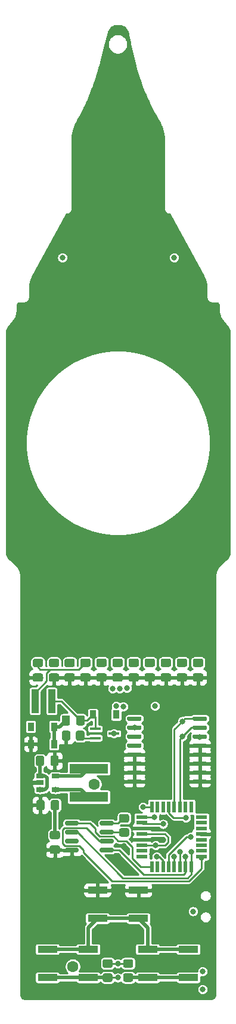
<source format=gtl>
G04 #@! TF.GenerationSoftware,KiCad,Pcbnew,(5.1.10)-1*
G04 #@! TF.CreationDate,2021-11-22T20:28:52+00:00*
G04 #@! TF.ProjectId,Big Ben Ornament,42696720-4265-46e2-904f-726e616d656e,rev?*
G04 #@! TF.SameCoordinates,Original*
G04 #@! TF.FileFunction,Copper,L1,Top*
G04 #@! TF.FilePolarity,Positive*
%FSLAX46Y46*%
G04 Gerber Fmt 4.6, Leading zero omitted, Abs format (unit mm)*
G04 Created by KiCad (PCBNEW (5.1.10)-1) date 2021-11-22 20:28:52*
%MOMM*%
%LPD*%
G01*
G04 APERTURE LIST*
G04 #@! TA.AperFunction,SMDPad,CuDef*
%ADD10R,0.980000X3.400000*%
G04 #@! TD*
G04 #@! TA.AperFunction,SMDPad,CuDef*
%ADD11R,1.060000X0.650000*%
G04 #@! TD*
G04 #@! TA.AperFunction,SMDPad,CuDef*
%ADD12R,0.550000X1.600000*%
G04 #@! TD*
G04 #@! TA.AperFunction,SMDPad,CuDef*
%ADD13R,1.600000X0.550000*%
G04 #@! TD*
G04 #@! TA.AperFunction,SMDPad,CuDef*
%ADD14R,2.800000X1.000000*%
G04 #@! TD*
G04 #@! TA.AperFunction,SMDPad,CuDef*
%ADD15R,1.500000X0.450000*%
G04 #@! TD*
G04 #@! TA.AperFunction,SMDPad,CuDef*
%ADD16R,5.500000X1.430000*%
G04 #@! TD*
G04 #@! TA.AperFunction,SMDPad,CuDef*
%ADD17R,0.900000X1.200000*%
G04 #@! TD*
G04 #@! TA.AperFunction,ViaPad*
%ADD18C,0.800000*%
G04 #@! TD*
G04 #@! TA.AperFunction,ViaPad*
%ADD19C,1.600000*%
G04 #@! TD*
G04 #@! TA.AperFunction,Conductor*
%ADD20C,0.500000*%
G04 #@! TD*
G04 #@! TA.AperFunction,Conductor*
%ADD21C,0.250000*%
G04 #@! TD*
G04 #@! TA.AperFunction,Conductor*
%ADD22C,0.254000*%
G04 #@! TD*
G04 #@! TA.AperFunction,Conductor*
%ADD23C,0.100000*%
G04 #@! TD*
G04 APERTURE END LIST*
D10*
X94085500Y-129095500D03*
X91715500Y-129095500D03*
G04 #@! TA.AperFunction,SMDPad,CuDef*
G36*
G01*
X100941000Y-146530200D02*
X100941000Y-146230200D01*
G75*
G02*
X101091000Y-146080200I150000J0D01*
G01*
X102741000Y-146080200D01*
G75*
G02*
X102891000Y-146230200I0J-150000D01*
G01*
X102891000Y-146530200D01*
G75*
G02*
X102741000Y-146680200I-150000J0D01*
G01*
X101091000Y-146680200D01*
G75*
G02*
X100941000Y-146530200I0J150000D01*
G01*
G37*
G04 #@! TD.AperFunction*
G04 #@! TA.AperFunction,SMDPad,CuDef*
G36*
G01*
X100941000Y-147800200D02*
X100941000Y-147500200D01*
G75*
G02*
X101091000Y-147350200I150000J0D01*
G01*
X102741000Y-147350200D01*
G75*
G02*
X102891000Y-147500200I0J-150000D01*
G01*
X102891000Y-147800200D01*
G75*
G02*
X102741000Y-147950200I-150000J0D01*
G01*
X101091000Y-147950200D01*
G75*
G02*
X100941000Y-147800200I0J150000D01*
G01*
G37*
G04 #@! TD.AperFunction*
G04 #@! TA.AperFunction,SMDPad,CuDef*
G36*
G01*
X100941000Y-149070200D02*
X100941000Y-148770200D01*
G75*
G02*
X101091000Y-148620200I150000J0D01*
G01*
X102741000Y-148620200D01*
G75*
G02*
X102891000Y-148770200I0J-150000D01*
G01*
X102891000Y-149070200D01*
G75*
G02*
X102741000Y-149220200I-150000J0D01*
G01*
X101091000Y-149220200D01*
G75*
G02*
X100941000Y-149070200I0J150000D01*
G01*
G37*
G04 #@! TD.AperFunction*
G04 #@! TA.AperFunction,SMDPad,CuDef*
G36*
G01*
X100941000Y-150340200D02*
X100941000Y-150040200D01*
G75*
G02*
X101091000Y-149890200I150000J0D01*
G01*
X102741000Y-149890200D01*
G75*
G02*
X102891000Y-150040200I0J-150000D01*
G01*
X102891000Y-150340200D01*
G75*
G02*
X102741000Y-150490200I-150000J0D01*
G01*
X101091000Y-150490200D01*
G75*
G02*
X100941000Y-150340200I0J150000D01*
G01*
G37*
G04 #@! TD.AperFunction*
G04 #@! TA.AperFunction,SMDPad,CuDef*
G36*
G01*
X95991000Y-150340200D02*
X95991000Y-150040200D01*
G75*
G02*
X96141000Y-149890200I150000J0D01*
G01*
X97791000Y-149890200D01*
G75*
G02*
X97941000Y-150040200I0J-150000D01*
G01*
X97941000Y-150340200D01*
G75*
G02*
X97791000Y-150490200I-150000J0D01*
G01*
X96141000Y-150490200D01*
G75*
G02*
X95991000Y-150340200I0J150000D01*
G01*
G37*
G04 #@! TD.AperFunction*
G04 #@! TA.AperFunction,SMDPad,CuDef*
G36*
G01*
X95991000Y-149070200D02*
X95991000Y-148770200D01*
G75*
G02*
X96141000Y-148620200I150000J0D01*
G01*
X97791000Y-148620200D01*
G75*
G02*
X97941000Y-148770200I0J-150000D01*
G01*
X97941000Y-149070200D01*
G75*
G02*
X97791000Y-149220200I-150000J0D01*
G01*
X96141000Y-149220200D01*
G75*
G02*
X95991000Y-149070200I0J150000D01*
G01*
G37*
G04 #@! TD.AperFunction*
G04 #@! TA.AperFunction,SMDPad,CuDef*
G36*
G01*
X95991000Y-147800200D02*
X95991000Y-147500200D01*
G75*
G02*
X96141000Y-147350200I150000J0D01*
G01*
X97791000Y-147350200D01*
G75*
G02*
X97941000Y-147500200I0J-150000D01*
G01*
X97941000Y-147800200D01*
G75*
G02*
X97791000Y-147950200I-150000J0D01*
G01*
X96141000Y-147950200D01*
G75*
G02*
X95991000Y-147800200I0J150000D01*
G01*
G37*
G04 #@! TD.AperFunction*
G04 #@! TA.AperFunction,SMDPad,CuDef*
G36*
G01*
X95991000Y-146530200D02*
X95991000Y-146230200D01*
G75*
G02*
X96141000Y-146080200I150000J0D01*
G01*
X97791000Y-146080200D01*
G75*
G02*
X97941000Y-146230200I0J-150000D01*
G01*
X97941000Y-146530200D01*
G75*
G02*
X97791000Y-146680200I-150000J0D01*
G01*
X96141000Y-146680200D01*
G75*
G02*
X95991000Y-146530200I0J150000D01*
G01*
G37*
G04 #@! TD.AperFunction*
G04 #@! TA.AperFunction,SMDPad,CuDef*
G36*
G01*
X104815000Y-131722000D02*
X104815000Y-131422000D01*
G75*
G02*
X104965000Y-131272000I150000J0D01*
G01*
X106715000Y-131272000D01*
G75*
G02*
X106865000Y-131422000I0J-150000D01*
G01*
X106865000Y-131722000D01*
G75*
G02*
X106715000Y-131872000I-150000J0D01*
G01*
X104965000Y-131872000D01*
G75*
G02*
X104815000Y-131722000I0J150000D01*
G01*
G37*
G04 #@! TD.AperFunction*
G04 #@! TA.AperFunction,SMDPad,CuDef*
G36*
G01*
X104815000Y-132992000D02*
X104815000Y-132692000D01*
G75*
G02*
X104965000Y-132542000I150000J0D01*
G01*
X106715000Y-132542000D01*
G75*
G02*
X106865000Y-132692000I0J-150000D01*
G01*
X106865000Y-132992000D01*
G75*
G02*
X106715000Y-133142000I-150000J0D01*
G01*
X104965000Y-133142000D01*
G75*
G02*
X104815000Y-132992000I0J150000D01*
G01*
G37*
G04 #@! TD.AperFunction*
G04 #@! TA.AperFunction,SMDPad,CuDef*
G36*
G01*
X104815000Y-134262000D02*
X104815000Y-133962000D01*
G75*
G02*
X104965000Y-133812000I150000J0D01*
G01*
X106715000Y-133812000D01*
G75*
G02*
X106865000Y-133962000I0J-150000D01*
G01*
X106865000Y-134262000D01*
G75*
G02*
X106715000Y-134412000I-150000J0D01*
G01*
X104965000Y-134412000D01*
G75*
G02*
X104815000Y-134262000I0J150000D01*
G01*
G37*
G04 #@! TD.AperFunction*
G04 #@! TA.AperFunction,SMDPad,CuDef*
G36*
G01*
X104815000Y-135532000D02*
X104815000Y-135232000D01*
G75*
G02*
X104965000Y-135082000I150000J0D01*
G01*
X106715000Y-135082000D01*
G75*
G02*
X106865000Y-135232000I0J-150000D01*
G01*
X106865000Y-135532000D01*
G75*
G02*
X106715000Y-135682000I-150000J0D01*
G01*
X104965000Y-135682000D01*
G75*
G02*
X104815000Y-135532000I0J150000D01*
G01*
G37*
G04 #@! TD.AperFunction*
G04 #@! TA.AperFunction,SMDPad,CuDef*
G36*
G01*
X104815000Y-136802000D02*
X104815000Y-136502000D01*
G75*
G02*
X104965000Y-136352000I150000J0D01*
G01*
X106715000Y-136352000D01*
G75*
G02*
X106865000Y-136502000I0J-150000D01*
G01*
X106865000Y-136802000D01*
G75*
G02*
X106715000Y-136952000I-150000J0D01*
G01*
X104965000Y-136952000D01*
G75*
G02*
X104815000Y-136802000I0J150000D01*
G01*
G37*
G04 #@! TD.AperFunction*
G04 #@! TA.AperFunction,SMDPad,CuDef*
G36*
G01*
X104815000Y-138072000D02*
X104815000Y-137772000D01*
G75*
G02*
X104965000Y-137622000I150000J0D01*
G01*
X106715000Y-137622000D01*
G75*
G02*
X106865000Y-137772000I0J-150000D01*
G01*
X106865000Y-138072000D01*
G75*
G02*
X106715000Y-138222000I-150000J0D01*
G01*
X104965000Y-138222000D01*
G75*
G02*
X104815000Y-138072000I0J150000D01*
G01*
G37*
G04 #@! TD.AperFunction*
G04 #@! TA.AperFunction,SMDPad,CuDef*
G36*
G01*
X104815000Y-139342000D02*
X104815000Y-139042000D01*
G75*
G02*
X104965000Y-138892000I150000J0D01*
G01*
X106715000Y-138892000D01*
G75*
G02*
X106865000Y-139042000I0J-150000D01*
G01*
X106865000Y-139342000D01*
G75*
G02*
X106715000Y-139492000I-150000J0D01*
G01*
X104965000Y-139492000D01*
G75*
G02*
X104815000Y-139342000I0J150000D01*
G01*
G37*
G04 #@! TD.AperFunction*
G04 #@! TA.AperFunction,SMDPad,CuDef*
G36*
G01*
X104815000Y-140612000D02*
X104815000Y-140312000D01*
G75*
G02*
X104965000Y-140162000I150000J0D01*
G01*
X106715000Y-140162000D01*
G75*
G02*
X106865000Y-140312000I0J-150000D01*
G01*
X106865000Y-140612000D01*
G75*
G02*
X106715000Y-140762000I-150000J0D01*
G01*
X104965000Y-140762000D01*
G75*
G02*
X104815000Y-140612000I0J150000D01*
G01*
G37*
G04 #@! TD.AperFunction*
G04 #@! TA.AperFunction,SMDPad,CuDef*
G36*
G01*
X114115000Y-140612000D02*
X114115000Y-140312000D01*
G75*
G02*
X114265000Y-140162000I150000J0D01*
G01*
X116015000Y-140162000D01*
G75*
G02*
X116165000Y-140312000I0J-150000D01*
G01*
X116165000Y-140612000D01*
G75*
G02*
X116015000Y-140762000I-150000J0D01*
G01*
X114265000Y-140762000D01*
G75*
G02*
X114115000Y-140612000I0J150000D01*
G01*
G37*
G04 #@! TD.AperFunction*
G04 #@! TA.AperFunction,SMDPad,CuDef*
G36*
G01*
X114115000Y-139342000D02*
X114115000Y-139042000D01*
G75*
G02*
X114265000Y-138892000I150000J0D01*
G01*
X116015000Y-138892000D01*
G75*
G02*
X116165000Y-139042000I0J-150000D01*
G01*
X116165000Y-139342000D01*
G75*
G02*
X116015000Y-139492000I-150000J0D01*
G01*
X114265000Y-139492000D01*
G75*
G02*
X114115000Y-139342000I0J150000D01*
G01*
G37*
G04 #@! TD.AperFunction*
G04 #@! TA.AperFunction,SMDPad,CuDef*
G36*
G01*
X114115000Y-138072000D02*
X114115000Y-137772000D01*
G75*
G02*
X114265000Y-137622000I150000J0D01*
G01*
X116015000Y-137622000D01*
G75*
G02*
X116165000Y-137772000I0J-150000D01*
G01*
X116165000Y-138072000D01*
G75*
G02*
X116015000Y-138222000I-150000J0D01*
G01*
X114265000Y-138222000D01*
G75*
G02*
X114115000Y-138072000I0J150000D01*
G01*
G37*
G04 #@! TD.AperFunction*
G04 #@! TA.AperFunction,SMDPad,CuDef*
G36*
G01*
X114115000Y-136802000D02*
X114115000Y-136502000D01*
G75*
G02*
X114265000Y-136352000I150000J0D01*
G01*
X116015000Y-136352000D01*
G75*
G02*
X116165000Y-136502000I0J-150000D01*
G01*
X116165000Y-136802000D01*
G75*
G02*
X116015000Y-136952000I-150000J0D01*
G01*
X114265000Y-136952000D01*
G75*
G02*
X114115000Y-136802000I0J150000D01*
G01*
G37*
G04 #@! TD.AperFunction*
G04 #@! TA.AperFunction,SMDPad,CuDef*
G36*
G01*
X114115000Y-135532000D02*
X114115000Y-135232000D01*
G75*
G02*
X114265000Y-135082000I150000J0D01*
G01*
X116015000Y-135082000D01*
G75*
G02*
X116165000Y-135232000I0J-150000D01*
G01*
X116165000Y-135532000D01*
G75*
G02*
X116015000Y-135682000I-150000J0D01*
G01*
X114265000Y-135682000D01*
G75*
G02*
X114115000Y-135532000I0J150000D01*
G01*
G37*
G04 #@! TD.AperFunction*
G04 #@! TA.AperFunction,SMDPad,CuDef*
G36*
G01*
X114115000Y-134262000D02*
X114115000Y-133962000D01*
G75*
G02*
X114265000Y-133812000I150000J0D01*
G01*
X116015000Y-133812000D01*
G75*
G02*
X116165000Y-133962000I0J-150000D01*
G01*
X116165000Y-134262000D01*
G75*
G02*
X116015000Y-134412000I-150000J0D01*
G01*
X114265000Y-134412000D01*
G75*
G02*
X114115000Y-134262000I0J150000D01*
G01*
G37*
G04 #@! TD.AperFunction*
G04 #@! TA.AperFunction,SMDPad,CuDef*
G36*
G01*
X114115000Y-132992000D02*
X114115000Y-132692000D01*
G75*
G02*
X114265000Y-132542000I150000J0D01*
G01*
X116015000Y-132542000D01*
G75*
G02*
X116165000Y-132692000I0J-150000D01*
G01*
X116165000Y-132992000D01*
G75*
G02*
X116015000Y-133142000I-150000J0D01*
G01*
X114265000Y-133142000D01*
G75*
G02*
X114115000Y-132992000I0J150000D01*
G01*
G37*
G04 #@! TD.AperFunction*
G04 #@! TA.AperFunction,SMDPad,CuDef*
G36*
G01*
X114115000Y-131722000D02*
X114115000Y-131422000D01*
G75*
G02*
X114265000Y-131272000I150000J0D01*
G01*
X116015000Y-131272000D01*
G75*
G02*
X116165000Y-131422000I0J-150000D01*
G01*
X116165000Y-131722000D01*
G75*
G02*
X116015000Y-131872000I-150000J0D01*
G01*
X114265000Y-131872000D01*
G75*
G02*
X114115000Y-131722000I0J150000D01*
G01*
G37*
G04 #@! TD.AperFunction*
D11*
X94635500Y-139702500D03*
X94635500Y-141602500D03*
X92435500Y-141602500D03*
X92435500Y-140652500D03*
X92435500Y-139702500D03*
D12*
X108325000Y-144060600D03*
X109125000Y-144060600D03*
X109925000Y-144060600D03*
X110725000Y-144060600D03*
X111525000Y-144060600D03*
X112325000Y-144060600D03*
X113125000Y-144060600D03*
X113925000Y-144060600D03*
D13*
X115375000Y-145510600D03*
X115375000Y-146310600D03*
X115375000Y-147110600D03*
X115375000Y-147910600D03*
X115375000Y-148710600D03*
X115375000Y-149510600D03*
X115375000Y-150310600D03*
X115375000Y-151110600D03*
D12*
X113925000Y-152560600D03*
X113125000Y-152560600D03*
X112325000Y-152560600D03*
X111525000Y-152560600D03*
X110725000Y-152560600D03*
X109925000Y-152560600D03*
X109125000Y-152560600D03*
X108325000Y-152560600D03*
D13*
X106875000Y-151110600D03*
X106875000Y-150310600D03*
X106875000Y-149510600D03*
X106875000Y-148710600D03*
X106875000Y-147910600D03*
X106875000Y-147110600D03*
X106875000Y-146310600D03*
X106875000Y-145510600D03*
D14*
X106405000Y-159861000D03*
X100605000Y-159861000D03*
X106405000Y-155861000D03*
X100605000Y-155861000D03*
X113517000Y-168243000D03*
X107717000Y-168243000D03*
X113517000Y-164243000D03*
X107717000Y-164243000D03*
X99293000Y-168243000D03*
X93493000Y-168243000D03*
X99293000Y-164243000D03*
X93493000Y-164243000D03*
G04 #@! TA.AperFunction,SMDPad,CuDef*
G36*
G01*
X105415501Y-168859000D02*
X104515499Y-168859000D01*
G75*
G02*
X104265500Y-168609001I0J249999D01*
G01*
X104265500Y-167908999D01*
G75*
G02*
X104515499Y-167659000I249999J0D01*
G01*
X105415501Y-167659000D01*
G75*
G02*
X105665500Y-167908999I0J-249999D01*
G01*
X105665500Y-168609001D01*
G75*
G02*
X105415501Y-168859000I-249999J0D01*
G01*
G37*
G04 #@! TD.AperFunction*
G04 #@! TA.AperFunction,SMDPad,CuDef*
G36*
G01*
X105415501Y-166859000D02*
X104515499Y-166859000D01*
G75*
G02*
X104265500Y-166609001I0J249999D01*
G01*
X104265500Y-165908999D01*
G75*
G02*
X104515499Y-165659000I249999J0D01*
G01*
X105415501Y-165659000D01*
G75*
G02*
X105665500Y-165908999I0J-249999D01*
G01*
X105665500Y-166609001D01*
G75*
G02*
X105415501Y-166859000I-249999J0D01*
G01*
G37*
G04 #@! TD.AperFunction*
G04 #@! TA.AperFunction,SMDPad,CuDef*
G36*
G01*
X102494501Y-168859000D02*
X101594499Y-168859000D01*
G75*
G02*
X101344500Y-168609001I0J249999D01*
G01*
X101344500Y-167908999D01*
G75*
G02*
X101594499Y-167659000I249999J0D01*
G01*
X102494501Y-167659000D01*
G75*
G02*
X102744500Y-167908999I0J-249999D01*
G01*
X102744500Y-168609001D01*
G75*
G02*
X102494501Y-168859000I-249999J0D01*
G01*
G37*
G04 #@! TD.AperFunction*
G04 #@! TA.AperFunction,SMDPad,CuDef*
G36*
G01*
X102494501Y-166859000D02*
X101594499Y-166859000D01*
G75*
G02*
X101344500Y-166609001I0J249999D01*
G01*
X101344500Y-165908999D01*
G75*
G02*
X101594499Y-165659000I249999J0D01*
G01*
X102494501Y-165659000D01*
G75*
G02*
X102744500Y-165908999I0J-249999D01*
G01*
X102744500Y-166609001D01*
G75*
G02*
X102494501Y-166859000I-249999J0D01*
G01*
G37*
G04 #@! TD.AperFunction*
G04 #@! TA.AperFunction,SMDPad,CuDef*
G36*
G01*
X104844001Y-146285000D02*
X103943999Y-146285000D01*
G75*
G02*
X103694000Y-146035001I0J249999D01*
G01*
X103694000Y-145334999D01*
G75*
G02*
X103943999Y-145085000I249999J0D01*
G01*
X104844001Y-145085000D01*
G75*
G02*
X105094000Y-145334999I0J-249999D01*
G01*
X105094000Y-146035001D01*
G75*
G02*
X104844001Y-146285000I-249999J0D01*
G01*
G37*
G04 #@! TD.AperFunction*
G04 #@! TA.AperFunction,SMDPad,CuDef*
G36*
G01*
X104844001Y-148285000D02*
X103943999Y-148285000D01*
G75*
G02*
X103694000Y-148035001I0J249999D01*
G01*
X103694000Y-147334999D01*
G75*
G02*
X103943999Y-147085000I249999J0D01*
G01*
X104844001Y-147085000D01*
G75*
G02*
X105094000Y-147334999I0J-249999D01*
G01*
X105094000Y-148035001D01*
G75*
G02*
X104844001Y-148285000I-249999J0D01*
G01*
G37*
G04 #@! TD.AperFunction*
G04 #@! TA.AperFunction,SMDPad,CuDef*
G36*
G01*
X96755000Y-133534999D02*
X96755000Y-134435001D01*
G75*
G02*
X96505001Y-134685000I-249999J0D01*
G01*
X95804999Y-134685000D01*
G75*
G02*
X95555000Y-134435001I0J249999D01*
G01*
X95555000Y-133534999D01*
G75*
G02*
X95804999Y-133285000I249999J0D01*
G01*
X96505001Y-133285000D01*
G75*
G02*
X96755000Y-133534999I0J-249999D01*
G01*
G37*
G04 #@! TD.AperFunction*
G04 #@! TA.AperFunction,SMDPad,CuDef*
G36*
G01*
X98755000Y-133534999D02*
X98755000Y-134435001D01*
G75*
G02*
X98505001Y-134685000I-249999J0D01*
G01*
X97804999Y-134685000D01*
G75*
G02*
X97555000Y-134435001I0J249999D01*
G01*
X97555000Y-133534999D01*
G75*
G02*
X97804999Y-133285000I249999J0D01*
G01*
X98505001Y-133285000D01*
G75*
G02*
X98755000Y-133534999I0J-249999D01*
G01*
G37*
G04 #@! TD.AperFunction*
D15*
X102930000Y-133667500D03*
X100270000Y-134317500D03*
X100270000Y-133017500D03*
D16*
X99377500Y-142672500D03*
X99377500Y-138632500D03*
D17*
X99950000Y-131000500D03*
X103250000Y-131000500D03*
X91123500Y-132715000D03*
X94423500Y-132715000D03*
X94423500Y-135191500D03*
X91123500Y-135191500D03*
G04 #@! TA.AperFunction,SMDPad,CuDef*
G36*
G01*
X94076500Y-149548000D02*
X95026500Y-149548000D01*
G75*
G02*
X95276500Y-149798000I0J-250000D01*
G01*
X95276500Y-150473000D01*
G75*
G02*
X95026500Y-150723000I-250000J0D01*
G01*
X94076500Y-150723000D01*
G75*
G02*
X93826500Y-150473000I0J250000D01*
G01*
X93826500Y-149798000D01*
G75*
G02*
X94076500Y-149548000I250000J0D01*
G01*
G37*
G04 #@! TD.AperFunction*
G04 #@! TA.AperFunction,SMDPad,CuDef*
G36*
G01*
X94076500Y-147473000D02*
X95026500Y-147473000D01*
G75*
G02*
X95276500Y-147723000I0J-250000D01*
G01*
X95276500Y-148398000D01*
G75*
G02*
X95026500Y-148648000I-250000J0D01*
G01*
X94076500Y-148648000D01*
G75*
G02*
X93826500Y-148398000I0J250000D01*
G01*
X93826500Y-147723000D01*
G75*
G02*
X94076500Y-147473000I250000J0D01*
G01*
G37*
G04 #@! TD.AperFunction*
G04 #@! TA.AperFunction,SMDPad,CuDef*
G36*
G01*
X115371900Y-124251300D02*
X114421900Y-124251300D01*
G75*
G02*
X114171900Y-124001300I0J250000D01*
G01*
X114171900Y-123326300D01*
G75*
G02*
X114421900Y-123076300I250000J0D01*
G01*
X115371900Y-123076300D01*
G75*
G02*
X115621900Y-123326300I0J-250000D01*
G01*
X115621900Y-124001300D01*
G75*
G02*
X115371900Y-124251300I-250000J0D01*
G01*
G37*
G04 #@! TD.AperFunction*
G04 #@! TA.AperFunction,SMDPad,CuDef*
G36*
G01*
X115371900Y-126326300D02*
X114421900Y-126326300D01*
G75*
G02*
X114171900Y-126076300I0J250000D01*
G01*
X114171900Y-125401300D01*
G75*
G02*
X114421900Y-125151300I250000J0D01*
G01*
X115371900Y-125151300D01*
G75*
G02*
X115621900Y-125401300I0J-250000D01*
G01*
X115621900Y-126076300D01*
G75*
G02*
X115371900Y-126326300I-250000J0D01*
G01*
G37*
G04 #@! TD.AperFunction*
G04 #@! TA.AperFunction,SMDPad,CuDef*
G36*
G01*
X113085900Y-124251300D02*
X112135900Y-124251300D01*
G75*
G02*
X111885900Y-124001300I0J250000D01*
G01*
X111885900Y-123326300D01*
G75*
G02*
X112135900Y-123076300I250000J0D01*
G01*
X113085900Y-123076300D01*
G75*
G02*
X113335900Y-123326300I0J-250000D01*
G01*
X113335900Y-124001300D01*
G75*
G02*
X113085900Y-124251300I-250000J0D01*
G01*
G37*
G04 #@! TD.AperFunction*
G04 #@! TA.AperFunction,SMDPad,CuDef*
G36*
G01*
X113085900Y-126326300D02*
X112135900Y-126326300D01*
G75*
G02*
X111885900Y-126076300I0J250000D01*
G01*
X111885900Y-125401300D01*
G75*
G02*
X112135900Y-125151300I250000J0D01*
G01*
X113085900Y-125151300D01*
G75*
G02*
X113335900Y-125401300I0J-250000D01*
G01*
X113335900Y-126076300D01*
G75*
G02*
X113085900Y-126326300I-250000J0D01*
G01*
G37*
G04 #@! TD.AperFunction*
G04 #@! TA.AperFunction,SMDPad,CuDef*
G36*
G01*
X110799900Y-124251300D02*
X109849900Y-124251300D01*
G75*
G02*
X109599900Y-124001300I0J250000D01*
G01*
X109599900Y-123326300D01*
G75*
G02*
X109849900Y-123076300I250000J0D01*
G01*
X110799900Y-123076300D01*
G75*
G02*
X111049900Y-123326300I0J-250000D01*
G01*
X111049900Y-124001300D01*
G75*
G02*
X110799900Y-124251300I-250000J0D01*
G01*
G37*
G04 #@! TD.AperFunction*
G04 #@! TA.AperFunction,SMDPad,CuDef*
G36*
G01*
X110799900Y-126326300D02*
X109849900Y-126326300D01*
G75*
G02*
X109599900Y-126076300I0J250000D01*
G01*
X109599900Y-125401300D01*
G75*
G02*
X109849900Y-125151300I250000J0D01*
G01*
X110799900Y-125151300D01*
G75*
G02*
X111049900Y-125401300I0J-250000D01*
G01*
X111049900Y-126076300D01*
G75*
G02*
X110799900Y-126326300I-250000J0D01*
G01*
G37*
G04 #@! TD.AperFunction*
G04 #@! TA.AperFunction,SMDPad,CuDef*
G36*
G01*
X108513900Y-124251300D02*
X107563900Y-124251300D01*
G75*
G02*
X107313900Y-124001300I0J250000D01*
G01*
X107313900Y-123326300D01*
G75*
G02*
X107563900Y-123076300I250000J0D01*
G01*
X108513900Y-123076300D01*
G75*
G02*
X108763900Y-123326300I0J-250000D01*
G01*
X108763900Y-124001300D01*
G75*
G02*
X108513900Y-124251300I-250000J0D01*
G01*
G37*
G04 #@! TD.AperFunction*
G04 #@! TA.AperFunction,SMDPad,CuDef*
G36*
G01*
X108513900Y-126326300D02*
X107563900Y-126326300D01*
G75*
G02*
X107313900Y-126076300I0J250000D01*
G01*
X107313900Y-125401300D01*
G75*
G02*
X107563900Y-125151300I250000J0D01*
G01*
X108513900Y-125151300D01*
G75*
G02*
X108763900Y-125401300I0J-250000D01*
G01*
X108763900Y-126076300D01*
G75*
G02*
X108513900Y-126326300I-250000J0D01*
G01*
G37*
G04 #@! TD.AperFunction*
G04 #@! TA.AperFunction,SMDPad,CuDef*
G36*
G01*
X106227900Y-124251300D02*
X105277900Y-124251300D01*
G75*
G02*
X105027900Y-124001300I0J250000D01*
G01*
X105027900Y-123326300D01*
G75*
G02*
X105277900Y-123076300I250000J0D01*
G01*
X106227900Y-123076300D01*
G75*
G02*
X106477900Y-123326300I0J-250000D01*
G01*
X106477900Y-124001300D01*
G75*
G02*
X106227900Y-124251300I-250000J0D01*
G01*
G37*
G04 #@! TD.AperFunction*
G04 #@! TA.AperFunction,SMDPad,CuDef*
G36*
G01*
X106227900Y-126326300D02*
X105277900Y-126326300D01*
G75*
G02*
X105027900Y-126076300I0J250000D01*
G01*
X105027900Y-125401300D01*
G75*
G02*
X105277900Y-125151300I250000J0D01*
G01*
X106227900Y-125151300D01*
G75*
G02*
X106477900Y-125401300I0J-250000D01*
G01*
X106477900Y-126076300D01*
G75*
G02*
X106227900Y-126326300I-250000J0D01*
G01*
G37*
G04 #@! TD.AperFunction*
G04 #@! TA.AperFunction,SMDPad,CuDef*
G36*
G01*
X103941900Y-124251300D02*
X102991900Y-124251300D01*
G75*
G02*
X102741900Y-124001300I0J250000D01*
G01*
X102741900Y-123326300D01*
G75*
G02*
X102991900Y-123076300I250000J0D01*
G01*
X103941900Y-123076300D01*
G75*
G02*
X104191900Y-123326300I0J-250000D01*
G01*
X104191900Y-124001300D01*
G75*
G02*
X103941900Y-124251300I-250000J0D01*
G01*
G37*
G04 #@! TD.AperFunction*
G04 #@! TA.AperFunction,SMDPad,CuDef*
G36*
G01*
X103941900Y-126326300D02*
X102991900Y-126326300D01*
G75*
G02*
X102741900Y-126076300I0J250000D01*
G01*
X102741900Y-125401300D01*
G75*
G02*
X102991900Y-125151300I250000J0D01*
G01*
X103941900Y-125151300D01*
G75*
G02*
X104191900Y-125401300I0J-250000D01*
G01*
X104191900Y-126076300D01*
G75*
G02*
X103941900Y-126326300I-250000J0D01*
G01*
G37*
G04 #@! TD.AperFunction*
G04 #@! TA.AperFunction,SMDPad,CuDef*
G36*
G01*
X91663500Y-125164000D02*
X92613500Y-125164000D01*
G75*
G02*
X92863500Y-125414000I0J-250000D01*
G01*
X92863500Y-126089000D01*
G75*
G02*
X92613500Y-126339000I-250000J0D01*
G01*
X91663500Y-126339000D01*
G75*
G02*
X91413500Y-126089000I0J250000D01*
G01*
X91413500Y-125414000D01*
G75*
G02*
X91663500Y-125164000I250000J0D01*
G01*
G37*
G04 #@! TD.AperFunction*
G04 #@! TA.AperFunction,SMDPad,CuDef*
G36*
G01*
X91663500Y-123089000D02*
X92613500Y-123089000D01*
G75*
G02*
X92863500Y-123339000I0J-250000D01*
G01*
X92863500Y-124014000D01*
G75*
G02*
X92613500Y-124264000I-250000J0D01*
G01*
X91663500Y-124264000D01*
G75*
G02*
X91413500Y-124014000I0J250000D01*
G01*
X91413500Y-123339000D01*
G75*
G02*
X91663500Y-123089000I250000J0D01*
G01*
G37*
G04 #@! TD.AperFunction*
G04 #@! TA.AperFunction,SMDPad,CuDef*
G36*
G01*
X93022000Y-137066000D02*
X93022000Y-138016000D01*
G75*
G02*
X92772000Y-138266000I-250000J0D01*
G01*
X92097000Y-138266000D01*
G75*
G02*
X91847000Y-138016000I0J250000D01*
G01*
X91847000Y-137066000D01*
G75*
G02*
X92097000Y-136816000I250000J0D01*
G01*
X92772000Y-136816000D01*
G75*
G02*
X93022000Y-137066000I0J-250000D01*
G01*
G37*
G04 #@! TD.AperFunction*
G04 #@! TA.AperFunction,SMDPad,CuDef*
G36*
G01*
X95097000Y-137066000D02*
X95097000Y-138016000D01*
G75*
G02*
X94847000Y-138266000I-250000J0D01*
G01*
X94172000Y-138266000D01*
G75*
G02*
X93922000Y-138016000I0J250000D01*
G01*
X93922000Y-137066000D01*
G75*
G02*
X94172000Y-136816000I250000J0D01*
G01*
X94847000Y-136816000D01*
G75*
G02*
X95097000Y-137066000I0J-250000D01*
G01*
G37*
G04 #@! TD.AperFunction*
G04 #@! TA.AperFunction,SMDPad,CuDef*
G36*
G01*
X101655900Y-124251300D02*
X100705900Y-124251300D01*
G75*
G02*
X100455900Y-124001300I0J250000D01*
G01*
X100455900Y-123326300D01*
G75*
G02*
X100705900Y-123076300I250000J0D01*
G01*
X101655900Y-123076300D01*
G75*
G02*
X101905900Y-123326300I0J-250000D01*
G01*
X101905900Y-124001300D01*
G75*
G02*
X101655900Y-124251300I-250000J0D01*
G01*
G37*
G04 #@! TD.AperFunction*
G04 #@! TA.AperFunction,SMDPad,CuDef*
G36*
G01*
X101655900Y-126326300D02*
X100705900Y-126326300D01*
G75*
G02*
X100455900Y-126076300I0J250000D01*
G01*
X100455900Y-125401300D01*
G75*
G02*
X100705900Y-125151300I250000J0D01*
G01*
X101655900Y-125151300D01*
G75*
G02*
X101905900Y-125401300I0J-250000D01*
G01*
X101905900Y-126076300D01*
G75*
G02*
X101655900Y-126326300I-250000J0D01*
G01*
G37*
G04 #@! TD.AperFunction*
G04 #@! TA.AperFunction,SMDPad,CuDef*
G36*
G01*
X93085500Y-143352500D02*
X93085500Y-144302500D01*
G75*
G02*
X92835500Y-144552500I-250000J0D01*
G01*
X92160500Y-144552500D01*
G75*
G02*
X91910500Y-144302500I0J250000D01*
G01*
X91910500Y-143352500D01*
G75*
G02*
X92160500Y-143102500I250000J0D01*
G01*
X92835500Y-143102500D01*
G75*
G02*
X93085500Y-143352500I0J-250000D01*
G01*
G37*
G04 #@! TD.AperFunction*
G04 #@! TA.AperFunction,SMDPad,CuDef*
G36*
G01*
X95160500Y-143352500D02*
X95160500Y-144302500D01*
G75*
G02*
X94910500Y-144552500I-250000J0D01*
G01*
X94235500Y-144552500D01*
G75*
G02*
X93985500Y-144302500I0J250000D01*
G01*
X93985500Y-143352500D01*
G75*
G02*
X94235500Y-143102500I250000J0D01*
G01*
X94910500Y-143102500D01*
G75*
G02*
X95160500Y-143352500I0J-250000D01*
G01*
G37*
G04 #@! TD.AperFunction*
G04 #@! TA.AperFunction,SMDPad,CuDef*
G36*
G01*
X99369900Y-124251300D02*
X98419900Y-124251300D01*
G75*
G02*
X98169900Y-124001300I0J250000D01*
G01*
X98169900Y-123326300D01*
G75*
G02*
X98419900Y-123076300I250000J0D01*
G01*
X99369900Y-123076300D01*
G75*
G02*
X99619900Y-123326300I0J-250000D01*
G01*
X99619900Y-124001300D01*
G75*
G02*
X99369900Y-124251300I-250000J0D01*
G01*
G37*
G04 #@! TD.AperFunction*
G04 #@! TA.AperFunction,SMDPad,CuDef*
G36*
G01*
X99369900Y-126326300D02*
X98419900Y-126326300D01*
G75*
G02*
X98169900Y-126076300I0J250000D01*
G01*
X98169900Y-125401300D01*
G75*
G02*
X98419900Y-125151300I250000J0D01*
G01*
X99369900Y-125151300D01*
G75*
G02*
X99619900Y-125401300I0J-250000D01*
G01*
X99619900Y-126076300D01*
G75*
G02*
X99369900Y-126326300I-250000J0D01*
G01*
G37*
G04 #@! TD.AperFunction*
G04 #@! TA.AperFunction,SMDPad,CuDef*
G36*
G01*
X97605000Y-132301000D02*
X97605000Y-131351000D01*
G75*
G02*
X97855000Y-131101000I250000J0D01*
G01*
X98530000Y-131101000D01*
G75*
G02*
X98780000Y-131351000I0J-250000D01*
G01*
X98780000Y-132301000D01*
G75*
G02*
X98530000Y-132551000I-250000J0D01*
G01*
X97855000Y-132551000D01*
G75*
G02*
X97605000Y-132301000I0J250000D01*
G01*
G37*
G04 #@! TD.AperFunction*
G04 #@! TA.AperFunction,SMDPad,CuDef*
G36*
G01*
X95530000Y-132301000D02*
X95530000Y-131351000D01*
G75*
G02*
X95780000Y-131101000I250000J0D01*
G01*
X96455000Y-131101000D01*
G75*
G02*
X96705000Y-131351000I0J-250000D01*
G01*
X96705000Y-132301000D01*
G75*
G02*
X96455000Y-132551000I-250000J0D01*
G01*
X95780000Y-132551000D01*
G75*
G02*
X95530000Y-132301000I0J250000D01*
G01*
G37*
G04 #@! TD.AperFunction*
G04 #@! TA.AperFunction,SMDPad,CuDef*
G36*
G01*
X97122000Y-124264000D02*
X96172000Y-124264000D01*
G75*
G02*
X95922000Y-124014000I0J250000D01*
G01*
X95922000Y-123339000D01*
G75*
G02*
X96172000Y-123089000I250000J0D01*
G01*
X97122000Y-123089000D01*
G75*
G02*
X97372000Y-123339000I0J-250000D01*
G01*
X97372000Y-124014000D01*
G75*
G02*
X97122000Y-124264000I-250000J0D01*
G01*
G37*
G04 #@! TD.AperFunction*
G04 #@! TA.AperFunction,SMDPad,CuDef*
G36*
G01*
X97122000Y-126339000D02*
X96172000Y-126339000D01*
G75*
G02*
X95922000Y-126089000I0J250000D01*
G01*
X95922000Y-125414000D01*
G75*
G02*
X96172000Y-125164000I250000J0D01*
G01*
X97122000Y-125164000D01*
G75*
G02*
X97372000Y-125414000I0J-250000D01*
G01*
X97372000Y-126089000D01*
G75*
G02*
X97122000Y-126339000I-250000J0D01*
G01*
G37*
G04 #@! TD.AperFunction*
G04 #@! TA.AperFunction,SMDPad,CuDef*
G36*
G01*
X93949500Y-125164000D02*
X94899500Y-125164000D01*
G75*
G02*
X95149500Y-125414000I0J-250000D01*
G01*
X95149500Y-126089000D01*
G75*
G02*
X94899500Y-126339000I-250000J0D01*
G01*
X93949500Y-126339000D01*
G75*
G02*
X93699500Y-126089000I0J250000D01*
G01*
X93699500Y-125414000D01*
G75*
G02*
X93949500Y-125164000I250000J0D01*
G01*
G37*
G04 #@! TD.AperFunction*
G04 #@! TA.AperFunction,SMDPad,CuDef*
G36*
G01*
X93949500Y-123089000D02*
X94899500Y-123089000D01*
G75*
G02*
X95149500Y-123339000I0J-250000D01*
G01*
X95149500Y-124014000D01*
G75*
G02*
X94899500Y-124264000I-250000J0D01*
G01*
X93949500Y-124264000D01*
G75*
G02*
X93699500Y-124014000I0J250000D01*
G01*
X93699500Y-123339000D01*
G75*
G02*
X93949500Y-123089000I250000J0D01*
G01*
G37*
G04 #@! TD.AperFunction*
D18*
X92519500Y-125793500D03*
X114871500Y-125730000D03*
X109918500Y-148717000D03*
X110426500Y-169926000D03*
D19*
X103695500Y-66929000D03*
D18*
X103568500Y-161480500D03*
X104330500Y-149606000D03*
X104140000Y-152336500D03*
X106426000Y-155829000D03*
X100584000Y-155829000D03*
X94551500Y-150177500D03*
X105791000Y-129921000D03*
D19*
X97091500Y-166687500D03*
X100139500Y-140843000D03*
D18*
X95620840Y-66266060D03*
X111495840Y-66266060D03*
X115125500Y-134175500D03*
X94742000Y-123698000D03*
X96583500Y-123698000D03*
X105854500Y-132842000D03*
X104521000Y-145669000D03*
X94551500Y-143891000D03*
X98869500Y-123698000D03*
X104775000Y-127254000D03*
X94635500Y-141602500D03*
X103489000Y-166259000D03*
X108870900Y-149510600D03*
X101155500Y-123698000D03*
X114173000Y-158877000D03*
X92435500Y-141602500D03*
X103441500Y-123698000D03*
X105727500Y-123698000D03*
X103251000Y-131000500D03*
X108013500Y-123698000D03*
X110299500Y-123698000D03*
X91122500Y-132715000D03*
X108775500Y-129794000D03*
X112585500Y-123698000D03*
X114871500Y-123698000D03*
X113855500Y-148336000D03*
X103759000Y-127317500D03*
X115375000Y-151325000D03*
X115529600Y-167360600D03*
X104267000Y-129857500D03*
X113125000Y-151098000D03*
X113919000Y-150431500D03*
X113157000Y-145605500D03*
X115529600Y-169900600D03*
X103251000Y-129766060D03*
X112325000Y-150438000D03*
X102743000Y-127317500D03*
X111525000Y-151111000D03*
X109029500Y-151130000D03*
X102933500Y-133667500D03*
X98163000Y-133993000D03*
X112649000Y-131953000D03*
X112649000Y-134112000D03*
X109918500Y-146494500D03*
X107061000Y-144081500D03*
X103489000Y-168259000D03*
X108712000Y-145542000D03*
X104965500Y-168259000D03*
D20*
X96659700Y-125738800D02*
X96647000Y-125751500D01*
D21*
X96953300Y-150177500D02*
X96966000Y-150190200D01*
X94551500Y-150177500D02*
X94551500Y-150177500D01*
X94551500Y-150177500D02*
X96953300Y-150177500D01*
D20*
X92435500Y-140652500D02*
X91376500Y-140652500D01*
D21*
X100270000Y-131320500D02*
X99950000Y-131000500D01*
X100270000Y-133017500D02*
X100270000Y-131320500D01*
X99124500Y-131826000D02*
X99950000Y-131000500D01*
X98192500Y-131826000D02*
X99124500Y-131826000D01*
X95462000Y-129095500D02*
X94085500Y-129095500D01*
X98192500Y-131826000D02*
X95462000Y-129095500D01*
D20*
X95228500Y-132715000D02*
X96117500Y-131826000D01*
X94423500Y-132715000D02*
X95228500Y-132715000D01*
X94423500Y-135191500D02*
X94423500Y-132715000D01*
X98307500Y-141602500D02*
X99377500Y-142672500D01*
X94635500Y-141602500D02*
X94635500Y-141602500D01*
X94635500Y-141602500D02*
X98307500Y-141602500D01*
D21*
X102044500Y-166259000D02*
X103489000Y-166259000D01*
X103489000Y-166259000D02*
X104965500Y-166259000D01*
X101916000Y-146380200D02*
X103492300Y-146380200D01*
X104203500Y-145669000D02*
X104521000Y-145669000D01*
X103492300Y-146380200D02*
X104203500Y-145669000D01*
D20*
X94551500Y-143849000D02*
X94573000Y-143827500D01*
X94551500Y-148060500D02*
X94551500Y-143849000D01*
D21*
X110197902Y-149510600D02*
X108870900Y-149510600D01*
X110185102Y-147910600D02*
X110643501Y-148368999D01*
X110643501Y-149065001D02*
X110197902Y-149510600D01*
X110643501Y-148368999D02*
X110643501Y-149065001D01*
X106875000Y-147910600D02*
X110185102Y-147910600D01*
X108870900Y-149510600D02*
X106875000Y-149510600D01*
X97978490Y-124589010D02*
X98869500Y-123698000D01*
X92138500Y-124264000D02*
X92463510Y-124589010D01*
X92138500Y-123676500D02*
X92138500Y-124264000D01*
X93374490Y-125129010D02*
X93914490Y-124589010D01*
X93374490Y-126226510D02*
X93374490Y-125129010D01*
X91715500Y-127885500D02*
X93374490Y-126226510D01*
X91715500Y-129095500D02*
X91715500Y-127885500D01*
X93914490Y-124589010D02*
X97978490Y-124589010D01*
X92463510Y-124589010D02*
X93914490Y-124589010D01*
D20*
X92435500Y-137542000D02*
X92434500Y-137541000D01*
X92435500Y-139702500D02*
X92435500Y-137542000D01*
X93150502Y-139702500D02*
X92435500Y-139702500D01*
X93415501Y-139967499D02*
X93150502Y-139702500D01*
X93415501Y-141337501D02*
X93415501Y-139967499D01*
X93150502Y-141602500D02*
X93415501Y-141337501D01*
X92435500Y-141602500D02*
X92435500Y-141602500D01*
X92435500Y-141602500D02*
X93150502Y-141602500D01*
D21*
X110744000Y-152541600D02*
X110725000Y-152560600D01*
X113226998Y-148336000D02*
X113855500Y-148336000D01*
X110725000Y-150837998D02*
X113226998Y-148336000D01*
X110725000Y-152560600D02*
X110725000Y-150837998D01*
X104486200Y-147650200D02*
X104521000Y-147685000D01*
X101916000Y-147650200D02*
X104486200Y-147650200D01*
X97987758Y-149565190D02*
X98615500Y-150192932D01*
X95964222Y-149565190D02*
X97987758Y-149565190D01*
X95665990Y-147303442D02*
X95665990Y-149266958D01*
X95944242Y-147025190D02*
X95665990Y-147303442D01*
X95665990Y-149266958D02*
X95964222Y-149565190D01*
X101916000Y-148920200D02*
X100941000Y-148920200D01*
X98615500Y-150192932D02*
X98615500Y-150558500D01*
X115375000Y-152797010D02*
X115375000Y-151325000D01*
X113586391Y-154585619D02*
X115375000Y-152797010D01*
X102642619Y-154585619D02*
X113586391Y-154585619D01*
X98615500Y-150558500D02*
X102642619Y-154585619D01*
X115375000Y-151325000D02*
X115375000Y-151110600D01*
X100902822Y-148920200D02*
X99045990Y-147063368D01*
X101916000Y-148920200D02*
X100902822Y-148920200D01*
X99045990Y-147025190D02*
X95944242Y-147025190D01*
X113125000Y-152560600D02*
X113125000Y-151790002D01*
X101916000Y-150190200D02*
X103708200Y-150190200D01*
X113125000Y-153420602D02*
X113125000Y-152560600D01*
X112860001Y-153685601D02*
X113125000Y-153420602D01*
X107203601Y-153685601D02*
X112860001Y-153685601D01*
X103708200Y-150190200D02*
X107203601Y-153685601D01*
X113125000Y-152560600D02*
X113125000Y-151098000D01*
X113125000Y-151098000D02*
X113125000Y-151098000D01*
X97729232Y-147650200D02*
X96966000Y-147650200D01*
X104214642Y-154135610D02*
X97729232Y-147650200D01*
X113399990Y-154135610D02*
X104214642Y-154135610D01*
X113925000Y-153610600D02*
X113399990Y-154135610D01*
X113925000Y-152560600D02*
X113925000Y-153610600D01*
X113919000Y-152554600D02*
X113925000Y-152560600D01*
X113919000Y-150431500D02*
X113919000Y-152554600D01*
X100266500Y-147647468D02*
X100266500Y-147129500D01*
X102917778Y-148275210D02*
X100894242Y-148275210D01*
X103523567Y-148880999D02*
X102917778Y-148275210D01*
X104678501Y-148880999D02*
X103523567Y-148880999D01*
X105546010Y-151391600D02*
X105546010Y-149748508D01*
X106715010Y-152560600D02*
X105546010Y-151391600D01*
X105546010Y-149748508D02*
X104678501Y-148880999D01*
X108325000Y-152560600D02*
X106715010Y-152560600D01*
X100894242Y-148275210D02*
X100266500Y-147647468D01*
X100266500Y-147129500D02*
X99517200Y-146380200D01*
X96966000Y-146380200D02*
X99517200Y-146380200D01*
X111409898Y-145605500D02*
X113157000Y-145605500D01*
X110725000Y-144920602D02*
X111409898Y-145605500D01*
X110725000Y-144060600D02*
X110725000Y-144920602D01*
X112325000Y-152560600D02*
X112325000Y-150438000D01*
X112325000Y-150438000D02*
X112325000Y-150438000D01*
X111525000Y-152560600D02*
X111525000Y-151111000D01*
X111525000Y-151111000D02*
X111525000Y-150958500D01*
X109354402Y-151130000D02*
X109029500Y-151130000D01*
X109925000Y-151700598D02*
X109354402Y-151130000D01*
X109925000Y-152560600D02*
X109925000Y-151700598D01*
X98487500Y-134317500D02*
X98163000Y-133993000D01*
X100270000Y-134317500D02*
X98487500Y-134317500D01*
X98163000Y-133993000D02*
X98155000Y-133985000D01*
D20*
X98307500Y-139702500D02*
X99377500Y-138632500D01*
X94635500Y-139702500D02*
X98307500Y-139702500D01*
D21*
X113030000Y-131572000D02*
X112649000Y-131953000D01*
X115140000Y-131572000D02*
X113030000Y-131572000D01*
X111525000Y-133077000D02*
X111525000Y-144060600D01*
X112649000Y-131953000D02*
X111525000Y-133077000D01*
X113919000Y-132842000D02*
X115140000Y-132842000D01*
X112649000Y-134112000D02*
X113919000Y-132842000D01*
X112325000Y-134436000D02*
X112325000Y-144060600D01*
X112649000Y-134112000D02*
X112325000Y-134436000D01*
X107058900Y-146494500D02*
X106875000Y-146310600D01*
X109918500Y-146494500D02*
X107058900Y-146494500D01*
D20*
X99293000Y-168243000D02*
X93493000Y-168243000D01*
X102028500Y-168243000D02*
X102044500Y-168259000D01*
X99293000Y-168243000D02*
X102028500Y-168243000D01*
D21*
X102044500Y-168259000D02*
X103489000Y-168259000D01*
X103489000Y-168259000D02*
X103489000Y-168259000D01*
X108304100Y-144081500D02*
X108325000Y-144060600D01*
X107061000Y-144081500D02*
X108304100Y-144081500D01*
D20*
X107717000Y-168243000D02*
X113517000Y-168243000D01*
X107701000Y-168259000D02*
X107717000Y-168243000D01*
X104965500Y-168259000D02*
X104965500Y-168259000D01*
X104965500Y-168259000D02*
X107701000Y-168259000D01*
D21*
X106906400Y-145542000D02*
X106875000Y-145510600D01*
X108712000Y-145542000D02*
X106906400Y-145542000D01*
D20*
X93493000Y-164243000D02*
X99293000Y-164243000D01*
X107717000Y-164243000D02*
X113517000Y-164243000D01*
X99293000Y-161173000D02*
X100605000Y-159861000D01*
X99293000Y-164243000D02*
X99293000Y-161173000D01*
X107717000Y-161173000D02*
X106405000Y-159861000D01*
X107717000Y-164243000D02*
X107717000Y-161173000D01*
X100605000Y-159861000D02*
X106405000Y-159861000D01*
D22*
X103580754Y-33394772D02*
X103694580Y-33404325D01*
X103807296Y-33422187D01*
X103918164Y-33448280D01*
X104026463Y-33482491D01*
X104131509Y-33524698D01*
X104232641Y-33574756D01*
X104329313Y-33632558D01*
X104420959Y-33697985D01*
X104507126Y-33770996D01*
X104587424Y-33851650D01*
X104661423Y-33940041D01*
X104728745Y-34036414D01*
X104788953Y-34141108D01*
X104841539Y-34254546D01*
X104885897Y-34377225D01*
X104923337Y-34517264D01*
X104989580Y-34818802D01*
X105056035Y-35129510D01*
X105121667Y-35442350D01*
X105187071Y-35757661D01*
X105252783Y-36075493D01*
X105252788Y-36075510D01*
X105252860Y-36075868D01*
X105319494Y-36396636D01*
X105319513Y-36396698D01*
X105319702Y-36397627D01*
X105387823Y-36721494D01*
X105387845Y-36721565D01*
X105388158Y-36723074D01*
X105458380Y-37050458D01*
X105458410Y-37050552D01*
X105458846Y-37052601D01*
X105531787Y-37383922D01*
X105531818Y-37384018D01*
X105532384Y-37386592D01*
X105608659Y-37722271D01*
X105608692Y-37722369D01*
X105609390Y-37725430D01*
X105689616Y-38065888D01*
X105689649Y-38065985D01*
X105690484Y-38069495D01*
X105775276Y-38415148D01*
X105775302Y-38415221D01*
X105776282Y-38419163D01*
X105866258Y-38770434D01*
X105866284Y-38770506D01*
X105867405Y-38774809D01*
X105963181Y-39132117D01*
X105963200Y-39132168D01*
X105964468Y-39136805D01*
X106066659Y-39500570D01*
X106066670Y-39500599D01*
X106068086Y-39505528D01*
X106177309Y-39876170D01*
X106177317Y-39876191D01*
X106178873Y-39881352D01*
X106295744Y-40259290D01*
X106295748Y-40259299D01*
X106297442Y-40264650D01*
X106422578Y-40650306D01*
X106422602Y-40650362D01*
X106422616Y-40650424D01*
X106424405Y-40655803D01*
X106558421Y-41049596D01*
X106558475Y-41049716D01*
X106558504Y-41049838D01*
X106560371Y-41055191D01*
X106703884Y-41457538D01*
X106703960Y-41457699D01*
X106704002Y-41457867D01*
X106705948Y-41463192D01*
X106859574Y-41874516D01*
X106859665Y-41874703D01*
X106859718Y-41874900D01*
X106861744Y-41880195D01*
X107026099Y-42300915D01*
X107026198Y-42301110D01*
X107026259Y-42301325D01*
X107028364Y-42306589D01*
X107204066Y-42737124D01*
X107204169Y-42737319D01*
X107204232Y-42737530D01*
X107206416Y-42742761D01*
X107394079Y-43183534D01*
X107394179Y-43183717D01*
X107394241Y-43183913D01*
X107396503Y-43189112D01*
X107596744Y-43640539D01*
X107596834Y-43640699D01*
X107596892Y-43640872D01*
X107599231Y-43646037D01*
X107812666Y-44108539D01*
X107812744Y-44108672D01*
X107812791Y-44108807D01*
X107815205Y-44113936D01*
X108042452Y-44587935D01*
X108042506Y-44588024D01*
X108042542Y-44588123D01*
X108045031Y-44593217D01*
X108286703Y-45079130D01*
X108286734Y-45079179D01*
X108286752Y-45079227D01*
X108289313Y-45084284D01*
X108546028Y-45582532D01*
X108546031Y-45582537D01*
X108548657Y-45587549D01*
X108821031Y-46098552D01*
X108821040Y-46098566D01*
X108823670Y-46103423D01*
X109112320Y-46627601D01*
X109112333Y-46627620D01*
X109114961Y-46632321D01*
X109420065Y-47169324D01*
X109453071Y-47227980D01*
X109483975Y-47286151D01*
X109514839Y-47347504D01*
X109545563Y-47411856D01*
X109575977Y-47478845D01*
X109606080Y-47548457D01*
X109635722Y-47620334D01*
X109664815Y-47694242D01*
X109693342Y-47770111D01*
X109721203Y-47847662D01*
X109748303Y-47926599D01*
X109774637Y-48006882D01*
X109800104Y-48088190D01*
X109824678Y-48170414D01*
X109848287Y-48253298D01*
X109870877Y-48336638D01*
X109892419Y-48420315D01*
X109912840Y-48504044D01*
X109932131Y-48587784D01*
X109950185Y-48671075D01*
X109967030Y-48754051D01*
X109982557Y-48836194D01*
X109996761Y-48917495D01*
X110009590Y-48997689D01*
X110021010Y-49076576D01*
X110030983Y-49153945D01*
X110039477Y-49229577D01*
X110046458Y-49303195D01*
X110051902Y-49374569D01*
X110055800Y-49443556D01*
X110058130Y-49509697D01*
X110058936Y-49575543D01*
X110058422Y-59403040D01*
X110059129Y-59410255D01*
X110058679Y-59417483D01*
X110058919Y-59423147D01*
X110060429Y-59453631D01*
X110064047Y-59478028D01*
X110065851Y-59502618D01*
X110066854Y-59508198D01*
X110076581Y-59560197D01*
X110085480Y-59590836D01*
X110093193Y-59621764D01*
X110095132Y-59627092D01*
X110113486Y-59676433D01*
X110127440Y-59705038D01*
X110140277Y-59734153D01*
X110143094Y-59739073D01*
X110169621Y-59784663D01*
X110188379Y-59810678D01*
X110206130Y-59837346D01*
X110209747Y-59841712D01*
X110243993Y-59882455D01*
X110261699Y-59899765D01*
X110278084Y-59918326D01*
X110282260Y-59922161D01*
X110304884Y-59942649D01*
X110324692Y-59957340D01*
X110343352Y-59973450D01*
X110348007Y-59976686D01*
X110391654Y-60006577D01*
X110419597Y-60021942D01*
X110446940Y-60038368D01*
X110452078Y-60040764D01*
X110499945Y-60062674D01*
X110530041Y-60073035D01*
X110559696Y-60084541D01*
X110565166Y-60086028D01*
X110616160Y-60099508D01*
X110647801Y-60104637D01*
X110679225Y-60110946D01*
X110684870Y-60111475D01*
X110737897Y-60116070D01*
X110752076Y-60115910D01*
X110766163Y-60117529D01*
X110771832Y-60117584D01*
X110860155Y-60117827D01*
X110881780Y-60119261D01*
X110888292Y-60120574D01*
X110893934Y-60122515D01*
X110898710Y-60124906D01*
X110902625Y-60127573D01*
X110905763Y-60130399D01*
X110908328Y-60133438D01*
X110918701Y-60149905D01*
X115614099Y-68808052D01*
X115643711Y-68863775D01*
X115671783Y-68918643D01*
X115698979Y-68973909D01*
X115725262Y-69029483D01*
X115750686Y-69085483D01*
X115775159Y-69141693D01*
X115798793Y-69198367D01*
X115821518Y-69255339D01*
X115843320Y-69312565D01*
X115864243Y-69370156D01*
X115884245Y-69427994D01*
X115903340Y-69486111D01*
X115921542Y-69544557D01*
X115938826Y-69603241D01*
X115955199Y-69662197D01*
X115970634Y-69721307D01*
X115985193Y-69780824D01*
X115998794Y-69840405D01*
X116011492Y-69900293D01*
X116023260Y-69960373D01*
X116034096Y-70020614D01*
X116044010Y-70081094D01*
X116052980Y-70141673D01*
X116061030Y-70202523D01*
X116068135Y-70263470D01*
X116074300Y-70324552D01*
X116079526Y-70385811D01*
X116083807Y-70447216D01*
X116087143Y-70508738D01*
X116089525Y-70570292D01*
X116090958Y-70632040D01*
X116091449Y-70695430D01*
X116091449Y-71936684D01*
X116092174Y-71944075D01*
X116091719Y-71951486D01*
X116091965Y-71957149D01*
X116093780Y-71993111D01*
X116097139Y-72015614D01*
X116098608Y-72038296D01*
X116099563Y-72043884D01*
X116108820Y-72095822D01*
X116116274Y-72122331D01*
X116122128Y-72149226D01*
X116123905Y-72154609D01*
X116140472Y-72203614D01*
X116151589Y-72228261D01*
X116161147Y-72253540D01*
X116163695Y-72258604D01*
X116186975Y-72304077D01*
X116201334Y-72326434D01*
X116214216Y-72349665D01*
X116217469Y-72354309D01*
X116246863Y-72395656D01*
X116264127Y-72415509D01*
X116280032Y-72436437D01*
X116283915Y-72440567D01*
X116318831Y-72477189D01*
X116338705Y-72494324D01*
X116357407Y-72512739D01*
X116361840Y-72516272D01*
X116401678Y-72547574D01*
X116423976Y-72561811D01*
X116445298Y-72577468D01*
X116450193Y-72580328D01*
X116494358Y-72605713D01*
X116518857Y-72616770D01*
X116542594Y-72629340D01*
X116547854Y-72631456D01*
X116595748Y-72650326D01*
X116622072Y-72657826D01*
X116647881Y-72666904D01*
X116653396Y-72668216D01*
X116704423Y-72679976D01*
X116732005Y-72683548D01*
X116759319Y-72688722D01*
X116764968Y-72689190D01*
X116818531Y-72693243D01*
X116831056Y-72692965D01*
X116843496Y-72694360D01*
X116849165Y-72694400D01*
X117485455Y-72694400D01*
X117532151Y-72696778D01*
X117566966Y-72702130D01*
X117600526Y-72710813D01*
X117632831Y-72722696D01*
X117663798Y-72737671D01*
X117693253Y-72755614D01*
X117720925Y-72776341D01*
X117746556Y-72799650D01*
X117769868Y-72825285D01*
X117790594Y-72852957D01*
X117808531Y-72882401D01*
X117823511Y-72913378D01*
X117835394Y-72945682D01*
X117844075Y-72979238D01*
X117849430Y-73014071D01*
X117851807Y-73060740D01*
X117851807Y-73713615D01*
X117851956Y-73715134D01*
X117851819Y-73716647D01*
X117851900Y-73722315D01*
X117853795Y-73810727D01*
X117854496Y-73816581D01*
X117854217Y-73822466D01*
X117854542Y-73828126D01*
X117860204Y-73916022D01*
X117861155Y-73921841D01*
X117861129Y-73927731D01*
X117861696Y-73933372D01*
X117871090Y-74020648D01*
X117872288Y-74026412D01*
X117872514Y-74032291D01*
X117873322Y-74037902D01*
X117886410Y-74124454D01*
X117887853Y-74130157D01*
X117888330Y-74136019D01*
X117889378Y-74141591D01*
X117906124Y-74227315D01*
X117907811Y-74232953D01*
X117908538Y-74238787D01*
X117909823Y-74244309D01*
X117930193Y-74329104D01*
X117932117Y-74334658D01*
X117933092Y-74340446D01*
X117934612Y-74345907D01*
X117958567Y-74429668D01*
X117960728Y-74435136D01*
X117961950Y-74440880D01*
X117963702Y-74446271D01*
X117991208Y-74528895D01*
X117993599Y-74534262D01*
X117995065Y-74539945D01*
X117997047Y-74545257D01*
X118028067Y-74626640D01*
X118030684Y-74631897D01*
X118032393Y-74637516D01*
X118034600Y-74642738D01*
X118069098Y-74722778D01*
X118071937Y-74727918D01*
X118073883Y-74733453D01*
X118076312Y-74738576D01*
X118114251Y-74817170D01*
X118117311Y-74822189D01*
X118119494Y-74827642D01*
X118122139Y-74832656D01*
X118163485Y-74909700D01*
X118166755Y-74914581D01*
X118169170Y-74919936D01*
X118172028Y-74924832D01*
X118216743Y-75000222D01*
X118220223Y-75004964D01*
X118222865Y-75010211D01*
X118225929Y-75014981D01*
X118273978Y-75088613D01*
X118277656Y-75093200D01*
X118280522Y-75098332D01*
X118283788Y-75102966D01*
X118335135Y-75174740D01*
X118339008Y-75179167D01*
X118342089Y-75184169D01*
X118345551Y-75188659D01*
X118400159Y-75258470D01*
X118401578Y-75259958D01*
X118402699Y-75261684D01*
X118406268Y-75266089D01*
X119069194Y-76072815D01*
X119106027Y-76119672D01*
X119138122Y-76164349D01*
X119168191Y-76210265D01*
X119196174Y-76257293D01*
X119222088Y-76305432D01*
X119245870Y-76354551D01*
X119267507Y-76404591D01*
X119286983Y-76455510D01*
X119304257Y-76507197D01*
X119319316Y-76559615D01*
X119332127Y-76612672D01*
X119342666Y-76666297D01*
X119350903Y-76720395D01*
X119356822Y-76774956D01*
X119360392Y-76829868D01*
X119361684Y-76889493D01*
X119361684Y-108012337D01*
X119359730Y-108085786D01*
X119354343Y-108153216D01*
X119345436Y-108219974D01*
X119333073Y-108285895D01*
X119317302Y-108350920D01*
X119298183Y-108414920D01*
X119275774Y-108477758D01*
X119250116Y-108539357D01*
X119221283Y-108599551D01*
X119189326Y-108658231D01*
X119154300Y-108715276D01*
X119116244Y-108770591D01*
X119075243Y-108824006D01*
X119031316Y-108875447D01*
X118984532Y-108924772D01*
X118931734Y-108974905D01*
X118114424Y-109704520D01*
X118114388Y-109704559D01*
X118114351Y-109704586D01*
X118110149Y-109708392D01*
X118070019Y-109745254D01*
X118068297Y-109747178D01*
X118066256Y-109748755D01*
X118062157Y-109752671D01*
X118023134Y-109790480D01*
X118021474Y-109792437D01*
X118019490Y-109794056D01*
X118015496Y-109798079D01*
X117977591Y-109836807D01*
X117975992Y-109838797D01*
X117974063Y-109840458D01*
X117970177Y-109844586D01*
X117933400Y-109884207D01*
X117931860Y-109886231D01*
X117929977Y-109887941D01*
X117926202Y-109892170D01*
X117890564Y-109932660D01*
X117889082Y-109934719D01*
X117887255Y-109936468D01*
X117883592Y-109940795D01*
X117849105Y-109982127D01*
X117847685Y-109984214D01*
X117845911Y-109986004D01*
X117842364Y-109990426D01*
X117809038Y-110032575D01*
X117807681Y-110034687D01*
X117805963Y-110036514D01*
X117802533Y-110041028D01*
X117770379Y-110083967D01*
X117769080Y-110086110D01*
X117767415Y-110087977D01*
X117764104Y-110092580D01*
X117733134Y-110136283D01*
X117731895Y-110138453D01*
X117730284Y-110140358D01*
X117727096Y-110145045D01*
X117697320Y-110189488D01*
X117696145Y-110191678D01*
X117694590Y-110193617D01*
X117691525Y-110198386D01*
X117662954Y-110243541D01*
X117661835Y-110245764D01*
X117660333Y-110247741D01*
X117657394Y-110252589D01*
X117630040Y-110298432D01*
X117628984Y-110300673D01*
X117627540Y-110302681D01*
X117624728Y-110307604D01*
X117598601Y-110354108D01*
X117597605Y-110356375D01*
X117596215Y-110358417D01*
X117593533Y-110363411D01*
X117568644Y-110410551D01*
X117567707Y-110412843D01*
X117566371Y-110414921D01*
X117563820Y-110419983D01*
X117540181Y-110467733D01*
X117539307Y-110470042D01*
X117538029Y-110472148D01*
X117535611Y-110477275D01*
X117513232Y-110525608D01*
X117512418Y-110527939D01*
X117511195Y-110530079D01*
X117508912Y-110535268D01*
X117487804Y-110584159D01*
X117487051Y-110586511D01*
X117485883Y-110588684D01*
X117483735Y-110593931D01*
X117463909Y-110643355D01*
X117463218Y-110645726D01*
X117462107Y-110647928D01*
X117460097Y-110653229D01*
X117441563Y-110703160D01*
X117440931Y-110705557D01*
X117439876Y-110707793D01*
X117438005Y-110713144D01*
X117420777Y-110763556D01*
X117420209Y-110765965D01*
X117419213Y-110768226D01*
X117417482Y-110773624D01*
X117401568Y-110824490D01*
X117401061Y-110826923D01*
X117400120Y-110829220D01*
X117398531Y-110834662D01*
X117383944Y-110885956D01*
X117383500Y-110888407D01*
X117382618Y-110890731D01*
X117381172Y-110896213D01*
X117367922Y-110947911D01*
X117367541Y-110950376D01*
X117366718Y-110952731D01*
X117365416Y-110958248D01*
X117353514Y-111010323D01*
X117353197Y-111012810D01*
X117352434Y-111015189D01*
X117351277Y-111020739D01*
X117340734Y-111073165D01*
X117340481Y-111075665D01*
X117339778Y-111078076D01*
X117338767Y-111083654D01*
X117329594Y-111136407D01*
X117329406Y-111138931D01*
X117328764Y-111141368D01*
X117327900Y-111146971D01*
X117320109Y-111200023D01*
X117319987Y-111202552D01*
X117319409Y-111205009D01*
X117318694Y-111210633D01*
X117312294Y-111263959D01*
X117312239Y-111266504D01*
X117311722Y-111268993D01*
X117311156Y-111274633D01*
X117306159Y-111328208D01*
X117306171Y-111330770D01*
X117305718Y-111333286D01*
X117305301Y-111338939D01*
X117301719Y-111392735D01*
X117301799Y-111395299D01*
X117301412Y-111397832D01*
X117301146Y-111403495D01*
X117298988Y-111457488D01*
X117299137Y-111460066D01*
X117298815Y-111462630D01*
X117298700Y-111468298D01*
X117297979Y-111522462D01*
X117297981Y-111522485D01*
X117297943Y-111527866D01*
X117297943Y-170721938D01*
X117294747Y-170785228D01*
X117286979Y-170836124D01*
X117274409Y-170885012D01*
X117257260Y-170931866D01*
X117235727Y-170976566D01*
X117210049Y-171018834D01*
X117180432Y-171058440D01*
X117147185Y-171095022D01*
X117110600Y-171128272D01*
X117071004Y-171157881D01*
X117028727Y-171183565D01*
X116984030Y-171205097D01*
X116937180Y-171222245D01*
X116888289Y-171234816D01*
X116837391Y-171242584D01*
X116774101Y-171245780D01*
X90270443Y-171245780D01*
X90207152Y-171242584D01*
X90156256Y-171234816D01*
X90107368Y-171222246D01*
X90060514Y-171205097D01*
X90015814Y-171183564D01*
X89973546Y-171157886D01*
X89933940Y-171128269D01*
X89897358Y-171095022D01*
X89864108Y-171058437D01*
X89834499Y-171018841D01*
X89808815Y-170976564D01*
X89787283Y-170931867D01*
X89770135Y-170885017D01*
X89757564Y-170836126D01*
X89749797Y-170785237D01*
X89746601Y-170721925D01*
X89746601Y-169823678D01*
X114748600Y-169823678D01*
X114748600Y-169977522D01*
X114778613Y-170128409D01*
X114837487Y-170270542D01*
X114922958Y-170398459D01*
X115031741Y-170507242D01*
X115159658Y-170592713D01*
X115301791Y-170651587D01*
X115452678Y-170681600D01*
X115606522Y-170681600D01*
X115757409Y-170651587D01*
X115899542Y-170592713D01*
X116027459Y-170507242D01*
X116136242Y-170398459D01*
X116221713Y-170270542D01*
X116280587Y-170128409D01*
X116310600Y-169977522D01*
X116310600Y-169823678D01*
X116280587Y-169672791D01*
X116221713Y-169530658D01*
X116136242Y-169402741D01*
X116027459Y-169293958D01*
X115899542Y-169208487D01*
X115757409Y-169149613D01*
X115606522Y-169119600D01*
X115452678Y-169119600D01*
X115301791Y-169149613D01*
X115159658Y-169208487D01*
X115031741Y-169293958D01*
X114922958Y-169402741D01*
X114837487Y-169530658D01*
X114778613Y-169672791D01*
X114748600Y-169823678D01*
X89746601Y-169823678D01*
X89746601Y-167743000D01*
X91710157Y-167743000D01*
X91710157Y-168743000D01*
X91717513Y-168817689D01*
X91739299Y-168889508D01*
X91774678Y-168955696D01*
X91822289Y-169013711D01*
X91880304Y-169061322D01*
X91946492Y-169096701D01*
X92018311Y-169118487D01*
X92093000Y-169125843D01*
X94893000Y-169125843D01*
X94967689Y-169118487D01*
X95039508Y-169096701D01*
X95105696Y-169061322D01*
X95163711Y-169013711D01*
X95211322Y-168955696D01*
X95246701Y-168889508D01*
X95251405Y-168874000D01*
X97534595Y-168874000D01*
X97539299Y-168889508D01*
X97574678Y-168955696D01*
X97622289Y-169013711D01*
X97680304Y-169061322D01*
X97746492Y-169096701D01*
X97818311Y-169118487D01*
X97893000Y-169125843D01*
X100693000Y-169125843D01*
X100767689Y-169118487D01*
X100839508Y-169096701D01*
X100905696Y-169061322D01*
X100963711Y-169013711D01*
X101011322Y-168955696D01*
X101038509Y-168904835D01*
X101068310Y-168960589D01*
X101147012Y-169056488D01*
X101242911Y-169135190D01*
X101352321Y-169193671D01*
X101471038Y-169229683D01*
X101594499Y-169241843D01*
X102494501Y-169241843D01*
X102617962Y-169229683D01*
X102736679Y-169193671D01*
X102846089Y-169135190D01*
X102941988Y-169056488D01*
X103020690Y-168960589D01*
X103050309Y-168905176D01*
X103119058Y-168951113D01*
X103261191Y-169009987D01*
X103412078Y-169040000D01*
X103565922Y-169040000D01*
X103716809Y-169009987D01*
X103858942Y-168951113D01*
X103951270Y-168889422D01*
X103989310Y-168960589D01*
X104068012Y-169056488D01*
X104163911Y-169135190D01*
X104273321Y-169193671D01*
X104392038Y-169229683D01*
X104515499Y-169241843D01*
X105415501Y-169241843D01*
X105538962Y-169229683D01*
X105657679Y-169193671D01*
X105767089Y-169135190D01*
X105862988Y-169056488D01*
X105941690Y-168960589D01*
X105971491Y-168904835D01*
X105998678Y-168955696D01*
X106046289Y-169013711D01*
X106104304Y-169061322D01*
X106170492Y-169096701D01*
X106242311Y-169118487D01*
X106317000Y-169125843D01*
X109117000Y-169125843D01*
X109191689Y-169118487D01*
X109263508Y-169096701D01*
X109329696Y-169061322D01*
X109387711Y-169013711D01*
X109435322Y-168955696D01*
X109470701Y-168889508D01*
X109475405Y-168874000D01*
X111758595Y-168874000D01*
X111763299Y-168889508D01*
X111798678Y-168955696D01*
X111846289Y-169013711D01*
X111904304Y-169061322D01*
X111970492Y-169096701D01*
X112042311Y-169118487D01*
X112117000Y-169125843D01*
X114917000Y-169125843D01*
X114991689Y-169118487D01*
X115063508Y-169096701D01*
X115129696Y-169061322D01*
X115187711Y-169013711D01*
X115235322Y-168955696D01*
X115270701Y-168889508D01*
X115292487Y-168817689D01*
X115299843Y-168743000D01*
X115299843Y-168110780D01*
X115301791Y-168111587D01*
X115452678Y-168141600D01*
X115606522Y-168141600D01*
X115757409Y-168111587D01*
X115899542Y-168052713D01*
X116027459Y-167967242D01*
X116136242Y-167858459D01*
X116221713Y-167730542D01*
X116280587Y-167588409D01*
X116310600Y-167437522D01*
X116310600Y-167283678D01*
X116280587Y-167132791D01*
X116221713Y-166990658D01*
X116136242Y-166862741D01*
X116027459Y-166753958D01*
X115899542Y-166668487D01*
X115757409Y-166609613D01*
X115606522Y-166579600D01*
X115452678Y-166579600D01*
X115301791Y-166609613D01*
X115159658Y-166668487D01*
X115031741Y-166753958D01*
X114922958Y-166862741D01*
X114837487Y-166990658D01*
X114778613Y-167132791D01*
X114748600Y-167283678D01*
X114748600Y-167360157D01*
X112117000Y-167360157D01*
X112042311Y-167367513D01*
X111970492Y-167389299D01*
X111904304Y-167424678D01*
X111846289Y-167472289D01*
X111798678Y-167530304D01*
X111763299Y-167596492D01*
X111758595Y-167612000D01*
X109475405Y-167612000D01*
X109470701Y-167596492D01*
X109435322Y-167530304D01*
X109387711Y-167472289D01*
X109329696Y-167424678D01*
X109263508Y-167389299D01*
X109191689Y-167367513D01*
X109117000Y-167360157D01*
X106317000Y-167360157D01*
X106242311Y-167367513D01*
X106170492Y-167389299D01*
X106104304Y-167424678D01*
X106046289Y-167472289D01*
X105998678Y-167530304D01*
X105963299Y-167596492D01*
X105963038Y-167597351D01*
X105941690Y-167557411D01*
X105862988Y-167461512D01*
X105767089Y-167382810D01*
X105657679Y-167324329D01*
X105538962Y-167288317D01*
X105415501Y-167276157D01*
X104515499Y-167276157D01*
X104392038Y-167288317D01*
X104273321Y-167324329D01*
X104163911Y-167382810D01*
X104068012Y-167461512D01*
X103989310Y-167557411D01*
X103951270Y-167628578D01*
X103858942Y-167566887D01*
X103716809Y-167508013D01*
X103565922Y-167478000D01*
X103412078Y-167478000D01*
X103261191Y-167508013D01*
X103119058Y-167566887D01*
X103050309Y-167612824D01*
X103020690Y-167557411D01*
X102941988Y-167461512D01*
X102846089Y-167382810D01*
X102736679Y-167324329D01*
X102617962Y-167288317D01*
X102494501Y-167276157D01*
X101594499Y-167276157D01*
X101471038Y-167288317D01*
X101352321Y-167324329D01*
X101242911Y-167382810D01*
X101147012Y-167461512D01*
X101068310Y-167557411D01*
X101046962Y-167597351D01*
X101046701Y-167596492D01*
X101011322Y-167530304D01*
X100963711Y-167472289D01*
X100905696Y-167424678D01*
X100839508Y-167389299D01*
X100767689Y-167367513D01*
X100693000Y-167360157D01*
X98062421Y-167360157D01*
X98138088Y-167246913D01*
X98227114Y-167031985D01*
X98272500Y-166803818D01*
X98272500Y-166571182D01*
X98227114Y-166343015D01*
X98138088Y-166128087D01*
X98008842Y-165934657D01*
X97983184Y-165908999D01*
X100961657Y-165908999D01*
X100961657Y-166609001D01*
X100973817Y-166732462D01*
X101009829Y-166851179D01*
X101068310Y-166960589D01*
X101147012Y-167056488D01*
X101242911Y-167135190D01*
X101352321Y-167193671D01*
X101471038Y-167229683D01*
X101594499Y-167241843D01*
X102494501Y-167241843D01*
X102617962Y-167229683D01*
X102736679Y-167193671D01*
X102846089Y-167135190D01*
X102941988Y-167056488D01*
X103020690Y-166960589D01*
X103050309Y-166905176D01*
X103119058Y-166951113D01*
X103261191Y-167009987D01*
X103412078Y-167040000D01*
X103565922Y-167040000D01*
X103716809Y-167009987D01*
X103858942Y-166951113D01*
X103951270Y-166889422D01*
X103989310Y-166960589D01*
X104068012Y-167056488D01*
X104163911Y-167135190D01*
X104273321Y-167193671D01*
X104392038Y-167229683D01*
X104515499Y-167241843D01*
X105415501Y-167241843D01*
X105538962Y-167229683D01*
X105657679Y-167193671D01*
X105767089Y-167135190D01*
X105862988Y-167056488D01*
X105941690Y-166960589D01*
X106000171Y-166851179D01*
X106036183Y-166732462D01*
X106048343Y-166609001D01*
X106048343Y-165908999D01*
X106036183Y-165785538D01*
X106000171Y-165666821D01*
X105941690Y-165557411D01*
X105862988Y-165461512D01*
X105767089Y-165382810D01*
X105657679Y-165324329D01*
X105538962Y-165288317D01*
X105415501Y-165276157D01*
X104515499Y-165276157D01*
X104392038Y-165288317D01*
X104273321Y-165324329D01*
X104163911Y-165382810D01*
X104068012Y-165461512D01*
X103989310Y-165557411D01*
X103951270Y-165628578D01*
X103858942Y-165566887D01*
X103716809Y-165508013D01*
X103565922Y-165478000D01*
X103412078Y-165478000D01*
X103261191Y-165508013D01*
X103119058Y-165566887D01*
X103050309Y-165612824D01*
X103020690Y-165557411D01*
X102941988Y-165461512D01*
X102846089Y-165382810D01*
X102736679Y-165324329D01*
X102617962Y-165288317D01*
X102494501Y-165276157D01*
X101594499Y-165276157D01*
X101471038Y-165288317D01*
X101352321Y-165324329D01*
X101242911Y-165382810D01*
X101147012Y-165461512D01*
X101068310Y-165557411D01*
X101009829Y-165666821D01*
X100973817Y-165785538D01*
X100961657Y-165908999D01*
X97983184Y-165908999D01*
X97844343Y-165770158D01*
X97650913Y-165640912D01*
X97435985Y-165551886D01*
X97207818Y-165506500D01*
X96975182Y-165506500D01*
X96747015Y-165551886D01*
X96532087Y-165640912D01*
X96338657Y-165770158D01*
X96174158Y-165934657D01*
X96044912Y-166128087D01*
X95955886Y-166343015D01*
X95910500Y-166571182D01*
X95910500Y-166803818D01*
X95955886Y-167031985D01*
X96044912Y-167246913D01*
X96174158Y-167440343D01*
X96338657Y-167604842D01*
X96349370Y-167612000D01*
X95251405Y-167612000D01*
X95246701Y-167596492D01*
X95211322Y-167530304D01*
X95163711Y-167472289D01*
X95105696Y-167424678D01*
X95039508Y-167389299D01*
X94967689Y-167367513D01*
X94893000Y-167360157D01*
X92093000Y-167360157D01*
X92018311Y-167367513D01*
X91946492Y-167389299D01*
X91880304Y-167424678D01*
X91822289Y-167472289D01*
X91774678Y-167530304D01*
X91739299Y-167596492D01*
X91717513Y-167668311D01*
X91710157Y-167743000D01*
X89746601Y-167743000D01*
X89746601Y-163743000D01*
X91710157Y-163743000D01*
X91710157Y-164743000D01*
X91717513Y-164817689D01*
X91739299Y-164889508D01*
X91774678Y-164955696D01*
X91822289Y-165013711D01*
X91880304Y-165061322D01*
X91946492Y-165096701D01*
X92018311Y-165118487D01*
X92093000Y-165125843D01*
X94893000Y-165125843D01*
X94967689Y-165118487D01*
X95039508Y-165096701D01*
X95105696Y-165061322D01*
X95163711Y-165013711D01*
X95211322Y-164955696D01*
X95246701Y-164889508D01*
X95251405Y-164874000D01*
X97534595Y-164874000D01*
X97539299Y-164889508D01*
X97574678Y-164955696D01*
X97622289Y-165013711D01*
X97680304Y-165061322D01*
X97746492Y-165096701D01*
X97818311Y-165118487D01*
X97893000Y-165125843D01*
X100693000Y-165125843D01*
X100767689Y-165118487D01*
X100839508Y-165096701D01*
X100905696Y-165061322D01*
X100963711Y-165013711D01*
X101011322Y-164955696D01*
X101046701Y-164889508D01*
X101068487Y-164817689D01*
X101075843Y-164743000D01*
X101075843Y-163743000D01*
X101068487Y-163668311D01*
X101046701Y-163596492D01*
X101011322Y-163530304D01*
X100963711Y-163472289D01*
X100905696Y-163424678D01*
X100839508Y-163389299D01*
X100767689Y-163367513D01*
X100693000Y-163360157D01*
X99924000Y-163360157D01*
X99924000Y-161434368D01*
X100614526Y-160743843D01*
X102005000Y-160743843D01*
X102079689Y-160736487D01*
X102151508Y-160714701D01*
X102217696Y-160679322D01*
X102275711Y-160631711D01*
X102323322Y-160573696D01*
X102358701Y-160507508D01*
X102363405Y-160492000D01*
X104646595Y-160492000D01*
X104651299Y-160507508D01*
X104686678Y-160573696D01*
X104734289Y-160631711D01*
X104792304Y-160679322D01*
X104858492Y-160714701D01*
X104930311Y-160736487D01*
X105005000Y-160743843D01*
X106395475Y-160743843D01*
X107086001Y-161434370D01*
X107086000Y-163360157D01*
X106317000Y-163360157D01*
X106242311Y-163367513D01*
X106170492Y-163389299D01*
X106104304Y-163424678D01*
X106046289Y-163472289D01*
X105998678Y-163530304D01*
X105963299Y-163596492D01*
X105941513Y-163668311D01*
X105934157Y-163743000D01*
X105934157Y-164743000D01*
X105941513Y-164817689D01*
X105963299Y-164889508D01*
X105998678Y-164955696D01*
X106046289Y-165013711D01*
X106104304Y-165061322D01*
X106170492Y-165096701D01*
X106242311Y-165118487D01*
X106317000Y-165125843D01*
X109117000Y-165125843D01*
X109191689Y-165118487D01*
X109263508Y-165096701D01*
X109329696Y-165061322D01*
X109387711Y-165013711D01*
X109435322Y-164955696D01*
X109470701Y-164889508D01*
X109475405Y-164874000D01*
X111758595Y-164874000D01*
X111763299Y-164889508D01*
X111798678Y-164955696D01*
X111846289Y-165013711D01*
X111904304Y-165061322D01*
X111970492Y-165096701D01*
X112042311Y-165118487D01*
X112117000Y-165125843D01*
X114917000Y-165125843D01*
X114991689Y-165118487D01*
X115063508Y-165096701D01*
X115129696Y-165061322D01*
X115187711Y-165013711D01*
X115235322Y-164955696D01*
X115270701Y-164889508D01*
X115292487Y-164817689D01*
X115299843Y-164743000D01*
X115299843Y-163743000D01*
X115292487Y-163668311D01*
X115270701Y-163596492D01*
X115235322Y-163530304D01*
X115187711Y-163472289D01*
X115129696Y-163424678D01*
X115063508Y-163389299D01*
X114991689Y-163367513D01*
X114917000Y-163360157D01*
X112117000Y-163360157D01*
X112042311Y-163367513D01*
X111970492Y-163389299D01*
X111904304Y-163424678D01*
X111846289Y-163472289D01*
X111798678Y-163530304D01*
X111763299Y-163596492D01*
X111758595Y-163612000D01*
X109475405Y-163612000D01*
X109470701Y-163596492D01*
X109435322Y-163530304D01*
X109387711Y-163472289D01*
X109329696Y-163424678D01*
X109263508Y-163389299D01*
X109191689Y-163367513D01*
X109117000Y-163360157D01*
X108348000Y-163360157D01*
X108348000Y-161203987D01*
X108351052Y-161172999D01*
X108348000Y-161142011D01*
X108348000Y-161142002D01*
X108338870Y-161049302D01*
X108302789Y-160930358D01*
X108244196Y-160820739D01*
X108185103Y-160748734D01*
X108185101Y-160748732D01*
X108165343Y-160724657D01*
X108141268Y-160704899D01*
X108071520Y-160635151D01*
X108075711Y-160631711D01*
X108123322Y-160573696D01*
X108158701Y-160507508D01*
X108180487Y-160435689D01*
X108187843Y-160361000D01*
X108187843Y-159361000D01*
X108180487Y-159286311D01*
X108158701Y-159214492D01*
X108123322Y-159148304D01*
X108075711Y-159090289D01*
X108017696Y-159042678D01*
X107951508Y-159007299D01*
X107879689Y-158985513D01*
X107805000Y-158978157D01*
X105005000Y-158978157D01*
X104930311Y-158985513D01*
X104858492Y-159007299D01*
X104792304Y-159042678D01*
X104734289Y-159090289D01*
X104686678Y-159148304D01*
X104651299Y-159214492D01*
X104646595Y-159230000D01*
X102363405Y-159230000D01*
X102358701Y-159214492D01*
X102323322Y-159148304D01*
X102275711Y-159090289D01*
X102217696Y-159042678D01*
X102151508Y-159007299D01*
X102079689Y-158985513D01*
X102005000Y-158978157D01*
X99205000Y-158978157D01*
X99130311Y-158985513D01*
X99058492Y-159007299D01*
X98992304Y-159042678D01*
X98934289Y-159090289D01*
X98886678Y-159148304D01*
X98851299Y-159214492D01*
X98829513Y-159286311D01*
X98822157Y-159361000D01*
X98822157Y-160361000D01*
X98829513Y-160435689D01*
X98851299Y-160507508D01*
X98886678Y-160573696D01*
X98934289Y-160631711D01*
X98938481Y-160635151D01*
X98868733Y-160704899D01*
X98844658Y-160724657D01*
X98824900Y-160748732D01*
X98824897Y-160748735D01*
X98765804Y-160820740D01*
X98707211Y-160930359D01*
X98671130Y-161049303D01*
X98658948Y-161173000D01*
X98662001Y-161204000D01*
X98662000Y-163360157D01*
X97893000Y-163360157D01*
X97818311Y-163367513D01*
X97746492Y-163389299D01*
X97680304Y-163424678D01*
X97622289Y-163472289D01*
X97574678Y-163530304D01*
X97539299Y-163596492D01*
X97534595Y-163612000D01*
X95251405Y-163612000D01*
X95246701Y-163596492D01*
X95211322Y-163530304D01*
X95163711Y-163472289D01*
X95105696Y-163424678D01*
X95039508Y-163389299D01*
X94967689Y-163367513D01*
X94893000Y-163360157D01*
X92093000Y-163360157D01*
X92018311Y-163367513D01*
X91946492Y-163389299D01*
X91880304Y-163424678D01*
X91822289Y-163472289D01*
X91774678Y-163530304D01*
X91739299Y-163596492D01*
X91717513Y-163668311D01*
X91710157Y-163743000D01*
X89746601Y-163743000D01*
X89746601Y-158800078D01*
X113392000Y-158800078D01*
X113392000Y-158953922D01*
X113422013Y-159104809D01*
X113480887Y-159246942D01*
X113566358Y-159374859D01*
X113675141Y-159483642D01*
X113803058Y-159569113D01*
X113945191Y-159627987D01*
X114096078Y-159658000D01*
X114249922Y-159658000D01*
X114400809Y-159627987D01*
X114476452Y-159596654D01*
X115132500Y-159596654D01*
X115132500Y-159760346D01*
X115164435Y-159920894D01*
X115227077Y-160072126D01*
X115318020Y-160208232D01*
X115433768Y-160323980D01*
X115569874Y-160414923D01*
X115721106Y-160477565D01*
X115881654Y-160509500D01*
X116045346Y-160509500D01*
X116205894Y-160477565D01*
X116357126Y-160414923D01*
X116493232Y-160323980D01*
X116608980Y-160208232D01*
X116699923Y-160072126D01*
X116762565Y-159920894D01*
X116794500Y-159760346D01*
X116794500Y-159596654D01*
X116762565Y-159436106D01*
X116699923Y-159284874D01*
X116608980Y-159148768D01*
X116493232Y-159033020D01*
X116357126Y-158942077D01*
X116205894Y-158879435D01*
X116045346Y-158847500D01*
X115881654Y-158847500D01*
X115721106Y-158879435D01*
X115569874Y-158942077D01*
X115433768Y-159033020D01*
X115318020Y-159148768D01*
X115227077Y-159284874D01*
X115164435Y-159436106D01*
X115132500Y-159596654D01*
X114476452Y-159596654D01*
X114542942Y-159569113D01*
X114670859Y-159483642D01*
X114779642Y-159374859D01*
X114865113Y-159246942D01*
X114923987Y-159104809D01*
X114954000Y-158953922D01*
X114954000Y-158800078D01*
X114923987Y-158649191D01*
X114865113Y-158507058D01*
X114779642Y-158379141D01*
X114670859Y-158270358D01*
X114542942Y-158184887D01*
X114400809Y-158126013D01*
X114249922Y-158096000D01*
X114096078Y-158096000D01*
X113945191Y-158126013D01*
X113803058Y-158184887D01*
X113675141Y-158270358D01*
X113566358Y-158379141D01*
X113480887Y-158507058D01*
X113422013Y-158649191D01*
X113392000Y-158800078D01*
X89746601Y-158800078D01*
X89746601Y-156361000D01*
X98566928Y-156361000D01*
X98579188Y-156485482D01*
X98615498Y-156605180D01*
X98674463Y-156715494D01*
X98753815Y-156812185D01*
X98850506Y-156891537D01*
X98960820Y-156950502D01*
X99080518Y-156986812D01*
X99205000Y-156999072D01*
X100319250Y-156996000D01*
X100478000Y-156837250D01*
X100478000Y-155988000D01*
X100732000Y-155988000D01*
X100732000Y-156837250D01*
X100890750Y-156996000D01*
X102005000Y-156999072D01*
X102129482Y-156986812D01*
X102249180Y-156950502D01*
X102359494Y-156891537D01*
X102456185Y-156812185D01*
X102535537Y-156715494D01*
X102594502Y-156605180D01*
X102630812Y-156485482D01*
X102643072Y-156361000D01*
X104366928Y-156361000D01*
X104379188Y-156485482D01*
X104415498Y-156605180D01*
X104474463Y-156715494D01*
X104553815Y-156812185D01*
X104650506Y-156891537D01*
X104760820Y-156950502D01*
X104880518Y-156986812D01*
X105005000Y-156999072D01*
X106119250Y-156996000D01*
X106278000Y-156837250D01*
X106278000Y-155988000D01*
X106532000Y-155988000D01*
X106532000Y-156837250D01*
X106690750Y-156996000D01*
X107805000Y-156999072D01*
X107929482Y-156986812D01*
X108049180Y-156950502D01*
X108159494Y-156891537D01*
X108256185Y-156812185D01*
X108335537Y-156715494D01*
X108394502Y-156605180D01*
X108397088Y-156596654D01*
X115132500Y-156596654D01*
X115132500Y-156760346D01*
X115164435Y-156920894D01*
X115227077Y-157072126D01*
X115318020Y-157208232D01*
X115433768Y-157323980D01*
X115569874Y-157414923D01*
X115721106Y-157477565D01*
X115881654Y-157509500D01*
X116045346Y-157509500D01*
X116205894Y-157477565D01*
X116357126Y-157414923D01*
X116493232Y-157323980D01*
X116608980Y-157208232D01*
X116699923Y-157072126D01*
X116762565Y-156920894D01*
X116794500Y-156760346D01*
X116794500Y-156596654D01*
X116762565Y-156436106D01*
X116699923Y-156284874D01*
X116608980Y-156148768D01*
X116493232Y-156033020D01*
X116357126Y-155942077D01*
X116205894Y-155879435D01*
X116045346Y-155847500D01*
X115881654Y-155847500D01*
X115721106Y-155879435D01*
X115569874Y-155942077D01*
X115433768Y-156033020D01*
X115318020Y-156148768D01*
X115227077Y-156284874D01*
X115164435Y-156436106D01*
X115132500Y-156596654D01*
X108397088Y-156596654D01*
X108430812Y-156485482D01*
X108443072Y-156361000D01*
X108440000Y-156146750D01*
X108281250Y-155988000D01*
X106532000Y-155988000D01*
X106278000Y-155988000D01*
X104528750Y-155988000D01*
X104370000Y-156146750D01*
X104366928Y-156361000D01*
X102643072Y-156361000D01*
X102640000Y-156146750D01*
X102481250Y-155988000D01*
X100732000Y-155988000D01*
X100478000Y-155988000D01*
X98728750Y-155988000D01*
X98570000Y-156146750D01*
X98566928Y-156361000D01*
X89746601Y-156361000D01*
X89746601Y-155361000D01*
X98566928Y-155361000D01*
X98570000Y-155575250D01*
X98728750Y-155734000D01*
X100478000Y-155734000D01*
X100478000Y-154884750D01*
X100319250Y-154726000D01*
X99205000Y-154722928D01*
X99080518Y-154735188D01*
X98960820Y-154771498D01*
X98850506Y-154830463D01*
X98753815Y-154909815D01*
X98674463Y-155006506D01*
X98615498Y-155116820D01*
X98579188Y-155236518D01*
X98566928Y-155361000D01*
X89746601Y-155361000D01*
X89746601Y-150723000D01*
X93188428Y-150723000D01*
X93200688Y-150847482D01*
X93236998Y-150967180D01*
X93295963Y-151077494D01*
X93375315Y-151174185D01*
X93472006Y-151253537D01*
X93582320Y-151312502D01*
X93702018Y-151348812D01*
X93826500Y-151361072D01*
X94265750Y-151358000D01*
X94424500Y-151199250D01*
X94424500Y-150262500D01*
X94678500Y-150262500D01*
X94678500Y-151199250D01*
X94837250Y-151358000D01*
X95276500Y-151361072D01*
X95400982Y-151348812D01*
X95520680Y-151312502D01*
X95630994Y-151253537D01*
X95727685Y-151174185D01*
X95793583Y-151093887D01*
X95866518Y-151116012D01*
X95991000Y-151128272D01*
X96680250Y-151125200D01*
X96839000Y-150966450D01*
X96839000Y-150317200D01*
X95807450Y-150317200D01*
X95752750Y-150262500D01*
X94678500Y-150262500D01*
X94424500Y-150262500D01*
X93350250Y-150262500D01*
X93191500Y-150421250D01*
X93188428Y-150723000D01*
X89746601Y-150723000D01*
X89746601Y-144552500D01*
X91272428Y-144552500D01*
X91284688Y-144676982D01*
X91320998Y-144796680D01*
X91379963Y-144906994D01*
X91459315Y-145003685D01*
X91556006Y-145083037D01*
X91666320Y-145142002D01*
X91786018Y-145178312D01*
X91910500Y-145190572D01*
X92212250Y-145187500D01*
X92371000Y-145028750D01*
X92371000Y-143954500D01*
X91434250Y-143954500D01*
X91275500Y-144113250D01*
X91272428Y-144552500D01*
X89746601Y-144552500D01*
X89746601Y-143102500D01*
X91272428Y-143102500D01*
X91275500Y-143541750D01*
X91434250Y-143700500D01*
X92371000Y-143700500D01*
X92371000Y-142626250D01*
X92625000Y-142626250D01*
X92625000Y-143700500D01*
X92645000Y-143700500D01*
X92645000Y-143954500D01*
X92625000Y-143954500D01*
X92625000Y-145028750D01*
X92783750Y-145187500D01*
X93085500Y-145190572D01*
X93209982Y-145178312D01*
X93329680Y-145142002D01*
X93439994Y-145083037D01*
X93536685Y-145003685D01*
X93616037Y-144906994D01*
X93675002Y-144796680D01*
X93711312Y-144676982D01*
X93713111Y-144658720D01*
X93788012Y-144749988D01*
X93883911Y-144828690D01*
X93920501Y-144848248D01*
X93920500Y-147112187D01*
X93834321Y-147138329D01*
X93724911Y-147196810D01*
X93629012Y-147275512D01*
X93550310Y-147371411D01*
X93491829Y-147480821D01*
X93455817Y-147599538D01*
X93443657Y-147723000D01*
X93443657Y-148398000D01*
X93455817Y-148521462D01*
X93491829Y-148640179D01*
X93550310Y-148749589D01*
X93629012Y-148845488D01*
X93720280Y-148920389D01*
X93702018Y-148922188D01*
X93582320Y-148958498D01*
X93472006Y-149017463D01*
X93375315Y-149096815D01*
X93295963Y-149193506D01*
X93236998Y-149303820D01*
X93200688Y-149423518D01*
X93188428Y-149548000D01*
X93191500Y-149849750D01*
X93350250Y-150008500D01*
X94424500Y-150008500D01*
X94424500Y-149988500D01*
X94678500Y-149988500D01*
X94678500Y-150008500D01*
X95460050Y-150008500D01*
X95514750Y-150063200D01*
X95862827Y-150063200D01*
X95865029Y-150063868D01*
X95964222Y-150073638D01*
X95989076Y-150071190D01*
X97113000Y-150071190D01*
X97113000Y-150317200D01*
X97093000Y-150317200D01*
X97093000Y-150966450D01*
X97251750Y-151125200D01*
X97941000Y-151128272D01*
X98065482Y-151116012D01*
X98185180Y-151079702D01*
X98295494Y-151020737D01*
X98332102Y-150990693D01*
X102070818Y-154729410D01*
X102005000Y-154722928D01*
X100890750Y-154726000D01*
X100732000Y-154884750D01*
X100732000Y-155734000D01*
X102481250Y-155734000D01*
X102640000Y-155575250D01*
X102643072Y-155361000D01*
X102630812Y-155236518D01*
X102594502Y-155116820D01*
X102578990Y-155087800D01*
X102617765Y-155091619D01*
X102617772Y-155091619D01*
X102642618Y-155094066D01*
X102667464Y-155091619D01*
X104428968Y-155091619D01*
X104415498Y-155116820D01*
X104379188Y-155236518D01*
X104366928Y-155361000D01*
X104370000Y-155575250D01*
X104528750Y-155734000D01*
X106278000Y-155734000D01*
X106278000Y-155714000D01*
X106532000Y-155714000D01*
X106532000Y-155734000D01*
X108281250Y-155734000D01*
X108440000Y-155575250D01*
X108443072Y-155361000D01*
X108430812Y-155236518D01*
X108394502Y-155116820D01*
X108381032Y-155091619D01*
X113561545Y-155091619D01*
X113586391Y-155094066D01*
X113611237Y-155091619D01*
X113611245Y-155091619D01*
X113685584Y-155084297D01*
X113780966Y-155055364D01*
X113868870Y-155008378D01*
X113945918Y-154945146D01*
X113961767Y-154925834D01*
X115715220Y-153172382D01*
X115734527Y-153156537D01*
X115797759Y-153079489D01*
X115844745Y-152991585D01*
X115873678Y-152896203D01*
X115881000Y-152821864D01*
X115881000Y-152821857D01*
X115883447Y-152797011D01*
X115881000Y-152772165D01*
X115881000Y-151923501D01*
X115981642Y-151822859D01*
X116018001Y-151768443D01*
X116175000Y-151768443D01*
X116249689Y-151761087D01*
X116321508Y-151739301D01*
X116387696Y-151703922D01*
X116445711Y-151656311D01*
X116493322Y-151598296D01*
X116528701Y-151532108D01*
X116550487Y-151460289D01*
X116557843Y-151385600D01*
X116557843Y-150835600D01*
X116550487Y-150760911D01*
X116535225Y-150710600D01*
X116550487Y-150660289D01*
X116557843Y-150585600D01*
X116557843Y-150035600D01*
X116550487Y-149960911D01*
X116535225Y-149910600D01*
X116550487Y-149860289D01*
X116557843Y-149785600D01*
X116557843Y-149235600D01*
X116550487Y-149160911D01*
X116535225Y-149110600D01*
X116550487Y-149060289D01*
X116557843Y-148985600D01*
X116557843Y-148692721D01*
X116624010Y-148638950D01*
X116703826Y-148542641D01*
X116763320Y-148432612D01*
X116800206Y-148313090D01*
X116810000Y-148196350D01*
X116651250Y-148037600D01*
X115502000Y-148037600D01*
X115502000Y-148052757D01*
X115248000Y-148052757D01*
X115248000Y-148037600D01*
X115228000Y-148037600D01*
X115228000Y-147783600D01*
X115248000Y-147783600D01*
X115248000Y-147768443D01*
X115502000Y-147768443D01*
X115502000Y-147783600D01*
X116651250Y-147783600D01*
X116810000Y-147624850D01*
X116800206Y-147508110D01*
X116763320Y-147388588D01*
X116703826Y-147278559D01*
X116624010Y-147182250D01*
X116557843Y-147128479D01*
X116557843Y-146835600D01*
X116550487Y-146760911D01*
X116535225Y-146710600D01*
X116550487Y-146660289D01*
X116557843Y-146585600D01*
X116557843Y-146035600D01*
X116550487Y-145960911D01*
X116535225Y-145910600D01*
X116550487Y-145860289D01*
X116557843Y-145785600D01*
X116557843Y-145235600D01*
X116550487Y-145160911D01*
X116528701Y-145089092D01*
X116493322Y-145022904D01*
X116445711Y-144964889D01*
X116387696Y-144917278D01*
X116321508Y-144881899D01*
X116249689Y-144860113D01*
X116175000Y-144852757D01*
X114582843Y-144852757D01*
X114582843Y-143260600D01*
X114575487Y-143185911D01*
X114553701Y-143114092D01*
X114518322Y-143047904D01*
X114470711Y-142989889D01*
X114412696Y-142942278D01*
X114346508Y-142906899D01*
X114274689Y-142885113D01*
X114200000Y-142877757D01*
X113650000Y-142877757D01*
X113575311Y-142885113D01*
X113525000Y-142900375D01*
X113474689Y-142885113D01*
X113400000Y-142877757D01*
X112850000Y-142877757D01*
X112831000Y-142879628D01*
X112831000Y-140762000D01*
X113476928Y-140762000D01*
X113489188Y-140886482D01*
X113525498Y-141006180D01*
X113584463Y-141116494D01*
X113663815Y-141213185D01*
X113760506Y-141292537D01*
X113870820Y-141351502D01*
X113990518Y-141387812D01*
X114115000Y-141400072D01*
X114854250Y-141397000D01*
X115013000Y-141238250D01*
X115013000Y-140589000D01*
X115267000Y-140589000D01*
X115267000Y-141238250D01*
X115425750Y-141397000D01*
X116165000Y-141400072D01*
X116289482Y-141387812D01*
X116409180Y-141351502D01*
X116519494Y-141292537D01*
X116616185Y-141213185D01*
X116695537Y-141116494D01*
X116754502Y-141006180D01*
X116790812Y-140886482D01*
X116803072Y-140762000D01*
X116800000Y-140747750D01*
X116641250Y-140589000D01*
X115267000Y-140589000D01*
X115013000Y-140589000D01*
X113638750Y-140589000D01*
X113480000Y-140747750D01*
X113476928Y-140762000D01*
X112831000Y-140762000D01*
X112831000Y-139492000D01*
X113476928Y-139492000D01*
X113489188Y-139616482D01*
X113525498Y-139736180D01*
X113574043Y-139827000D01*
X113525498Y-139917820D01*
X113489188Y-140037518D01*
X113476928Y-140162000D01*
X113480000Y-140176250D01*
X113638750Y-140335000D01*
X115013000Y-140335000D01*
X115013000Y-139319000D01*
X115267000Y-139319000D01*
X115267000Y-140335000D01*
X116641250Y-140335000D01*
X116800000Y-140176250D01*
X116803072Y-140162000D01*
X116790812Y-140037518D01*
X116754502Y-139917820D01*
X116705957Y-139827000D01*
X116754502Y-139736180D01*
X116790812Y-139616482D01*
X116803072Y-139492000D01*
X116800000Y-139477750D01*
X116641250Y-139319000D01*
X115267000Y-139319000D01*
X115013000Y-139319000D01*
X113638750Y-139319000D01*
X113480000Y-139477750D01*
X113476928Y-139492000D01*
X112831000Y-139492000D01*
X112831000Y-138222000D01*
X113476928Y-138222000D01*
X113489188Y-138346482D01*
X113525498Y-138466180D01*
X113574043Y-138557000D01*
X113525498Y-138647820D01*
X113489188Y-138767518D01*
X113476928Y-138892000D01*
X113480000Y-138906250D01*
X113638750Y-139065000D01*
X115013000Y-139065000D01*
X115013000Y-138049000D01*
X115267000Y-138049000D01*
X115267000Y-139065000D01*
X116641250Y-139065000D01*
X116800000Y-138906250D01*
X116803072Y-138892000D01*
X116790812Y-138767518D01*
X116754502Y-138647820D01*
X116705957Y-138557000D01*
X116754502Y-138466180D01*
X116790812Y-138346482D01*
X116803072Y-138222000D01*
X116800000Y-138207750D01*
X116641250Y-138049000D01*
X115267000Y-138049000D01*
X115013000Y-138049000D01*
X113638750Y-138049000D01*
X113480000Y-138207750D01*
X113476928Y-138222000D01*
X112831000Y-138222000D01*
X112831000Y-136952000D01*
X113476928Y-136952000D01*
X113489188Y-137076482D01*
X113525498Y-137196180D01*
X113574043Y-137287000D01*
X113525498Y-137377820D01*
X113489188Y-137497518D01*
X113476928Y-137622000D01*
X113480000Y-137636250D01*
X113638750Y-137795000D01*
X115013000Y-137795000D01*
X115013000Y-136779000D01*
X115267000Y-136779000D01*
X115267000Y-137795000D01*
X116641250Y-137795000D01*
X116800000Y-137636250D01*
X116803072Y-137622000D01*
X116790812Y-137497518D01*
X116754502Y-137377820D01*
X116705957Y-137287000D01*
X116754502Y-137196180D01*
X116790812Y-137076482D01*
X116803072Y-136952000D01*
X116800000Y-136937750D01*
X116641250Y-136779000D01*
X115267000Y-136779000D01*
X115013000Y-136779000D01*
X113638750Y-136779000D01*
X113480000Y-136937750D01*
X113476928Y-136952000D01*
X112831000Y-136952000D01*
X112831000Y-135682000D01*
X113476928Y-135682000D01*
X113489188Y-135806482D01*
X113525498Y-135926180D01*
X113574043Y-136017000D01*
X113525498Y-136107820D01*
X113489188Y-136227518D01*
X113476928Y-136352000D01*
X113480000Y-136366250D01*
X113638750Y-136525000D01*
X115013000Y-136525000D01*
X115013000Y-135509000D01*
X115267000Y-135509000D01*
X115267000Y-136525000D01*
X116641250Y-136525000D01*
X116800000Y-136366250D01*
X116803072Y-136352000D01*
X116790812Y-136227518D01*
X116754502Y-136107820D01*
X116705957Y-136017000D01*
X116754502Y-135926180D01*
X116790812Y-135806482D01*
X116803072Y-135682000D01*
X116800000Y-135667750D01*
X116641250Y-135509000D01*
X115267000Y-135509000D01*
X115013000Y-135509000D01*
X113638750Y-135509000D01*
X113480000Y-135667750D01*
X113476928Y-135682000D01*
X112831000Y-135682000D01*
X112831000Y-134872099D01*
X112876809Y-134862987D01*
X113018942Y-134804113D01*
X113146859Y-134718642D01*
X113255642Y-134609859D01*
X113341113Y-134481942D01*
X113399987Y-134339809D01*
X113430000Y-134188922D01*
X113430000Y-134046591D01*
X113873826Y-133602765D01*
X113821957Y-133665968D01*
X113772717Y-133758090D01*
X113742395Y-133858047D01*
X113732157Y-133962000D01*
X113732157Y-134262000D01*
X113742395Y-134365953D01*
X113772717Y-134465910D01*
X113805571Y-134527375D01*
X113760506Y-134551463D01*
X113663815Y-134630815D01*
X113584463Y-134727506D01*
X113525498Y-134837820D01*
X113489188Y-134957518D01*
X113476928Y-135082000D01*
X113480000Y-135096250D01*
X113638750Y-135255000D01*
X115013000Y-135255000D01*
X115013000Y-135235000D01*
X115267000Y-135235000D01*
X115267000Y-135255000D01*
X116641250Y-135255000D01*
X116800000Y-135096250D01*
X116803072Y-135082000D01*
X116790812Y-134957518D01*
X116754502Y-134837820D01*
X116695537Y-134727506D01*
X116616185Y-134630815D01*
X116519494Y-134551463D01*
X116474429Y-134527375D01*
X116507283Y-134465910D01*
X116537605Y-134365953D01*
X116547843Y-134262000D01*
X116547843Y-133962000D01*
X116537605Y-133858047D01*
X116507283Y-133758090D01*
X116458043Y-133665968D01*
X116391777Y-133585223D01*
X116311032Y-133518957D01*
X116232536Y-133477000D01*
X116311032Y-133435043D01*
X116391777Y-133368777D01*
X116458043Y-133288032D01*
X116507283Y-133195910D01*
X116537605Y-133095953D01*
X116547843Y-132992000D01*
X116547843Y-132692000D01*
X116537605Y-132588047D01*
X116507283Y-132488090D01*
X116458043Y-132395968D01*
X116391777Y-132315223D01*
X116311032Y-132248957D01*
X116232536Y-132207000D01*
X116311032Y-132165043D01*
X116391777Y-132098777D01*
X116458043Y-132018032D01*
X116507283Y-131925910D01*
X116537605Y-131825953D01*
X116547843Y-131722000D01*
X116547843Y-131422000D01*
X116537605Y-131318047D01*
X116507283Y-131218090D01*
X116458043Y-131125968D01*
X116391777Y-131045223D01*
X116311032Y-130978957D01*
X116218910Y-130929717D01*
X116118953Y-130899395D01*
X116015000Y-130889157D01*
X114265000Y-130889157D01*
X114161047Y-130899395D01*
X114061090Y-130929717D01*
X113968968Y-130978957D01*
X113888223Y-131045223D01*
X113871172Y-131066000D01*
X113054845Y-131066000D01*
X113029999Y-131063553D01*
X113005153Y-131066000D01*
X113005146Y-131066000D01*
X112940694Y-131072348D01*
X112930806Y-131073322D01*
X112908607Y-131080056D01*
X112835425Y-131102255D01*
X112747521Y-131149241D01*
X112719789Y-131172000D01*
X112572078Y-131172000D01*
X112421191Y-131202013D01*
X112279058Y-131260887D01*
X112151141Y-131346358D01*
X112042358Y-131455141D01*
X111956887Y-131583058D01*
X111898013Y-131725191D01*
X111868000Y-131876078D01*
X111868000Y-132018408D01*
X111184785Y-132701624D01*
X111165473Y-132717473D01*
X111102241Y-132794521D01*
X111055255Y-132882426D01*
X111026322Y-132977808D01*
X111019000Y-133052147D01*
X111019000Y-133052154D01*
X111016553Y-133077000D01*
X111019000Y-133101846D01*
X111019001Y-142879628D01*
X111000000Y-142877757D01*
X110450000Y-142877757D01*
X110375311Y-142885113D01*
X110325000Y-142900375D01*
X110274689Y-142885113D01*
X110200000Y-142877757D01*
X109650000Y-142877757D01*
X109575311Y-142885113D01*
X109525000Y-142900375D01*
X109474689Y-142885113D01*
X109400000Y-142877757D01*
X108850000Y-142877757D01*
X108775311Y-142885113D01*
X108725000Y-142900375D01*
X108674689Y-142885113D01*
X108600000Y-142877757D01*
X108050000Y-142877757D01*
X107975311Y-142885113D01*
X107903492Y-142906899D01*
X107837304Y-142942278D01*
X107779289Y-142989889D01*
X107731678Y-143047904D01*
X107696299Y-143114092D01*
X107674513Y-143185911D01*
X107667157Y-143260600D01*
X107667157Y-143575500D01*
X107659501Y-143575500D01*
X107558859Y-143474858D01*
X107430942Y-143389387D01*
X107288809Y-143330513D01*
X107137922Y-143300500D01*
X106984078Y-143300500D01*
X106833191Y-143330513D01*
X106691058Y-143389387D01*
X106563141Y-143474858D01*
X106454358Y-143583641D01*
X106368887Y-143711558D01*
X106310013Y-143853691D01*
X106280000Y-144004578D01*
X106280000Y-144158422D01*
X106310013Y-144309309D01*
X106368887Y-144451442D01*
X106454358Y-144579359D01*
X106563141Y-144688142D01*
X106691058Y-144773613D01*
X106833191Y-144832487D01*
X106935096Y-144852757D01*
X106075000Y-144852757D01*
X106000311Y-144860113D01*
X105928492Y-144881899D01*
X105862304Y-144917278D01*
X105804289Y-144964889D01*
X105756678Y-145022904D01*
X105721299Y-145089092D01*
X105699513Y-145160911D01*
X105692157Y-145235600D01*
X105692157Y-145785600D01*
X105699513Y-145860289D01*
X105714775Y-145910600D01*
X105699513Y-145960911D01*
X105692157Y-146035600D01*
X105692157Y-146328479D01*
X105625990Y-146382250D01*
X105546174Y-146478559D01*
X105486680Y-146588588D01*
X105449794Y-146708110D01*
X105440000Y-146824850D01*
X105598750Y-146983600D01*
X106748000Y-146983600D01*
X106748000Y-146968443D01*
X106878164Y-146968443D01*
X106927509Y-146983411D01*
X106959707Y-146993178D01*
X107058900Y-147002948D01*
X107083754Y-147000500D01*
X109319999Y-147000500D01*
X109420641Y-147101142D01*
X109548558Y-147186613D01*
X109690691Y-147245487D01*
X109841578Y-147275500D01*
X109995422Y-147275500D01*
X110146309Y-147245487D01*
X110288442Y-147186613D01*
X110416359Y-147101142D01*
X110525142Y-146992359D01*
X110610613Y-146864442D01*
X110669487Y-146722309D01*
X110699500Y-146571422D01*
X110699500Y-146417578D01*
X110669487Y-146266691D01*
X110610613Y-146124558D01*
X110525142Y-145996641D01*
X110416359Y-145887858D01*
X110288442Y-145802387D01*
X110146309Y-145743513D01*
X109995422Y-145713500D01*
X109841578Y-145713500D01*
X109690691Y-145743513D01*
X109548558Y-145802387D01*
X109420641Y-145887858D01*
X109409456Y-145899043D01*
X109462987Y-145769809D01*
X109493000Y-145618922D01*
X109493000Y-145465078D01*
X109462987Y-145314191D01*
X109432362Y-145240256D01*
X109474689Y-145236087D01*
X109525000Y-145220825D01*
X109575311Y-145236087D01*
X109650000Y-145243443D01*
X110200000Y-145243443D01*
X110274689Y-145236087D01*
X110318438Y-145222816D01*
X110365474Y-145280129D01*
X110384780Y-145295973D01*
X111034526Y-145945720D01*
X111050371Y-145965027D01*
X111127419Y-146028259D01*
X111215323Y-146075245D01*
X111310705Y-146104178D01*
X111385044Y-146111500D01*
X111385051Y-146111500D01*
X111409897Y-146113947D01*
X111434743Y-146111500D01*
X112558499Y-146111500D01*
X112659141Y-146212142D01*
X112787058Y-146297613D01*
X112929191Y-146356487D01*
X113080078Y-146386500D01*
X113233922Y-146386500D01*
X113384809Y-146356487D01*
X113526942Y-146297613D01*
X113654859Y-146212142D01*
X113763642Y-146103359D01*
X113849113Y-145975442D01*
X113907987Y-145833309D01*
X113938000Y-145682422D01*
X113938000Y-145528578D01*
X113907987Y-145377691D01*
X113852379Y-145243443D01*
X114192157Y-145243443D01*
X114192157Y-145785600D01*
X114199513Y-145860289D01*
X114214775Y-145910600D01*
X114199513Y-145960911D01*
X114192157Y-146035600D01*
X114192157Y-146585600D01*
X114199513Y-146660289D01*
X114214775Y-146710600D01*
X114199513Y-146760911D01*
X114192157Y-146835600D01*
X114192157Y-147128479D01*
X114125990Y-147182250D01*
X114046174Y-147278559D01*
X113986680Y-147388588D01*
X113949794Y-147508110D01*
X113945640Y-147557629D01*
X113932422Y-147555000D01*
X113778578Y-147555000D01*
X113627691Y-147585013D01*
X113485558Y-147643887D01*
X113357641Y-147729358D01*
X113256999Y-147830000D01*
X113251852Y-147830000D01*
X113226998Y-147827552D01*
X113202144Y-147830000D01*
X113127805Y-147837322D01*
X113032423Y-147866255D01*
X112944519Y-147913241D01*
X112867471Y-147976473D01*
X112851626Y-147995780D01*
X110384781Y-150462626D01*
X110365474Y-150478471D01*
X110302242Y-150555519D01*
X110287364Y-150583354D01*
X110255255Y-150643424D01*
X110226322Y-150738806D01*
X110216553Y-150837998D01*
X110219001Y-150862854D01*
X110219001Y-151279007D01*
X109736860Y-150796867D01*
X109721613Y-150760058D01*
X109636142Y-150632141D01*
X109527359Y-150523358D01*
X109399442Y-150437887D01*
X109257309Y-150379013D01*
X109106422Y-150349000D01*
X108952578Y-150349000D01*
X108801691Y-150379013D01*
X108659558Y-150437887D01*
X108531641Y-150523358D01*
X108422858Y-150632141D01*
X108337387Y-150760058D01*
X108278513Y-150902191D01*
X108248500Y-151053078D01*
X108248500Y-151206922D01*
X108278513Y-151357809D01*
X108286776Y-151377757D01*
X108057843Y-151377757D01*
X108057843Y-150835600D01*
X108050487Y-150760911D01*
X108035225Y-150710600D01*
X108050487Y-150660289D01*
X108057843Y-150585600D01*
X108057843Y-150035600D01*
X108055972Y-150016600D01*
X108272399Y-150016600D01*
X108373041Y-150117242D01*
X108500958Y-150202713D01*
X108643091Y-150261587D01*
X108793978Y-150291600D01*
X108947822Y-150291600D01*
X109098709Y-150261587D01*
X109240842Y-150202713D01*
X109368759Y-150117242D01*
X109469401Y-150016600D01*
X110173056Y-150016600D01*
X110197902Y-150019047D01*
X110222748Y-150016600D01*
X110222756Y-150016600D01*
X110297095Y-150009278D01*
X110392477Y-149980345D01*
X110480381Y-149933359D01*
X110557429Y-149870127D01*
X110573278Y-149850815D01*
X110983721Y-149440373D01*
X111003028Y-149424528D01*
X111066260Y-149347480D01*
X111113246Y-149259576D01*
X111130505Y-149202679D01*
X111142179Y-149164195D01*
X111144322Y-149142432D01*
X111149501Y-149089855D01*
X111149501Y-149089848D01*
X111151948Y-149065002D01*
X111149501Y-149040156D01*
X111149501Y-148393844D01*
X111151948Y-148368998D01*
X111149501Y-148344152D01*
X111149501Y-148344145D01*
X111142179Y-148269806D01*
X111113246Y-148174424D01*
X111066260Y-148086520D01*
X111003028Y-148009472D01*
X110983721Y-147993627D01*
X110560478Y-147570385D01*
X110544629Y-147551073D01*
X110467581Y-147487841D01*
X110379677Y-147440855D01*
X110284295Y-147411922D01*
X110209956Y-147404600D01*
X110209948Y-147404600D01*
X110185102Y-147402153D01*
X110160256Y-147404600D01*
X108309308Y-147404600D01*
X108310000Y-147396350D01*
X108151250Y-147237600D01*
X107002000Y-147237600D01*
X107002000Y-147252757D01*
X106748000Y-147252757D01*
X106748000Y-147237600D01*
X105598750Y-147237600D01*
X105476843Y-147359507D01*
X105476843Y-147334999D01*
X105464683Y-147211538D01*
X105428671Y-147092821D01*
X105370190Y-146983411D01*
X105291488Y-146887512D01*
X105195589Y-146808810D01*
X105086179Y-146750329D01*
X104967462Y-146714317D01*
X104844001Y-146702157D01*
X103943999Y-146702157D01*
X103879590Y-146708501D01*
X103922378Y-146665713D01*
X103943999Y-146667843D01*
X104844001Y-146667843D01*
X104967462Y-146655683D01*
X105086179Y-146619671D01*
X105195589Y-146561190D01*
X105291488Y-146482488D01*
X105370190Y-146386589D01*
X105428671Y-146277179D01*
X105464683Y-146158462D01*
X105476843Y-146035001D01*
X105476843Y-145334999D01*
X105464683Y-145211538D01*
X105428671Y-145092821D01*
X105370190Y-144983411D01*
X105291488Y-144887512D01*
X105195589Y-144808810D01*
X105086179Y-144750329D01*
X104967462Y-144714317D01*
X104844001Y-144702157D01*
X103943999Y-144702157D01*
X103820538Y-144714317D01*
X103701821Y-144750329D01*
X103592411Y-144808810D01*
X103496512Y-144887512D01*
X103417810Y-144983411D01*
X103359329Y-145092821D01*
X103323317Y-145211538D01*
X103311157Y-145334999D01*
X103311157Y-145845752D01*
X103282709Y-145874200D01*
X103134828Y-145874200D01*
X103117777Y-145853423D01*
X103037032Y-145787157D01*
X102944910Y-145737917D01*
X102844953Y-145707595D01*
X102741000Y-145697357D01*
X101091000Y-145697357D01*
X100987047Y-145707595D01*
X100887090Y-145737917D01*
X100794968Y-145787157D01*
X100714223Y-145853423D01*
X100647957Y-145934168D01*
X100598717Y-146026290D01*
X100568395Y-146126247D01*
X100558157Y-146230200D01*
X100558157Y-146530200D01*
X100568395Y-146634153D01*
X100598717Y-146734110D01*
X100611524Y-146758071D01*
X100606720Y-146754128D01*
X99892576Y-146039985D01*
X99876727Y-146020673D01*
X99799679Y-145957441D01*
X99711775Y-145910455D01*
X99616393Y-145881522D01*
X99542054Y-145874200D01*
X99542046Y-145874200D01*
X99517200Y-145871753D01*
X99492354Y-145874200D01*
X98184828Y-145874200D01*
X98167777Y-145853423D01*
X98087032Y-145787157D01*
X97994910Y-145737917D01*
X97894953Y-145707595D01*
X97791000Y-145697357D01*
X96141000Y-145697357D01*
X96037047Y-145707595D01*
X95937090Y-145737917D01*
X95844968Y-145787157D01*
X95764223Y-145853423D01*
X95697957Y-145934168D01*
X95648717Y-146026290D01*
X95618395Y-146126247D01*
X95608157Y-146230200D01*
X95608157Y-146530200D01*
X95618395Y-146634153D01*
X95619335Y-146637251D01*
X95584715Y-146665663D01*
X95568866Y-146684975D01*
X95325775Y-146928066D01*
X95306463Y-146943915D01*
X95243231Y-147020963D01*
X95196245Y-147108868D01*
X95194165Y-147115726D01*
X95182500Y-147112187D01*
X95182500Y-144871231D01*
X95262089Y-144828690D01*
X95357988Y-144749988D01*
X95436690Y-144654089D01*
X95495171Y-144544679D01*
X95531183Y-144425962D01*
X95543343Y-144302500D01*
X95543343Y-143352500D01*
X95531183Y-143229038D01*
X95495171Y-143110321D01*
X95436690Y-143000911D01*
X95357988Y-142905012D01*
X95262089Y-142826310D01*
X95152679Y-142767829D01*
X95033962Y-142731817D01*
X94910500Y-142719657D01*
X94235500Y-142719657D01*
X94112038Y-142731817D01*
X93993321Y-142767829D01*
X93883911Y-142826310D01*
X93788012Y-142905012D01*
X93713111Y-142996280D01*
X93711312Y-142978018D01*
X93675002Y-142858320D01*
X93616037Y-142748006D01*
X93536685Y-142651315D01*
X93439994Y-142571963D01*
X93329680Y-142512998D01*
X93209982Y-142476688D01*
X93085500Y-142464428D01*
X92783750Y-142467500D01*
X92625000Y-142626250D01*
X92371000Y-142626250D01*
X92212250Y-142467500D01*
X91910500Y-142464428D01*
X91786018Y-142476688D01*
X91666320Y-142512998D01*
X91556006Y-142571963D01*
X91459315Y-142651315D01*
X91379963Y-142748006D01*
X91320998Y-142858320D01*
X91284688Y-142978018D01*
X91272428Y-143102500D01*
X89746601Y-143102500D01*
X89746601Y-140327500D01*
X91267428Y-140327500D01*
X91270500Y-140366750D01*
X91429250Y-140525500D01*
X92308500Y-140525500D01*
X92308500Y-140505500D01*
X92562500Y-140505500D01*
X92562500Y-140525500D01*
X92582500Y-140525500D01*
X92582500Y-140779500D01*
X92562500Y-140779500D01*
X92562500Y-140799500D01*
X92308500Y-140799500D01*
X92308500Y-140779500D01*
X91429250Y-140779500D01*
X91270500Y-140938250D01*
X91267428Y-140977500D01*
X91279688Y-141101982D01*
X91315998Y-141221680D01*
X91374963Y-141331994D01*
X91454315Y-141428685D01*
X91522657Y-141484772D01*
X91522657Y-141927500D01*
X91530013Y-142002189D01*
X91551799Y-142074008D01*
X91587178Y-142140196D01*
X91634789Y-142198211D01*
X91692804Y-142245822D01*
X91758992Y-142281201D01*
X91830811Y-142302987D01*
X91905500Y-142310343D01*
X92103533Y-142310343D01*
X92207691Y-142353487D01*
X92358578Y-142383500D01*
X92512422Y-142383500D01*
X92663309Y-142353487D01*
X92767467Y-142310343D01*
X92965500Y-142310343D01*
X93040189Y-142302987D01*
X93112008Y-142281201D01*
X93178196Y-142245822D01*
X93194808Y-142232189D01*
X93274200Y-142224370D01*
X93393144Y-142188289D01*
X93502763Y-142129696D01*
X93598845Y-142050843D01*
X93618607Y-142026763D01*
X93722657Y-141922713D01*
X93722657Y-141927500D01*
X93730013Y-142002189D01*
X93751799Y-142074008D01*
X93787178Y-142140196D01*
X93834789Y-142198211D01*
X93892804Y-142245822D01*
X93958992Y-142281201D01*
X94030811Y-142302987D01*
X94105500Y-142310343D01*
X94303533Y-142310343D01*
X94407691Y-142353487D01*
X94558578Y-142383500D01*
X94712422Y-142383500D01*
X94863309Y-142353487D01*
X94967467Y-142310343D01*
X95165500Y-142310343D01*
X95240189Y-142302987D01*
X95312008Y-142281201D01*
X95378196Y-142245822D01*
X95393211Y-142233500D01*
X96244657Y-142233500D01*
X96244657Y-143387500D01*
X96252013Y-143462189D01*
X96273799Y-143534008D01*
X96309178Y-143600196D01*
X96356789Y-143658211D01*
X96414804Y-143705822D01*
X96480992Y-143741201D01*
X96552811Y-143762987D01*
X96627500Y-143770343D01*
X102127500Y-143770343D01*
X102202189Y-143762987D01*
X102274008Y-143741201D01*
X102340196Y-143705822D01*
X102398211Y-143658211D01*
X102445822Y-143600196D01*
X102481201Y-143534008D01*
X102502987Y-143462189D01*
X102510343Y-143387500D01*
X102510343Y-141957500D01*
X102502987Y-141882811D01*
X102481201Y-141810992D01*
X102445822Y-141744804D01*
X102398211Y-141686789D01*
X102340196Y-141639178D01*
X102274008Y-141603799D01*
X102202189Y-141582013D01*
X102127500Y-141574657D01*
X101070998Y-141574657D01*
X101186088Y-141402413D01*
X101275114Y-141187485D01*
X101320500Y-140959318D01*
X101320500Y-140762000D01*
X104176928Y-140762000D01*
X104189188Y-140886482D01*
X104225498Y-141006180D01*
X104284463Y-141116494D01*
X104363815Y-141213185D01*
X104460506Y-141292537D01*
X104570820Y-141351502D01*
X104690518Y-141387812D01*
X104815000Y-141400072D01*
X105554250Y-141397000D01*
X105713000Y-141238250D01*
X105713000Y-140589000D01*
X105967000Y-140589000D01*
X105967000Y-141238250D01*
X106125750Y-141397000D01*
X106865000Y-141400072D01*
X106989482Y-141387812D01*
X107109180Y-141351502D01*
X107219494Y-141292537D01*
X107316185Y-141213185D01*
X107395537Y-141116494D01*
X107454502Y-141006180D01*
X107490812Y-140886482D01*
X107503072Y-140762000D01*
X107500000Y-140747750D01*
X107341250Y-140589000D01*
X105967000Y-140589000D01*
X105713000Y-140589000D01*
X104338750Y-140589000D01*
X104180000Y-140747750D01*
X104176928Y-140762000D01*
X101320500Y-140762000D01*
X101320500Y-140726682D01*
X101275114Y-140498515D01*
X101186088Y-140283587D01*
X101056842Y-140090157D01*
X100892343Y-139925658D01*
X100698913Y-139796412D01*
X100539408Y-139730343D01*
X102127500Y-139730343D01*
X102202189Y-139722987D01*
X102274008Y-139701201D01*
X102340196Y-139665822D01*
X102398211Y-139618211D01*
X102445822Y-139560196D01*
X102481201Y-139494008D01*
X102481810Y-139492000D01*
X104176928Y-139492000D01*
X104189188Y-139616482D01*
X104225498Y-139736180D01*
X104274043Y-139827000D01*
X104225498Y-139917820D01*
X104189188Y-140037518D01*
X104176928Y-140162000D01*
X104180000Y-140176250D01*
X104338750Y-140335000D01*
X105713000Y-140335000D01*
X105713000Y-139319000D01*
X105967000Y-139319000D01*
X105967000Y-140335000D01*
X107341250Y-140335000D01*
X107500000Y-140176250D01*
X107503072Y-140162000D01*
X107490812Y-140037518D01*
X107454502Y-139917820D01*
X107405957Y-139827000D01*
X107454502Y-139736180D01*
X107490812Y-139616482D01*
X107503072Y-139492000D01*
X107500000Y-139477750D01*
X107341250Y-139319000D01*
X105967000Y-139319000D01*
X105713000Y-139319000D01*
X104338750Y-139319000D01*
X104180000Y-139477750D01*
X104176928Y-139492000D01*
X102481810Y-139492000D01*
X102502987Y-139422189D01*
X102510343Y-139347500D01*
X102510343Y-138222000D01*
X104176928Y-138222000D01*
X104189188Y-138346482D01*
X104225498Y-138466180D01*
X104274043Y-138557000D01*
X104225498Y-138647820D01*
X104189188Y-138767518D01*
X104176928Y-138892000D01*
X104180000Y-138906250D01*
X104338750Y-139065000D01*
X105713000Y-139065000D01*
X105713000Y-138049000D01*
X105967000Y-138049000D01*
X105967000Y-139065000D01*
X107341250Y-139065000D01*
X107500000Y-138906250D01*
X107503072Y-138892000D01*
X107490812Y-138767518D01*
X107454502Y-138647820D01*
X107405957Y-138557000D01*
X107454502Y-138466180D01*
X107490812Y-138346482D01*
X107503072Y-138222000D01*
X107500000Y-138207750D01*
X107341250Y-138049000D01*
X105967000Y-138049000D01*
X105713000Y-138049000D01*
X104338750Y-138049000D01*
X104180000Y-138207750D01*
X104176928Y-138222000D01*
X102510343Y-138222000D01*
X102510343Y-137917500D01*
X102502987Y-137842811D01*
X102481201Y-137770992D01*
X102445822Y-137704804D01*
X102398211Y-137646789D01*
X102340196Y-137599178D01*
X102274008Y-137563799D01*
X102202189Y-137542013D01*
X102127500Y-137534657D01*
X96627500Y-137534657D01*
X96552811Y-137542013D01*
X96480992Y-137563799D01*
X96414804Y-137599178D01*
X96356789Y-137646789D01*
X96309178Y-137704804D01*
X96273799Y-137770992D01*
X96252013Y-137842811D01*
X96244657Y-137917500D01*
X96244657Y-139071500D01*
X95393211Y-139071500D01*
X95378196Y-139059178D01*
X95312008Y-139023799D01*
X95240189Y-139002013D01*
X95165500Y-138994657D01*
X94105500Y-138994657D01*
X94030811Y-139002013D01*
X93958992Y-139023799D01*
X93892804Y-139059178D01*
X93834789Y-139106789D01*
X93787178Y-139164804D01*
X93751799Y-139230992D01*
X93730013Y-139302811D01*
X93722657Y-139377500D01*
X93722657Y-139382287D01*
X93618605Y-139278235D01*
X93598845Y-139254157D01*
X93502763Y-139175304D01*
X93393144Y-139116711D01*
X93274200Y-139080630D01*
X93194808Y-139072811D01*
X93178196Y-139059178D01*
X93112008Y-139023799D01*
X93066500Y-139009994D01*
X93066500Y-138572705D01*
X93123589Y-138542190D01*
X93219488Y-138463488D01*
X93294389Y-138372220D01*
X93296188Y-138390482D01*
X93332498Y-138510180D01*
X93391463Y-138620494D01*
X93470815Y-138717185D01*
X93567506Y-138796537D01*
X93677820Y-138855502D01*
X93797518Y-138891812D01*
X93922000Y-138904072D01*
X94223750Y-138901000D01*
X94382500Y-138742250D01*
X94382500Y-137668000D01*
X94636500Y-137668000D01*
X94636500Y-138742250D01*
X94795250Y-138901000D01*
X95097000Y-138904072D01*
X95221482Y-138891812D01*
X95341180Y-138855502D01*
X95451494Y-138796537D01*
X95548185Y-138717185D01*
X95627537Y-138620494D01*
X95686502Y-138510180D01*
X95722812Y-138390482D01*
X95735072Y-138266000D01*
X95732000Y-137826750D01*
X95573250Y-137668000D01*
X94636500Y-137668000D01*
X94382500Y-137668000D01*
X94362500Y-137668000D01*
X94362500Y-137414000D01*
X94382500Y-137414000D01*
X94382500Y-136339750D01*
X94636500Y-136339750D01*
X94636500Y-137414000D01*
X95573250Y-137414000D01*
X95732000Y-137255250D01*
X95734120Y-136952000D01*
X104176928Y-136952000D01*
X104189188Y-137076482D01*
X104225498Y-137196180D01*
X104274043Y-137287000D01*
X104225498Y-137377820D01*
X104189188Y-137497518D01*
X104176928Y-137622000D01*
X104180000Y-137636250D01*
X104338750Y-137795000D01*
X105713000Y-137795000D01*
X105713000Y-136779000D01*
X105967000Y-136779000D01*
X105967000Y-137795000D01*
X107341250Y-137795000D01*
X107500000Y-137636250D01*
X107503072Y-137622000D01*
X107490812Y-137497518D01*
X107454502Y-137377820D01*
X107405957Y-137287000D01*
X107454502Y-137196180D01*
X107490812Y-137076482D01*
X107503072Y-136952000D01*
X107500000Y-136937750D01*
X107341250Y-136779000D01*
X105967000Y-136779000D01*
X105713000Y-136779000D01*
X104338750Y-136779000D01*
X104180000Y-136937750D01*
X104176928Y-136952000D01*
X95734120Y-136952000D01*
X95735072Y-136816000D01*
X95722812Y-136691518D01*
X95686502Y-136571820D01*
X95627537Y-136461506D01*
X95548185Y-136364815D01*
X95532570Y-136352000D01*
X104176928Y-136352000D01*
X104180000Y-136366250D01*
X104338750Y-136525000D01*
X105713000Y-136525000D01*
X105713000Y-136505000D01*
X105967000Y-136505000D01*
X105967000Y-136525000D01*
X107341250Y-136525000D01*
X107500000Y-136366250D01*
X107503072Y-136352000D01*
X107490812Y-136227518D01*
X107454502Y-136107820D01*
X107395537Y-135997506D01*
X107316185Y-135900815D01*
X107219494Y-135821463D01*
X107174429Y-135797375D01*
X107207283Y-135735910D01*
X107237605Y-135635953D01*
X107247843Y-135532000D01*
X107247843Y-135232000D01*
X107237605Y-135128047D01*
X107207283Y-135028090D01*
X107158043Y-134935968D01*
X107091777Y-134855223D01*
X107011032Y-134788957D01*
X106932536Y-134747000D01*
X107011032Y-134705043D01*
X107091777Y-134638777D01*
X107158043Y-134558032D01*
X107207283Y-134465910D01*
X107237605Y-134365953D01*
X107247843Y-134262000D01*
X107247843Y-133962000D01*
X107237605Y-133858047D01*
X107207283Y-133758090D01*
X107158043Y-133665968D01*
X107091777Y-133585223D01*
X107011032Y-133518957D01*
X106932536Y-133477000D01*
X107011032Y-133435043D01*
X107091777Y-133368777D01*
X107158043Y-133288032D01*
X107207283Y-133195910D01*
X107237605Y-133095953D01*
X107247843Y-132992000D01*
X107247843Y-132692000D01*
X107237605Y-132588047D01*
X107207283Y-132488090D01*
X107158043Y-132395968D01*
X107091777Y-132315223D01*
X107011032Y-132248957D01*
X106932536Y-132207000D01*
X107011032Y-132165043D01*
X107091777Y-132098777D01*
X107158043Y-132018032D01*
X107207283Y-131925910D01*
X107237605Y-131825953D01*
X107247843Y-131722000D01*
X107247843Y-131422000D01*
X107237605Y-131318047D01*
X107207283Y-131218090D01*
X107158043Y-131125968D01*
X107091777Y-131045223D01*
X107011032Y-130978957D01*
X106918910Y-130929717D01*
X106818953Y-130899395D01*
X106715000Y-130889157D01*
X104965000Y-130889157D01*
X104861047Y-130899395D01*
X104761090Y-130929717D01*
X104668968Y-130978957D01*
X104588223Y-131045223D01*
X104521957Y-131125968D01*
X104472717Y-131218090D01*
X104442395Y-131318047D01*
X104432157Y-131422000D01*
X104432157Y-131722000D01*
X104442395Y-131825953D01*
X104472717Y-131925910D01*
X104521957Y-132018032D01*
X104588223Y-132098777D01*
X104668968Y-132165043D01*
X104747464Y-132207000D01*
X104668968Y-132248957D01*
X104588223Y-132315223D01*
X104521957Y-132395968D01*
X104472717Y-132488090D01*
X104442395Y-132588047D01*
X104432157Y-132692000D01*
X104432157Y-132992000D01*
X104442395Y-133095953D01*
X104472717Y-133195910D01*
X104521957Y-133288032D01*
X104588223Y-133368777D01*
X104668968Y-133435043D01*
X104747464Y-133477000D01*
X104668968Y-133518957D01*
X104588223Y-133585223D01*
X104521957Y-133665968D01*
X104472717Y-133758090D01*
X104442395Y-133858047D01*
X104432157Y-133962000D01*
X104432157Y-134262000D01*
X104442395Y-134365953D01*
X104472717Y-134465910D01*
X104521957Y-134558032D01*
X104588223Y-134638777D01*
X104668968Y-134705043D01*
X104747464Y-134747000D01*
X104668968Y-134788957D01*
X104588223Y-134855223D01*
X104521957Y-134935968D01*
X104472717Y-135028090D01*
X104442395Y-135128047D01*
X104432157Y-135232000D01*
X104432157Y-135532000D01*
X104442395Y-135635953D01*
X104472717Y-135735910D01*
X104505571Y-135797375D01*
X104460506Y-135821463D01*
X104363815Y-135900815D01*
X104284463Y-135997506D01*
X104225498Y-136107820D01*
X104189188Y-136227518D01*
X104176928Y-136352000D01*
X95532570Y-136352000D01*
X95451494Y-136285463D01*
X95341180Y-136226498D01*
X95221482Y-136190188D01*
X95097000Y-136177928D01*
X94795250Y-136181000D01*
X94636500Y-136339750D01*
X94382500Y-136339750D01*
X94223750Y-136181000D01*
X93922000Y-136177928D01*
X93797518Y-136190188D01*
X93677820Y-136226498D01*
X93567506Y-136285463D01*
X93470815Y-136364815D01*
X93391463Y-136461506D01*
X93332498Y-136571820D01*
X93296188Y-136691518D01*
X93294389Y-136709780D01*
X93219488Y-136618512D01*
X93123589Y-136539810D01*
X93014179Y-136481329D01*
X92895462Y-136445317D01*
X92772000Y-136433157D01*
X92097000Y-136433157D01*
X91973538Y-136445317D01*
X91854821Y-136481329D01*
X91745411Y-136539810D01*
X91649512Y-136618512D01*
X91570810Y-136714411D01*
X91512329Y-136823821D01*
X91476317Y-136942538D01*
X91464157Y-137066000D01*
X91464157Y-138016000D01*
X91476317Y-138139462D01*
X91512329Y-138258179D01*
X91570810Y-138367589D01*
X91649512Y-138463488D01*
X91745411Y-138542190D01*
X91804501Y-138573774D01*
X91804500Y-139009994D01*
X91758992Y-139023799D01*
X91692804Y-139059178D01*
X91634789Y-139106789D01*
X91587178Y-139164804D01*
X91551799Y-139230992D01*
X91530013Y-139302811D01*
X91522657Y-139377500D01*
X91522657Y-139820228D01*
X91454315Y-139876315D01*
X91374963Y-139973006D01*
X91315998Y-140083320D01*
X91279688Y-140203018D01*
X91267428Y-140327500D01*
X89746601Y-140327500D01*
X89746601Y-135791500D01*
X90035428Y-135791500D01*
X90047688Y-135915982D01*
X90083998Y-136035680D01*
X90142963Y-136145994D01*
X90222315Y-136242685D01*
X90319006Y-136322037D01*
X90429320Y-136381002D01*
X90549018Y-136417312D01*
X90673500Y-136429572D01*
X90837750Y-136426500D01*
X90996500Y-136267750D01*
X90996500Y-135318500D01*
X91250500Y-135318500D01*
X91250500Y-136267750D01*
X91409250Y-136426500D01*
X91573500Y-136429572D01*
X91697982Y-136417312D01*
X91817680Y-136381002D01*
X91927994Y-136322037D01*
X92024685Y-136242685D01*
X92104037Y-136145994D01*
X92163002Y-136035680D01*
X92199312Y-135915982D01*
X92211572Y-135791500D01*
X92208500Y-135477250D01*
X92049750Y-135318500D01*
X91250500Y-135318500D01*
X90996500Y-135318500D01*
X90197250Y-135318500D01*
X90038500Y-135477250D01*
X90035428Y-135791500D01*
X89746601Y-135791500D01*
X89746601Y-134591500D01*
X90035428Y-134591500D01*
X90038500Y-134905750D01*
X90197250Y-135064500D01*
X90996500Y-135064500D01*
X90996500Y-134115250D01*
X91250500Y-134115250D01*
X91250500Y-135064500D01*
X92049750Y-135064500D01*
X92208500Y-134905750D01*
X92211572Y-134591500D01*
X92199312Y-134467018D01*
X92163002Y-134347320D01*
X92104037Y-134237006D01*
X92024685Y-134140315D01*
X91927994Y-134060963D01*
X91817680Y-134001998D01*
X91697982Y-133965688D01*
X91573500Y-133953428D01*
X91409250Y-133956500D01*
X91250500Y-134115250D01*
X90996500Y-134115250D01*
X90837750Y-133956500D01*
X90673500Y-133953428D01*
X90549018Y-133965688D01*
X90429320Y-134001998D01*
X90319006Y-134060963D01*
X90222315Y-134140315D01*
X90142963Y-134237006D01*
X90083998Y-134347320D01*
X90047688Y-134467018D01*
X90035428Y-134591500D01*
X89746601Y-134591500D01*
X89746601Y-132115000D01*
X90290657Y-132115000D01*
X90290657Y-133315000D01*
X90298013Y-133389689D01*
X90319799Y-133461508D01*
X90355178Y-133527696D01*
X90402789Y-133585711D01*
X90460804Y-133633322D01*
X90526992Y-133668701D01*
X90598811Y-133690487D01*
X90673500Y-133697843D01*
X91573500Y-133697843D01*
X91648189Y-133690487D01*
X91720008Y-133668701D01*
X91786196Y-133633322D01*
X91844211Y-133585711D01*
X91891822Y-133527696D01*
X91927201Y-133461508D01*
X91948987Y-133389689D01*
X91956343Y-133315000D01*
X91956343Y-132115000D01*
X91948987Y-132040311D01*
X91927201Y-131968492D01*
X91891822Y-131902304D01*
X91844211Y-131844289D01*
X91786196Y-131796678D01*
X91720008Y-131761299D01*
X91648189Y-131739513D01*
X91573500Y-131732157D01*
X90673500Y-131732157D01*
X90598811Y-131739513D01*
X90526992Y-131761299D01*
X90460804Y-131796678D01*
X90402789Y-131844289D01*
X90355178Y-131902304D01*
X90319799Y-131968492D01*
X90298013Y-132040311D01*
X90290657Y-132115000D01*
X89746601Y-132115000D01*
X89746601Y-125164000D01*
X90775428Y-125164000D01*
X90778500Y-125465750D01*
X90937250Y-125624500D01*
X92011500Y-125624500D01*
X92011500Y-125604500D01*
X92265500Y-125604500D01*
X92265500Y-125624500D01*
X92285500Y-125624500D01*
X92285500Y-125878500D01*
X92265500Y-125878500D01*
X92265500Y-125898500D01*
X92011500Y-125898500D01*
X92011500Y-125878500D01*
X90937250Y-125878500D01*
X90778500Y-126037250D01*
X90775428Y-126339000D01*
X90787688Y-126463482D01*
X90823998Y-126583180D01*
X90882963Y-126693494D01*
X90962315Y-126790185D01*
X91059006Y-126869537D01*
X91169320Y-126928502D01*
X91289018Y-126964812D01*
X91413500Y-126977072D01*
X91852750Y-126974000D01*
X92011498Y-126815252D01*
X92011498Y-126873911D01*
X91872752Y-127012657D01*
X91225500Y-127012657D01*
X91150811Y-127020013D01*
X91078992Y-127041799D01*
X91012804Y-127077178D01*
X90954789Y-127124789D01*
X90907178Y-127182804D01*
X90871799Y-127248992D01*
X90850013Y-127320811D01*
X90842657Y-127395500D01*
X90842657Y-130795500D01*
X90850013Y-130870189D01*
X90871799Y-130942008D01*
X90907178Y-131008196D01*
X90954789Y-131066211D01*
X91012804Y-131113822D01*
X91078992Y-131149201D01*
X91150811Y-131170987D01*
X91225500Y-131178343D01*
X92205500Y-131178343D01*
X92280189Y-131170987D01*
X92352008Y-131149201D01*
X92418196Y-131113822D01*
X92476211Y-131066211D01*
X92523822Y-131008196D01*
X92559201Y-130942008D01*
X92580987Y-130870189D01*
X92588343Y-130795500D01*
X92588343Y-127728248D01*
X92921091Y-127395500D01*
X93212657Y-127395500D01*
X93212657Y-130795500D01*
X93220013Y-130870189D01*
X93241799Y-130942008D01*
X93277178Y-131008196D01*
X93324789Y-131066211D01*
X93382804Y-131113822D01*
X93448992Y-131149201D01*
X93520811Y-131170987D01*
X93595500Y-131178343D01*
X94575500Y-131178343D01*
X94650189Y-131170987D01*
X94722008Y-131149201D01*
X94788196Y-131113822D01*
X94846211Y-131066211D01*
X94893822Y-131008196D01*
X94929201Y-130942008D01*
X94950987Y-130870189D01*
X94958343Y-130795500D01*
X94958343Y-129601500D01*
X95252409Y-129601500D01*
X96369066Y-130718157D01*
X95780000Y-130718157D01*
X95656538Y-130730317D01*
X95537821Y-130766329D01*
X95428411Y-130824810D01*
X95332512Y-130903512D01*
X95253810Y-130999411D01*
X95195329Y-131108821D01*
X95159317Y-131227538D01*
X95147157Y-131351000D01*
X95147157Y-131847879D01*
X95144211Y-131844289D01*
X95086196Y-131796678D01*
X95020008Y-131761299D01*
X94948189Y-131739513D01*
X94873500Y-131732157D01*
X93973500Y-131732157D01*
X93898811Y-131739513D01*
X93826992Y-131761299D01*
X93760804Y-131796678D01*
X93702789Y-131844289D01*
X93655178Y-131902304D01*
X93619799Y-131968492D01*
X93598013Y-132040311D01*
X93590657Y-132115000D01*
X93590657Y-133315000D01*
X93598013Y-133389689D01*
X93619799Y-133461508D01*
X93655178Y-133527696D01*
X93702789Y-133585711D01*
X93760804Y-133633322D01*
X93792501Y-133650265D01*
X93792500Y-134256236D01*
X93760804Y-134273178D01*
X93702789Y-134320789D01*
X93655178Y-134378804D01*
X93619799Y-134444992D01*
X93598013Y-134516811D01*
X93590657Y-134591500D01*
X93590657Y-135791500D01*
X93598013Y-135866189D01*
X93619799Y-135938008D01*
X93655178Y-136004196D01*
X93702789Y-136062211D01*
X93760804Y-136109822D01*
X93826992Y-136145201D01*
X93898811Y-136166987D01*
X93973500Y-136174343D01*
X94873500Y-136174343D01*
X94948189Y-136166987D01*
X95020008Y-136145201D01*
X95086196Y-136109822D01*
X95144211Y-136062211D01*
X95191822Y-136004196D01*
X95227201Y-135938008D01*
X95248987Y-135866189D01*
X95256343Y-135791500D01*
X95256343Y-135245383D01*
X95310820Y-135274502D01*
X95430518Y-135310812D01*
X95555000Y-135323072D01*
X95869250Y-135320000D01*
X96028000Y-135161250D01*
X96028000Y-134112000D01*
X96008000Y-134112000D01*
X96008000Y-133858000D01*
X96028000Y-133858000D01*
X96028000Y-133838000D01*
X96282000Y-133838000D01*
X96282000Y-133858000D01*
X96302000Y-133858000D01*
X96302000Y-134112000D01*
X96282000Y-134112000D01*
X96282000Y-135161250D01*
X96440750Y-135320000D01*
X96755000Y-135323072D01*
X96879482Y-135310812D01*
X96999180Y-135274502D01*
X97109494Y-135215537D01*
X97206185Y-135136185D01*
X97285537Y-135039494D01*
X97344502Y-134929180D01*
X97358436Y-134883246D01*
X97453411Y-134961190D01*
X97562821Y-135019671D01*
X97681538Y-135055683D01*
X97804999Y-135067843D01*
X98505001Y-135067843D01*
X98628462Y-135055683D01*
X98747179Y-135019671D01*
X98856589Y-134961190D01*
X98952488Y-134882488D01*
X99000898Y-134823500D01*
X99261826Y-134823500D01*
X99307304Y-134860822D01*
X99373492Y-134896201D01*
X99445311Y-134917987D01*
X99520000Y-134925343D01*
X101020000Y-134925343D01*
X101094689Y-134917987D01*
X101166508Y-134896201D01*
X101232696Y-134860822D01*
X101290711Y-134813211D01*
X101338322Y-134755196D01*
X101373701Y-134689008D01*
X101395487Y-134617189D01*
X101402843Y-134542500D01*
X101402843Y-134092500D01*
X101395487Y-134017811D01*
X101373701Y-133945992D01*
X101338322Y-133879804D01*
X101290711Y-133821789D01*
X101232696Y-133774178D01*
X101166508Y-133738799D01*
X101094689Y-133717013D01*
X101020000Y-133709657D01*
X99520000Y-133709657D01*
X99445311Y-133717013D01*
X99373492Y-133738799D01*
X99307304Y-133774178D01*
X99261826Y-133811500D01*
X99137843Y-133811500D01*
X99137843Y-133534999D01*
X99125683Y-133411538D01*
X99089671Y-133292821D01*
X99031190Y-133183411D01*
X98952488Y-133087512D01*
X98856589Y-133008810D01*
X98747179Y-132950329D01*
X98652921Y-132921736D01*
X98653462Y-132921683D01*
X98772179Y-132885671D01*
X98881589Y-132827190D01*
X98977488Y-132748488D01*
X99056190Y-132652589D01*
X99114671Y-132543179D01*
X99150683Y-132424462D01*
X99159892Y-132330962D01*
X99223693Y-132324678D01*
X99319075Y-132295745D01*
X99406979Y-132248759D01*
X99484027Y-132185527D01*
X99499876Y-132166215D01*
X99682748Y-131983343D01*
X99764001Y-131983343D01*
X99764000Y-132409657D01*
X99520000Y-132409657D01*
X99445311Y-132417013D01*
X99373492Y-132438799D01*
X99307304Y-132474178D01*
X99249289Y-132521789D01*
X99201678Y-132579804D01*
X99166299Y-132645992D01*
X99144513Y-132717811D01*
X99137157Y-132792500D01*
X99137157Y-133242500D01*
X99144513Y-133317189D01*
X99166299Y-133389008D01*
X99201678Y-133455196D01*
X99249289Y-133513211D01*
X99307304Y-133560822D01*
X99373492Y-133596201D01*
X99445311Y-133617987D01*
X99520000Y-133625343D01*
X101020000Y-133625343D01*
X101094689Y-133617987D01*
X101166508Y-133596201D01*
X101232696Y-133560822D01*
X101290711Y-133513211D01*
X101338322Y-133455196D01*
X101345108Y-133442500D01*
X101797157Y-133442500D01*
X101797157Y-133892500D01*
X101804513Y-133967189D01*
X101826299Y-134039008D01*
X101861678Y-134105196D01*
X101909289Y-134163211D01*
X101967304Y-134210822D01*
X102033492Y-134246201D01*
X102105311Y-134267987D01*
X102180000Y-134275343D01*
X102437438Y-134275343D01*
X102563558Y-134359613D01*
X102705691Y-134418487D01*
X102856578Y-134448500D01*
X103010422Y-134448500D01*
X103161309Y-134418487D01*
X103303442Y-134359613D01*
X103429562Y-134275343D01*
X103680000Y-134275343D01*
X103754689Y-134267987D01*
X103826508Y-134246201D01*
X103892696Y-134210822D01*
X103950711Y-134163211D01*
X103998322Y-134105196D01*
X104033701Y-134039008D01*
X104055487Y-133967189D01*
X104062843Y-133892500D01*
X104062843Y-133442500D01*
X104055487Y-133367811D01*
X104033701Y-133295992D01*
X103998322Y-133229804D01*
X103950711Y-133171789D01*
X103892696Y-133124178D01*
X103826508Y-133088799D01*
X103754689Y-133067013D01*
X103680000Y-133059657D01*
X103429562Y-133059657D01*
X103303442Y-132975387D01*
X103161309Y-132916513D01*
X103010422Y-132886500D01*
X102856578Y-132886500D01*
X102705691Y-132916513D01*
X102563558Y-132975387D01*
X102437438Y-133059657D01*
X102180000Y-133059657D01*
X102105311Y-133067013D01*
X102033492Y-133088799D01*
X101967304Y-133124178D01*
X101909289Y-133171789D01*
X101861678Y-133229804D01*
X101826299Y-133295992D01*
X101804513Y-133367811D01*
X101797157Y-133442500D01*
X101345108Y-133442500D01*
X101373701Y-133389008D01*
X101395487Y-133317189D01*
X101402843Y-133242500D01*
X101402843Y-132792500D01*
X101395487Y-132717811D01*
X101373701Y-132645992D01*
X101338322Y-132579804D01*
X101290711Y-132521789D01*
X101232696Y-132474178D01*
X101166508Y-132438799D01*
X101094689Y-132417013D01*
X101020000Y-132409657D01*
X100776000Y-132409657D01*
X100776000Y-131669980D01*
X100782843Y-131600500D01*
X100782843Y-130400500D01*
X102417157Y-130400500D01*
X102417157Y-131600500D01*
X102424513Y-131675189D01*
X102446299Y-131747008D01*
X102481678Y-131813196D01*
X102529289Y-131871211D01*
X102587304Y-131918822D01*
X102653492Y-131954201D01*
X102725311Y-131975987D01*
X102800000Y-131983343D01*
X103700000Y-131983343D01*
X103774689Y-131975987D01*
X103846508Y-131954201D01*
X103912696Y-131918822D01*
X103970711Y-131871211D01*
X104018322Y-131813196D01*
X104053701Y-131747008D01*
X104075487Y-131675189D01*
X104082843Y-131600500D01*
X104082843Y-130617170D01*
X104190078Y-130638500D01*
X104343922Y-130638500D01*
X104494809Y-130608487D01*
X104636942Y-130549613D01*
X104764859Y-130464142D01*
X104873642Y-130355359D01*
X104959113Y-130227442D01*
X105017987Y-130085309D01*
X105048000Y-129934422D01*
X105048000Y-129780578D01*
X105035370Y-129717078D01*
X107994500Y-129717078D01*
X107994500Y-129870922D01*
X108024513Y-130021809D01*
X108083387Y-130163942D01*
X108168858Y-130291859D01*
X108277641Y-130400642D01*
X108405558Y-130486113D01*
X108547691Y-130544987D01*
X108698578Y-130575000D01*
X108852422Y-130575000D01*
X109003309Y-130544987D01*
X109145442Y-130486113D01*
X109273359Y-130400642D01*
X109382142Y-130291859D01*
X109467613Y-130163942D01*
X109526487Y-130021809D01*
X109556500Y-129870922D01*
X109556500Y-129717078D01*
X109526487Y-129566191D01*
X109467613Y-129424058D01*
X109382142Y-129296141D01*
X109273359Y-129187358D01*
X109145442Y-129101887D01*
X109003309Y-129043013D01*
X108852422Y-129013000D01*
X108698578Y-129013000D01*
X108547691Y-129043013D01*
X108405558Y-129101887D01*
X108277641Y-129187358D01*
X108168858Y-129296141D01*
X108083387Y-129424058D01*
X108024513Y-129566191D01*
X107994500Y-129717078D01*
X105035370Y-129717078D01*
X105017987Y-129629691D01*
X104959113Y-129487558D01*
X104873642Y-129359641D01*
X104764859Y-129250858D01*
X104636942Y-129165387D01*
X104494809Y-129106513D01*
X104343922Y-129076500D01*
X104190078Y-129076500D01*
X104039191Y-129106513D01*
X103897058Y-129165387D01*
X103811797Y-129222356D01*
X103748859Y-129159418D01*
X103620942Y-129073947D01*
X103478809Y-129015073D01*
X103327922Y-128985060D01*
X103174078Y-128985060D01*
X103023191Y-129015073D01*
X102881058Y-129073947D01*
X102753141Y-129159418D01*
X102644358Y-129268201D01*
X102558887Y-129396118D01*
X102500013Y-129538251D01*
X102470000Y-129689138D01*
X102470000Y-129842982D01*
X102500013Y-129993869D01*
X102549457Y-130113237D01*
X102529289Y-130129789D01*
X102481678Y-130187804D01*
X102446299Y-130253992D01*
X102424513Y-130325811D01*
X102417157Y-130400500D01*
X100782843Y-130400500D01*
X100775487Y-130325811D01*
X100753701Y-130253992D01*
X100718322Y-130187804D01*
X100670711Y-130129789D01*
X100612696Y-130082178D01*
X100546508Y-130046799D01*
X100474689Y-130025013D01*
X100400000Y-130017657D01*
X99500000Y-130017657D01*
X99425311Y-130025013D01*
X99353492Y-130046799D01*
X99287304Y-130082178D01*
X99229289Y-130129789D01*
X99181678Y-130187804D01*
X99146299Y-130253992D01*
X99124513Y-130325811D01*
X99117157Y-130400500D01*
X99117157Y-131117016D01*
X99114671Y-131108821D01*
X99056190Y-130999411D01*
X98977488Y-130903512D01*
X98881589Y-130824810D01*
X98772179Y-130766329D01*
X98653462Y-130730317D01*
X98530000Y-130718157D01*
X97855000Y-130718157D01*
X97805158Y-130723066D01*
X95837376Y-128755285D01*
X95821527Y-128735973D01*
X95744479Y-128672741D01*
X95656575Y-128625755D01*
X95561193Y-128596822D01*
X95486854Y-128589500D01*
X95486846Y-128589500D01*
X95462000Y-128587053D01*
X95437154Y-128589500D01*
X94958343Y-128589500D01*
X94958343Y-127395500D01*
X94950987Y-127320811D01*
X94929201Y-127248992D01*
X94893822Y-127182804D01*
X94846211Y-127124789D01*
X94788196Y-127077178D01*
X94722008Y-127041799D01*
X94650189Y-127020013D01*
X94575500Y-127012657D01*
X93595500Y-127012657D01*
X93520811Y-127020013D01*
X93448992Y-127041799D01*
X93382804Y-127077178D01*
X93324789Y-127124789D01*
X93277178Y-127182804D01*
X93241799Y-127248992D01*
X93220013Y-127320811D01*
X93212657Y-127395500D01*
X92921091Y-127395500D01*
X93411508Y-126905084D01*
X93455320Y-126928502D01*
X93575018Y-126964812D01*
X93699500Y-126977072D01*
X94138750Y-126974000D01*
X94297500Y-126815250D01*
X94297500Y-125878500D01*
X94551500Y-125878500D01*
X94551500Y-126815250D01*
X94710250Y-126974000D01*
X95149500Y-126977072D01*
X95273982Y-126964812D01*
X95393680Y-126928502D01*
X95503994Y-126869537D01*
X95535750Y-126843476D01*
X95567506Y-126869537D01*
X95677820Y-126928502D01*
X95797518Y-126964812D01*
X95922000Y-126977072D01*
X96361250Y-126974000D01*
X96520000Y-126815250D01*
X96520000Y-125878500D01*
X96774000Y-125878500D01*
X96774000Y-126815250D01*
X96932750Y-126974000D01*
X97372000Y-126977072D01*
X97496482Y-126964812D01*
X97616180Y-126928502D01*
X97726494Y-126869537D01*
X97778688Y-126826703D01*
X97815406Y-126856837D01*
X97925720Y-126915802D01*
X98045418Y-126952112D01*
X98169900Y-126964372D01*
X98609150Y-126961300D01*
X98767900Y-126802550D01*
X98767900Y-125865800D01*
X99021900Y-125865800D01*
X99021900Y-126802550D01*
X99180650Y-126961300D01*
X99619900Y-126964372D01*
X99744382Y-126952112D01*
X99864080Y-126915802D01*
X99974394Y-126856837D01*
X100037900Y-126804719D01*
X100101406Y-126856837D01*
X100211720Y-126915802D01*
X100331418Y-126952112D01*
X100455900Y-126964372D01*
X100895150Y-126961300D01*
X101053900Y-126802550D01*
X101053900Y-125865800D01*
X101307900Y-125865800D01*
X101307900Y-126802550D01*
X101466650Y-126961300D01*
X101905900Y-126964372D01*
X102030382Y-126952112D01*
X102052283Y-126945468D01*
X102050887Y-126947558D01*
X101992013Y-127089691D01*
X101962000Y-127240578D01*
X101962000Y-127394422D01*
X101992013Y-127545309D01*
X102050887Y-127687442D01*
X102136358Y-127815359D01*
X102245141Y-127924142D01*
X102373058Y-128009613D01*
X102515191Y-128068487D01*
X102666078Y-128098500D01*
X102819922Y-128098500D01*
X102970809Y-128068487D01*
X103112942Y-128009613D01*
X103240859Y-127924142D01*
X103251000Y-127914001D01*
X103261141Y-127924142D01*
X103389058Y-128009613D01*
X103531191Y-128068487D01*
X103682078Y-128098500D01*
X103835922Y-128098500D01*
X103986809Y-128068487D01*
X104128942Y-128009613D01*
X104256859Y-127924142D01*
X104303048Y-127877953D01*
X104405058Y-127946113D01*
X104547191Y-128004987D01*
X104698078Y-128035000D01*
X104851922Y-128035000D01*
X105002809Y-128004987D01*
X105144942Y-127946113D01*
X105272859Y-127860642D01*
X105381642Y-127751859D01*
X105467113Y-127623942D01*
X105525987Y-127481809D01*
X105556000Y-127330922D01*
X105556000Y-127177078D01*
X105525987Y-127026191D01*
X105489748Y-126938702D01*
X105625900Y-126802550D01*
X105625900Y-125865800D01*
X105879900Y-125865800D01*
X105879900Y-126802550D01*
X106038650Y-126961300D01*
X106477900Y-126964372D01*
X106602382Y-126952112D01*
X106722080Y-126915802D01*
X106832394Y-126856837D01*
X106895900Y-126804719D01*
X106959406Y-126856837D01*
X107069720Y-126915802D01*
X107189418Y-126952112D01*
X107313900Y-126964372D01*
X107753150Y-126961300D01*
X107911900Y-126802550D01*
X107911900Y-125865800D01*
X108165900Y-125865800D01*
X108165900Y-126802550D01*
X108324650Y-126961300D01*
X108763900Y-126964372D01*
X108888382Y-126952112D01*
X109008080Y-126915802D01*
X109118394Y-126856837D01*
X109181900Y-126804719D01*
X109245406Y-126856837D01*
X109355720Y-126915802D01*
X109475418Y-126952112D01*
X109599900Y-126964372D01*
X110039150Y-126961300D01*
X110197900Y-126802550D01*
X110197900Y-125865800D01*
X110451900Y-125865800D01*
X110451900Y-126802550D01*
X110610650Y-126961300D01*
X111049900Y-126964372D01*
X111174382Y-126952112D01*
X111294080Y-126915802D01*
X111404394Y-126856837D01*
X111467900Y-126804719D01*
X111531406Y-126856837D01*
X111641720Y-126915802D01*
X111761418Y-126952112D01*
X111885900Y-126964372D01*
X112325150Y-126961300D01*
X112483900Y-126802550D01*
X112483900Y-125865800D01*
X112737900Y-125865800D01*
X112737900Y-126802550D01*
X112896650Y-126961300D01*
X113335900Y-126964372D01*
X113460382Y-126952112D01*
X113580080Y-126915802D01*
X113690394Y-126856837D01*
X113753900Y-126804719D01*
X113817406Y-126856837D01*
X113927720Y-126915802D01*
X114047418Y-126952112D01*
X114171900Y-126964372D01*
X114611150Y-126961300D01*
X114769900Y-126802550D01*
X114769900Y-125865800D01*
X115023900Y-125865800D01*
X115023900Y-126802550D01*
X115182650Y-126961300D01*
X115621900Y-126964372D01*
X115746382Y-126952112D01*
X115866080Y-126915802D01*
X115976394Y-126856837D01*
X116073085Y-126777485D01*
X116152437Y-126680794D01*
X116211402Y-126570480D01*
X116247712Y-126450782D01*
X116259972Y-126326300D01*
X116256900Y-126024550D01*
X116098150Y-125865800D01*
X115023900Y-125865800D01*
X114769900Y-125865800D01*
X112737900Y-125865800D01*
X112483900Y-125865800D01*
X110451900Y-125865800D01*
X110197900Y-125865800D01*
X108165900Y-125865800D01*
X107911900Y-125865800D01*
X105879900Y-125865800D01*
X105625900Y-125865800D01*
X103593900Y-125865800D01*
X103593900Y-125885800D01*
X103339900Y-125885800D01*
X103339900Y-125865800D01*
X101307900Y-125865800D01*
X101053900Y-125865800D01*
X99021900Y-125865800D01*
X98767900Y-125865800D01*
X97693650Y-125865800D01*
X97680950Y-125878500D01*
X96774000Y-125878500D01*
X96520000Y-125878500D01*
X94551500Y-125878500D01*
X94297500Y-125878500D01*
X94277500Y-125878500D01*
X94277500Y-125624500D01*
X94297500Y-125624500D01*
X94297500Y-125604500D01*
X94551500Y-125604500D01*
X94551500Y-125624500D01*
X96520000Y-125624500D01*
X96520000Y-125604500D01*
X96774000Y-125604500D01*
X96774000Y-125624500D01*
X97848250Y-125624500D01*
X97860950Y-125611800D01*
X98767900Y-125611800D01*
X98767900Y-125591800D01*
X99021900Y-125591800D01*
X99021900Y-125611800D01*
X101053900Y-125611800D01*
X101053900Y-125591800D01*
X101307900Y-125591800D01*
X101307900Y-125611800D01*
X103339900Y-125611800D01*
X103339900Y-125591800D01*
X103593900Y-125591800D01*
X103593900Y-125611800D01*
X105625900Y-125611800D01*
X105625900Y-125591800D01*
X105879900Y-125591800D01*
X105879900Y-125611800D01*
X107911900Y-125611800D01*
X107911900Y-125591800D01*
X108165900Y-125591800D01*
X108165900Y-125611800D01*
X110197900Y-125611800D01*
X110197900Y-125591800D01*
X110451900Y-125591800D01*
X110451900Y-125611800D01*
X112483900Y-125611800D01*
X112483900Y-125591800D01*
X112737900Y-125591800D01*
X112737900Y-125611800D01*
X114769900Y-125611800D01*
X114769900Y-125591800D01*
X115023900Y-125591800D01*
X115023900Y-125611800D01*
X116098150Y-125611800D01*
X116256900Y-125453050D01*
X116259972Y-125151300D01*
X116247712Y-125026818D01*
X116211402Y-124907120D01*
X116152437Y-124796806D01*
X116073085Y-124700115D01*
X115976394Y-124620763D01*
X115866080Y-124561798D01*
X115746382Y-124525488D01*
X115728120Y-124523689D01*
X115819388Y-124448788D01*
X115898090Y-124352889D01*
X115956571Y-124243479D01*
X115992583Y-124124762D01*
X116004743Y-124001300D01*
X116004743Y-123326300D01*
X115992583Y-123202838D01*
X115956571Y-123084121D01*
X115898090Y-122974711D01*
X115819388Y-122878812D01*
X115723489Y-122800110D01*
X115614079Y-122741629D01*
X115495362Y-122705617D01*
X115371900Y-122693457D01*
X114421900Y-122693457D01*
X114298438Y-122705617D01*
X114179721Y-122741629D01*
X114070311Y-122800110D01*
X113974412Y-122878812D01*
X113895710Y-122974711D01*
X113837229Y-123084121D01*
X113801217Y-123202838D01*
X113789057Y-123326300D01*
X113789057Y-124001300D01*
X113801217Y-124124762D01*
X113837229Y-124243479D01*
X113895710Y-124352889D01*
X113974412Y-124448788D01*
X114065680Y-124523689D01*
X114047418Y-124525488D01*
X113927720Y-124561798D01*
X113817406Y-124620763D01*
X113753900Y-124672881D01*
X113690394Y-124620763D01*
X113580080Y-124561798D01*
X113460382Y-124525488D01*
X113442120Y-124523689D01*
X113533388Y-124448788D01*
X113612090Y-124352889D01*
X113670571Y-124243479D01*
X113706583Y-124124762D01*
X113718743Y-124001300D01*
X113718743Y-123326300D01*
X113706583Y-123202838D01*
X113670571Y-123084121D01*
X113612090Y-122974711D01*
X113533388Y-122878812D01*
X113437489Y-122800110D01*
X113328079Y-122741629D01*
X113209362Y-122705617D01*
X113085900Y-122693457D01*
X112135900Y-122693457D01*
X112012438Y-122705617D01*
X111893721Y-122741629D01*
X111784311Y-122800110D01*
X111688412Y-122878812D01*
X111609710Y-122974711D01*
X111551229Y-123084121D01*
X111515217Y-123202838D01*
X111503057Y-123326300D01*
X111503057Y-124001300D01*
X111515217Y-124124762D01*
X111551229Y-124243479D01*
X111609710Y-124352889D01*
X111688412Y-124448788D01*
X111779680Y-124523689D01*
X111761418Y-124525488D01*
X111641720Y-124561798D01*
X111531406Y-124620763D01*
X111467900Y-124672881D01*
X111404394Y-124620763D01*
X111294080Y-124561798D01*
X111174382Y-124525488D01*
X111156120Y-124523689D01*
X111247388Y-124448788D01*
X111326090Y-124352889D01*
X111384571Y-124243479D01*
X111420583Y-124124762D01*
X111432743Y-124001300D01*
X111432743Y-123326300D01*
X111420583Y-123202838D01*
X111384571Y-123084121D01*
X111326090Y-122974711D01*
X111247388Y-122878812D01*
X111151489Y-122800110D01*
X111042079Y-122741629D01*
X110923362Y-122705617D01*
X110799900Y-122693457D01*
X109849900Y-122693457D01*
X109726438Y-122705617D01*
X109607721Y-122741629D01*
X109498311Y-122800110D01*
X109402412Y-122878812D01*
X109323710Y-122974711D01*
X109265229Y-123084121D01*
X109229217Y-123202838D01*
X109217057Y-123326300D01*
X109217057Y-124001300D01*
X109229217Y-124124762D01*
X109265229Y-124243479D01*
X109323710Y-124352889D01*
X109402412Y-124448788D01*
X109493680Y-124523689D01*
X109475418Y-124525488D01*
X109355720Y-124561798D01*
X109245406Y-124620763D01*
X109181900Y-124672881D01*
X109118394Y-124620763D01*
X109008080Y-124561798D01*
X108888382Y-124525488D01*
X108870120Y-124523689D01*
X108961388Y-124448788D01*
X109040090Y-124352889D01*
X109098571Y-124243479D01*
X109134583Y-124124762D01*
X109146743Y-124001300D01*
X109146743Y-123326300D01*
X109134583Y-123202838D01*
X109098571Y-123084121D01*
X109040090Y-122974711D01*
X108961388Y-122878812D01*
X108865489Y-122800110D01*
X108756079Y-122741629D01*
X108637362Y-122705617D01*
X108513900Y-122693457D01*
X107563900Y-122693457D01*
X107440438Y-122705617D01*
X107321721Y-122741629D01*
X107212311Y-122800110D01*
X107116412Y-122878812D01*
X107037710Y-122974711D01*
X106979229Y-123084121D01*
X106943217Y-123202838D01*
X106931057Y-123326300D01*
X106931057Y-124001300D01*
X106943217Y-124124762D01*
X106979229Y-124243479D01*
X107037710Y-124352889D01*
X107116412Y-124448788D01*
X107207680Y-124523689D01*
X107189418Y-124525488D01*
X107069720Y-124561798D01*
X106959406Y-124620763D01*
X106895900Y-124672881D01*
X106832394Y-124620763D01*
X106722080Y-124561798D01*
X106602382Y-124525488D01*
X106584120Y-124523689D01*
X106675388Y-124448788D01*
X106754090Y-124352889D01*
X106812571Y-124243479D01*
X106848583Y-124124762D01*
X106860743Y-124001300D01*
X106860743Y-123326300D01*
X106848583Y-123202838D01*
X106812571Y-123084121D01*
X106754090Y-122974711D01*
X106675388Y-122878812D01*
X106579489Y-122800110D01*
X106470079Y-122741629D01*
X106351362Y-122705617D01*
X106227900Y-122693457D01*
X105277900Y-122693457D01*
X105154438Y-122705617D01*
X105035721Y-122741629D01*
X104926311Y-122800110D01*
X104830412Y-122878812D01*
X104751710Y-122974711D01*
X104693229Y-123084121D01*
X104657217Y-123202838D01*
X104645057Y-123326300D01*
X104645057Y-124001300D01*
X104657217Y-124124762D01*
X104693229Y-124243479D01*
X104751710Y-124352889D01*
X104830412Y-124448788D01*
X104921680Y-124523689D01*
X104903418Y-124525488D01*
X104783720Y-124561798D01*
X104673406Y-124620763D01*
X104609900Y-124672881D01*
X104546394Y-124620763D01*
X104436080Y-124561798D01*
X104316382Y-124525488D01*
X104298120Y-124523689D01*
X104389388Y-124448788D01*
X104468090Y-124352889D01*
X104526571Y-124243479D01*
X104562583Y-124124762D01*
X104574743Y-124001300D01*
X104574743Y-123326300D01*
X104562583Y-123202838D01*
X104526571Y-123084121D01*
X104468090Y-122974711D01*
X104389388Y-122878812D01*
X104293489Y-122800110D01*
X104184079Y-122741629D01*
X104065362Y-122705617D01*
X103941900Y-122693457D01*
X102991900Y-122693457D01*
X102868438Y-122705617D01*
X102749721Y-122741629D01*
X102640311Y-122800110D01*
X102544412Y-122878812D01*
X102465710Y-122974711D01*
X102407229Y-123084121D01*
X102371217Y-123202838D01*
X102359057Y-123326300D01*
X102359057Y-124001300D01*
X102371217Y-124124762D01*
X102407229Y-124243479D01*
X102465710Y-124352889D01*
X102544412Y-124448788D01*
X102635680Y-124523689D01*
X102617418Y-124525488D01*
X102497720Y-124561798D01*
X102387406Y-124620763D01*
X102323900Y-124672881D01*
X102260394Y-124620763D01*
X102150080Y-124561798D01*
X102030382Y-124525488D01*
X102012120Y-124523689D01*
X102103388Y-124448788D01*
X102182090Y-124352889D01*
X102240571Y-124243479D01*
X102276583Y-124124762D01*
X102288743Y-124001300D01*
X102288743Y-123326300D01*
X102276583Y-123202838D01*
X102240571Y-123084121D01*
X102182090Y-122974711D01*
X102103388Y-122878812D01*
X102007489Y-122800110D01*
X101898079Y-122741629D01*
X101779362Y-122705617D01*
X101655900Y-122693457D01*
X100705900Y-122693457D01*
X100582438Y-122705617D01*
X100463721Y-122741629D01*
X100354311Y-122800110D01*
X100258412Y-122878812D01*
X100179710Y-122974711D01*
X100121229Y-123084121D01*
X100085217Y-123202838D01*
X100073057Y-123326300D01*
X100073057Y-124001300D01*
X100085217Y-124124762D01*
X100121229Y-124243479D01*
X100179710Y-124352889D01*
X100258412Y-124448788D01*
X100349680Y-124523689D01*
X100331418Y-124525488D01*
X100211720Y-124561798D01*
X100101406Y-124620763D01*
X100037900Y-124672881D01*
X99974394Y-124620763D01*
X99864080Y-124561798D01*
X99744382Y-124525488D01*
X99726120Y-124523689D01*
X99817388Y-124448788D01*
X99896090Y-124352889D01*
X99954571Y-124243479D01*
X99990583Y-124124762D01*
X100002743Y-124001300D01*
X100002743Y-123326300D01*
X99990583Y-123202838D01*
X99954571Y-123084121D01*
X99896090Y-122974711D01*
X99817388Y-122878812D01*
X99721489Y-122800110D01*
X99612079Y-122741629D01*
X99493362Y-122705617D01*
X99369900Y-122693457D01*
X98419900Y-122693457D01*
X98296438Y-122705617D01*
X98177721Y-122741629D01*
X98068311Y-122800110D01*
X97972412Y-122878812D01*
X97893710Y-122974711D01*
X97835229Y-123084121D01*
X97799217Y-123202838D01*
X97787057Y-123326300D01*
X97787057Y-124001300D01*
X97792755Y-124059154D01*
X97768899Y-124083010D01*
X97748046Y-124083010D01*
X97754843Y-124014000D01*
X97754843Y-123339000D01*
X97742683Y-123215538D01*
X97706671Y-123096821D01*
X97648190Y-122987411D01*
X97569488Y-122891512D01*
X97473589Y-122812810D01*
X97364179Y-122754329D01*
X97245462Y-122718317D01*
X97122000Y-122706157D01*
X96172000Y-122706157D01*
X96048538Y-122718317D01*
X95929821Y-122754329D01*
X95820411Y-122812810D01*
X95724512Y-122891512D01*
X95645810Y-122987411D01*
X95587329Y-123096821D01*
X95551317Y-123215538D01*
X95539157Y-123339000D01*
X95539157Y-124014000D01*
X95545954Y-124083010D01*
X95525546Y-124083010D01*
X95532343Y-124014000D01*
X95532343Y-123339000D01*
X95520183Y-123215538D01*
X95484171Y-123096821D01*
X95425690Y-122987411D01*
X95346988Y-122891512D01*
X95251089Y-122812810D01*
X95141679Y-122754329D01*
X95022962Y-122718317D01*
X94899500Y-122706157D01*
X93949500Y-122706157D01*
X93826038Y-122718317D01*
X93707321Y-122754329D01*
X93597911Y-122812810D01*
X93502012Y-122891512D01*
X93423310Y-122987411D01*
X93364829Y-123096821D01*
X93328817Y-123215538D01*
X93316657Y-123339000D01*
X93316657Y-124014000D01*
X93323454Y-124083010D01*
X93239546Y-124083010D01*
X93246343Y-124014000D01*
X93246343Y-123339000D01*
X93234183Y-123215538D01*
X93198171Y-123096821D01*
X93139690Y-122987411D01*
X93060988Y-122891512D01*
X92965089Y-122812810D01*
X92855679Y-122754329D01*
X92736962Y-122718317D01*
X92613500Y-122706157D01*
X91663500Y-122706157D01*
X91540038Y-122718317D01*
X91421321Y-122754329D01*
X91311911Y-122812810D01*
X91216012Y-122891512D01*
X91137310Y-122987411D01*
X91078829Y-123096821D01*
X91042817Y-123215538D01*
X91030657Y-123339000D01*
X91030657Y-124014000D01*
X91042817Y-124137462D01*
X91078829Y-124256179D01*
X91137310Y-124365589D01*
X91216012Y-124461488D01*
X91307280Y-124536389D01*
X91289018Y-124538188D01*
X91169320Y-124574498D01*
X91059006Y-124633463D01*
X90962315Y-124712815D01*
X90882963Y-124809506D01*
X90823998Y-124919820D01*
X90787688Y-125039518D01*
X90775428Y-125164000D01*
X89746601Y-125164000D01*
X89746601Y-111527866D01*
X89746599Y-111527848D01*
X89746565Y-111522455D01*
X89745843Y-111468291D01*
X89745557Y-111465727D01*
X89745742Y-111463154D01*
X89745555Y-111457488D01*
X89743397Y-111403495D01*
X89743045Y-111400955D01*
X89743161Y-111398394D01*
X89742824Y-111392735D01*
X89739242Y-111338939D01*
X89738824Y-111336418D01*
X89738872Y-111333863D01*
X89738385Y-111328215D01*
X89733389Y-111274641D01*
X89732907Y-111272143D01*
X89732887Y-111269600D01*
X89732251Y-111263966D01*
X89725852Y-111210641D01*
X89725306Y-111208164D01*
X89725219Y-111205630D01*
X89724434Y-111200016D01*
X89716642Y-111146964D01*
X89716034Y-111144517D01*
X89715882Y-111142006D01*
X89714951Y-111136414D01*
X89705779Y-111083662D01*
X89705108Y-111081238D01*
X89704891Y-111078737D01*
X89703813Y-111073172D01*
X89693271Y-111020746D01*
X89692540Y-111018350D01*
X89692258Y-111015866D01*
X89691034Y-111010331D01*
X89679133Y-110958256D01*
X89678340Y-110955883D01*
X89677994Y-110953412D01*
X89676625Y-110947911D01*
X89663375Y-110896213D01*
X89662526Y-110893877D01*
X89662117Y-110891427D01*
X89660605Y-110885963D01*
X89646019Y-110834669D01*
X89645110Y-110832358D01*
X89644637Y-110829919D01*
X89642982Y-110824497D01*
X89627069Y-110773631D01*
X89626103Y-110771352D01*
X89625568Y-110768933D01*
X89623772Y-110763556D01*
X89606544Y-110713145D01*
X89605519Y-110710893D01*
X89604923Y-110708495D01*
X89602988Y-110703166D01*
X89584456Y-110653236D01*
X89583374Y-110651014D01*
X89582717Y-110648638D01*
X89580644Y-110643361D01*
X89560819Y-110593937D01*
X89559680Y-110591745D01*
X89558961Y-110589386D01*
X89556750Y-110584166D01*
X89535643Y-110535274D01*
X89534447Y-110533112D01*
X89533666Y-110530770D01*
X89531320Y-110525609D01*
X89508941Y-110477275D01*
X89507689Y-110475145D01*
X89506850Y-110472832D01*
X89504371Y-110467733D01*
X89480732Y-110419983D01*
X89479423Y-110417883D01*
X89478520Y-110415583D01*
X89475908Y-110410551D01*
X89451019Y-110363411D01*
X89449656Y-110361346D01*
X89448693Y-110359070D01*
X89445951Y-110354108D01*
X89419824Y-110307604D01*
X89418406Y-110305573D01*
X89417383Y-110303321D01*
X89414513Y-110298432D01*
X89387158Y-110252589D01*
X89385681Y-110250588D01*
X89384595Y-110248353D01*
X89381598Y-110243541D01*
X89353027Y-110198386D01*
X89351499Y-110196424D01*
X89350355Y-110194220D01*
X89347233Y-110189488D01*
X89317456Y-110145045D01*
X89315870Y-110143116D01*
X89314663Y-110140931D01*
X89311418Y-110136283D01*
X89280448Y-110092580D01*
X89278807Y-110090687D01*
X89277540Y-110088530D01*
X89274174Y-110083968D01*
X89242019Y-110041028D01*
X89240322Y-110039172D01*
X89238995Y-110037042D01*
X89235510Y-110032570D01*
X89202183Y-109990421D01*
X89200431Y-109988602D01*
X89199043Y-109986501D01*
X89195442Y-109982123D01*
X89160954Y-109940790D01*
X89159147Y-109939010D01*
X89157698Y-109936938D01*
X89153983Y-109932656D01*
X89118344Y-109892166D01*
X89116483Y-109890427D01*
X89114973Y-109888385D01*
X89111146Y-109884203D01*
X89074368Y-109844582D01*
X89072454Y-109842886D01*
X89070886Y-109840879D01*
X89066949Y-109836799D01*
X89029042Y-109798072D01*
X89027079Y-109796424D01*
X89025448Y-109794446D01*
X89021405Y-109790473D01*
X88982379Y-109752664D01*
X88980361Y-109751059D01*
X88978669Y-109749115D01*
X88974521Y-109745251D01*
X88934391Y-109708389D01*
X88934349Y-109708358D01*
X88930766Y-109705099D01*
X88116647Y-108975197D01*
X88063535Y-108924766D01*
X88016738Y-108875432D01*
X87972794Y-108823984D01*
X87931752Y-108770540D01*
X87893696Y-108715267D01*
X87858643Y-108658236D01*
X87826658Y-108599588D01*
X87797833Y-108539521D01*
X87772176Y-108478066D01*
X87749772Y-108415421D01*
X87730677Y-108351718D01*
X87714929Y-108287045D01*
X87702588Y-108221548D01*
X87693709Y-108155358D01*
X87688338Y-108088544D01*
X87686391Y-108015835D01*
X87686391Y-91793634D01*
X90419561Y-91793634D01*
X90419561Y-93265596D01*
X90584368Y-94728302D01*
X90911910Y-96163358D01*
X91398068Y-97552718D01*
X92036728Y-98878909D01*
X92819859Y-100125254D01*
X93737612Y-101276080D01*
X94778446Y-102316914D01*
X95929272Y-103234667D01*
X97175617Y-104017798D01*
X98501808Y-104656458D01*
X99891168Y-105142616D01*
X101326224Y-105470158D01*
X102788930Y-105634965D01*
X104260892Y-105634965D01*
X105723598Y-105470158D01*
X107158654Y-105142616D01*
X108548014Y-104656458D01*
X109874205Y-104017798D01*
X111120550Y-103234667D01*
X112271376Y-102316914D01*
X113312210Y-101276080D01*
X114229963Y-100125254D01*
X115013094Y-98878909D01*
X115651754Y-97552718D01*
X116137912Y-96163358D01*
X116465454Y-94728302D01*
X116630261Y-93265596D01*
X116630261Y-91793634D01*
X116465454Y-90330928D01*
X116137912Y-88895872D01*
X115651754Y-87506512D01*
X115013094Y-86180321D01*
X114229963Y-84933976D01*
X113312210Y-83783150D01*
X112271376Y-82742316D01*
X111120550Y-81824563D01*
X109874205Y-81041432D01*
X108548014Y-80402772D01*
X107158654Y-79916614D01*
X105723598Y-79589072D01*
X104260892Y-79424265D01*
X102788930Y-79424265D01*
X101326224Y-79589072D01*
X99891168Y-79916614D01*
X98501808Y-80402772D01*
X97175617Y-81041432D01*
X95929272Y-81824563D01*
X94778446Y-82742316D01*
X93737612Y-83783150D01*
X92819859Y-84933976D01*
X92036728Y-86180321D01*
X91398068Y-87506512D01*
X90911910Y-88895872D01*
X90584368Y-90330928D01*
X90419561Y-91793634D01*
X87686391Y-91793634D01*
X87686391Y-76889470D01*
X87687673Y-76829962D01*
X87691224Y-76775103D01*
X87697109Y-76720605D01*
X87705308Y-76666509D01*
X87715794Y-76612920D01*
X87728546Y-76559892D01*
X87743540Y-76507498D01*
X87760745Y-76455837D01*
X87780124Y-76405010D01*
X87801683Y-76355014D01*
X87825352Y-76306024D01*
X87851149Y-76258023D01*
X87879008Y-76211163D01*
X87908934Y-76165458D01*
X87940875Y-76121023D01*
X87978345Y-76073435D01*
X88639492Y-75261071D01*
X88639609Y-75260895D01*
X88639753Y-75260749D01*
X88643297Y-75256323D01*
X88697904Y-75187135D01*
X88701161Y-75182059D01*
X88705207Y-75177594D01*
X88708554Y-75173019D01*
X88759901Y-75101789D01*
X88762927Y-75096586D01*
X88766765Y-75091963D01*
X88769911Y-75087247D01*
X88817960Y-75014085D01*
X88820749Y-75008771D01*
X88824371Y-75004001D01*
X88827309Y-74999153D01*
X88872024Y-74924168D01*
X88874571Y-74918758D01*
X88877976Y-74913845D01*
X88880701Y-74908874D01*
X88922047Y-74832172D01*
X88924352Y-74826670D01*
X88927532Y-74821629D01*
X88930040Y-74816544D01*
X88967979Y-74738237D01*
X88970039Y-74732653D01*
X88972988Y-74727499D01*
X88975274Y-74722311D01*
X89009772Y-74642504D01*
X89011584Y-74636854D01*
X89014304Y-74631585D01*
X89016365Y-74626304D01*
X89047385Y-74545107D01*
X89048949Y-74539394D01*
X89051436Y-74534022D01*
X89053267Y-74528657D01*
X89080773Y-74446178D01*
X89082087Y-74440413D01*
X89084338Y-74434947D01*
X89085937Y-74429508D01*
X89109892Y-74345857D01*
X89110955Y-74340052D01*
X89112966Y-74334504D01*
X89114330Y-74329002D01*
X89134700Y-74244285D01*
X89135513Y-74238439D01*
X89137284Y-74232809D01*
X89138411Y-74227253D01*
X89155156Y-74141580D01*
X89155717Y-74135710D01*
X89157242Y-74130020D01*
X89158130Y-74124421D01*
X89171218Y-74037902D01*
X89171527Y-74032014D01*
X89172806Y-74026265D01*
X89173453Y-74020633D01*
X89182847Y-73933373D01*
X89182903Y-73927474D01*
X89183935Y-73921672D01*
X89184339Y-73916017D01*
X89190001Y-73828128D01*
X89189804Y-73822237D01*
X89190586Y-73816399D01*
X89190748Y-73810732D01*
X89192644Y-73722320D01*
X89192527Y-73720796D01*
X89192697Y-73719284D01*
X89192737Y-73713615D01*
X89192737Y-73057060D01*
X89195104Y-73009986D01*
X89200437Y-72974926D01*
X89209036Y-72941406D01*
X89220733Y-72909406D01*
X89235414Y-72878919D01*
X89252942Y-72850086D01*
X89273178Y-72823070D01*
X89295946Y-72798087D01*
X89321043Y-72775362D01*
X89348259Y-72755109D01*
X89377404Y-72737510D01*
X89408310Y-72722728D01*
X89440867Y-72710912D01*
X89475056Y-72702206D01*
X89510941Y-72696789D01*
X89558857Y-72694400D01*
X90195400Y-72694400D01*
X90202800Y-72693674D01*
X90210213Y-72694129D01*
X90215877Y-72693883D01*
X90251838Y-72692067D01*
X90274331Y-72688709D01*
X90297012Y-72687240D01*
X90302600Y-72686285D01*
X90354538Y-72677028D01*
X90381047Y-72669574D01*
X90407942Y-72663720D01*
X90413325Y-72661943D01*
X90462330Y-72645376D01*
X90486976Y-72634259D01*
X90512249Y-72624704D01*
X90517314Y-72622156D01*
X90562786Y-72598878D01*
X90585151Y-72584515D01*
X90608387Y-72571629D01*
X90613030Y-72568377D01*
X90654377Y-72538981D01*
X90674219Y-72521725D01*
X90695149Y-72505820D01*
X90699279Y-72501937D01*
X90735901Y-72467022D01*
X90753038Y-72447145D01*
X90771455Y-72428442D01*
X90774988Y-72424009D01*
X90806290Y-72384171D01*
X90820532Y-72361866D01*
X90836186Y-72340547D01*
X90839046Y-72335652D01*
X90864431Y-72291487D01*
X90875487Y-72266989D01*
X90888056Y-72243254D01*
X90890172Y-72237994D01*
X90909042Y-72190100D01*
X90916541Y-72163782D01*
X90925620Y-72137969D01*
X90926932Y-72132454D01*
X90938692Y-72081427D01*
X90942264Y-72053842D01*
X90947438Y-72026530D01*
X90947906Y-72020881D01*
X90951959Y-71967318D01*
X90951681Y-71954793D01*
X90953076Y-71942353D01*
X90953116Y-71936684D01*
X90953116Y-70695421D01*
X90953606Y-70632042D01*
X90955039Y-70570276D01*
X90957420Y-70508754D01*
X90960758Y-70447175D01*
X90965035Y-70385843D01*
X90970259Y-70324624D01*
X90976429Y-70263486D01*
X90983531Y-70202573D01*
X90991573Y-70141803D01*
X91000549Y-70081202D01*
X91010461Y-70020766D01*
X91021286Y-69960617D01*
X91033059Y-69900562D01*
X91045745Y-69840775D01*
X91059346Y-69781253D01*
X91073884Y-69721888D01*
X91089331Y-69662807D01*
X91105689Y-69604000D01*
X91122948Y-69545496D01*
X91141127Y-69487233D01*
X91160220Y-69429241D01*
X91180203Y-69371592D01*
X91201105Y-69314203D01*
X91222879Y-69257211D01*
X91245570Y-69200498D01*
X91269150Y-69144140D01*
X91293634Y-69088107D01*
X91319023Y-69032408D01*
X91345249Y-68977188D01*
X91372412Y-68922248D01*
X91400433Y-68867748D01*
X91430311Y-68811829D01*
X92852043Y-66189138D01*
X94839840Y-66189138D01*
X94839840Y-66342982D01*
X94869853Y-66493869D01*
X94928727Y-66636002D01*
X95014198Y-66763919D01*
X95122981Y-66872702D01*
X95250898Y-66958173D01*
X95393031Y-67017047D01*
X95543918Y-67047060D01*
X95697762Y-67047060D01*
X95848649Y-67017047D01*
X95990782Y-66958173D01*
X96118699Y-66872702D01*
X96227482Y-66763919D01*
X96312953Y-66636002D01*
X96371827Y-66493869D01*
X96401840Y-66342982D01*
X96401840Y-66189138D01*
X110714840Y-66189138D01*
X110714840Y-66342982D01*
X110744853Y-66493869D01*
X110803727Y-66636002D01*
X110889198Y-66763919D01*
X110997981Y-66872702D01*
X111125898Y-66958173D01*
X111268031Y-67017047D01*
X111418918Y-67047060D01*
X111572762Y-67047060D01*
X111723649Y-67017047D01*
X111865782Y-66958173D01*
X111993699Y-66872702D01*
X112102482Y-66763919D01*
X112187953Y-66636002D01*
X112246827Y-66493869D01*
X112276840Y-66342982D01*
X112276840Y-66189138D01*
X112246827Y-66038251D01*
X112187953Y-65896118D01*
X112102482Y-65768201D01*
X111993699Y-65659418D01*
X111865782Y-65573947D01*
X111723649Y-65515073D01*
X111572762Y-65485060D01*
X111418918Y-65485060D01*
X111268031Y-65515073D01*
X111125898Y-65573947D01*
X110997981Y-65659418D01*
X110889198Y-65768201D01*
X110803727Y-65896118D01*
X110744853Y-66038251D01*
X110714840Y-66189138D01*
X96401840Y-66189138D01*
X96371827Y-66038251D01*
X96312953Y-65896118D01*
X96227482Y-65768201D01*
X96118699Y-65659418D01*
X95990782Y-65573947D01*
X95848649Y-65515073D01*
X95697762Y-65485060D01*
X95543918Y-65485060D01*
X95393031Y-65515073D01*
X95250898Y-65573947D01*
X95122981Y-65659418D01*
X95014198Y-65768201D01*
X94928727Y-65896118D01*
X94869853Y-66038251D01*
X94839840Y-66189138D01*
X92852043Y-66189138D01*
X96125867Y-60149866D01*
X96136219Y-60133432D01*
X96138776Y-60130402D01*
X96141915Y-60127576D01*
X96145830Y-60124909D01*
X96150606Y-60122518D01*
X96156253Y-60120575D01*
X96162770Y-60119261D01*
X96182103Y-60117979D01*
X96269370Y-60118727D01*
X96278319Y-60117927D01*
X96287284Y-60118485D01*
X96292948Y-60118244D01*
X96323432Y-60116733D01*
X96347821Y-60113115D01*
X96372405Y-60111312D01*
X96377985Y-60110309D01*
X96429985Y-60100582D01*
X96460620Y-60091684D01*
X96491549Y-60083971D01*
X96496876Y-60082032D01*
X96546217Y-60063679D01*
X96574814Y-60049729D01*
X96603941Y-60036887D01*
X96608861Y-60034070D01*
X96654451Y-60007543D01*
X96680466Y-59988785D01*
X96707134Y-59971034D01*
X96711500Y-59967417D01*
X96752243Y-59933171D01*
X96769559Y-59915459D01*
X96788120Y-59899073D01*
X96791955Y-59894898D01*
X96812443Y-59872273D01*
X96827132Y-59852467D01*
X96843238Y-59833811D01*
X96846474Y-59829156D01*
X96876365Y-59785509D01*
X96891734Y-59757558D01*
X96908153Y-59730229D01*
X96910549Y-59725092D01*
X96932461Y-59677223D01*
X96942824Y-59647122D01*
X96954330Y-59617467D01*
X96955817Y-59611997D01*
X96969297Y-59561003D01*
X96974426Y-59529362D01*
X96980736Y-59497931D01*
X96981265Y-59492286D01*
X96985859Y-59439260D01*
X96985692Y-59424488D01*
X96987335Y-59409814D01*
X96987374Y-59404145D01*
X96985608Y-49469710D01*
X96986376Y-49408536D01*
X96988598Y-49347083D01*
X96992309Y-49283007D01*
X96997503Y-49216512D01*
X97004156Y-49147951D01*
X97012250Y-49077448D01*
X97021747Y-49005299D01*
X97032631Y-48931574D01*
X97044843Y-48856644D01*
X97058349Y-48780659D01*
X97073116Y-48703758D01*
X97089088Y-48626209D01*
X97106249Y-48548056D01*
X97124502Y-48469719D01*
X97143844Y-48391188D01*
X97164231Y-48312631D01*
X97185580Y-48234362D01*
X97207852Y-48156515D01*
X97230983Y-48079310D01*
X97254962Y-48002783D01*
X97279694Y-47927250D01*
X97305118Y-47852897D01*
X97331235Y-47779737D01*
X97357908Y-47708168D01*
X97385074Y-47638360D01*
X97412727Y-47570342D01*
X97440729Y-47504465D01*
X97469034Y-47440844D01*
X97497520Y-47379756D01*
X97526129Y-47321320D01*
X97554709Y-47265837D01*
X97584911Y-47210256D01*
X97887139Y-46661300D01*
X97887195Y-46661169D01*
X97887274Y-46661054D01*
X97889970Y-46656067D01*
X98174958Y-46119978D01*
X98175031Y-46119801D01*
X98175131Y-46119650D01*
X98177753Y-46114624D01*
X98445716Y-45591942D01*
X98445799Y-45591733D01*
X98445919Y-45591545D01*
X98448465Y-45586480D01*
X98700141Y-45076802D01*
X98700231Y-45076564D01*
X98700363Y-45076351D01*
X98702831Y-45071247D01*
X98938957Y-44574166D01*
X98939049Y-44573910D01*
X98939187Y-44573680D01*
X98941577Y-44568539D01*
X99162892Y-44083647D01*
X99162982Y-44083384D01*
X99163120Y-44083146D01*
X99165431Y-44077970D01*
X99372671Y-43604861D01*
X99372754Y-43604605D01*
X99372884Y-43604373D01*
X99375116Y-43599161D01*
X99569021Y-43137430D01*
X99569094Y-43137195D01*
X99569210Y-43136979D01*
X99571363Y-43131734D01*
X99752668Y-42680973D01*
X99752727Y-42680773D01*
X99752820Y-42680593D01*
X99754894Y-42675317D01*
X99924338Y-42235121D01*
X99924378Y-42234975D01*
X99924443Y-42234846D01*
X99926439Y-42229539D01*
X100084760Y-41799501D01*
X100084778Y-41799430D01*
X100084808Y-41799369D01*
X100086728Y-41794035D01*
X100234664Y-41373748D01*
X100234664Y-41373747D01*
X100236493Y-41368437D01*
X100374780Y-40957496D01*
X100374787Y-40957466D01*
X100376461Y-40952388D01*
X100505838Y-40550387D01*
X100505847Y-40550344D01*
X100507368Y-40545528D01*
X100628572Y-40152060D01*
X100628583Y-40152005D01*
X100629947Y-40147501D01*
X100743717Y-39762161D01*
X100743731Y-39762088D01*
X100744936Y-39757950D01*
X100852008Y-39380329D01*
X100852024Y-39380238D01*
X100853068Y-39376520D01*
X100954181Y-39006213D01*
X100954199Y-39006109D01*
X100955082Y-39002855D01*
X101050972Y-38639456D01*
X101050989Y-38639353D01*
X101051714Y-38636601D01*
X101143121Y-38279704D01*
X101143135Y-38279610D01*
X101143705Y-38277399D01*
X101231365Y-37926596D01*
X101231378Y-37926506D01*
X101231787Y-37924889D01*
X101316438Y-37579776D01*
X101316446Y-37579719D01*
X101316699Y-37578707D01*
X101399079Y-37238876D01*
X101399083Y-37238848D01*
X101399173Y-37238486D01*
X101479943Y-36903851D01*
X101559800Y-36574166D01*
X101639522Y-36248851D01*
X101719617Y-35928395D01*
X101730401Y-35886419D01*
X102051140Y-35886419D01*
X102051140Y-36168301D01*
X102106133Y-36444767D01*
X102214004Y-36705193D01*
X102370610Y-36939569D01*
X102569931Y-37138890D01*
X102804307Y-37295496D01*
X103064733Y-37403367D01*
X103341199Y-37458360D01*
X103623081Y-37458360D01*
X103899547Y-37403367D01*
X104159973Y-37295496D01*
X104394349Y-37138890D01*
X104593670Y-36939569D01*
X104750276Y-36705193D01*
X104858147Y-36444767D01*
X104913140Y-36168301D01*
X104913140Y-35886419D01*
X104858147Y-35609953D01*
X104750276Y-35349527D01*
X104593670Y-35115151D01*
X104394349Y-34915830D01*
X104159973Y-34759224D01*
X103899547Y-34651353D01*
X103623081Y-34596360D01*
X103341199Y-34596360D01*
X103064733Y-34651353D01*
X102804307Y-34759224D01*
X102569931Y-34915830D01*
X102370610Y-35115151D01*
X102214004Y-35349527D01*
X102106133Y-35609953D01*
X102051140Y-35886419D01*
X101730401Y-35886419D01*
X101800960Y-35611790D01*
X101884201Y-35298893D01*
X101970105Y-34989110D01*
X102059352Y-34682145D01*
X102150639Y-34384139D01*
X102199585Y-34249070D01*
X102254241Y-34131064D01*
X102316244Y-34023112D01*
X102385021Y-33924658D01*
X102460123Y-33835184D01*
X102541138Y-33754309D01*
X102627727Y-33681730D01*
X102719508Y-33617281D01*
X102816086Y-33560882D01*
X102917015Y-33512525D01*
X103021769Y-33472262D01*
X103129767Y-33440165D01*
X103240368Y-33416310D01*
X103352902Y-33400765D01*
X103466612Y-33393580D01*
X103580754Y-33394772D01*
G04 #@! TA.AperFunction,Conductor*
D23*
G36*
X103580754Y-33394772D02*
G01*
X103694580Y-33404325D01*
X103807296Y-33422187D01*
X103918164Y-33448280D01*
X104026463Y-33482491D01*
X104131509Y-33524698D01*
X104232641Y-33574756D01*
X104329313Y-33632558D01*
X104420959Y-33697985D01*
X104507126Y-33770996D01*
X104587424Y-33851650D01*
X104661423Y-33940041D01*
X104728745Y-34036414D01*
X104788953Y-34141108D01*
X104841539Y-34254546D01*
X104885897Y-34377225D01*
X104923337Y-34517264D01*
X104989580Y-34818802D01*
X105056035Y-35129510D01*
X105121667Y-35442350D01*
X105187071Y-35757661D01*
X105252783Y-36075493D01*
X105252788Y-36075510D01*
X105252860Y-36075868D01*
X105319494Y-36396636D01*
X105319513Y-36396698D01*
X105319702Y-36397627D01*
X105387823Y-36721494D01*
X105387845Y-36721565D01*
X105388158Y-36723074D01*
X105458380Y-37050458D01*
X105458410Y-37050552D01*
X105458846Y-37052601D01*
X105531787Y-37383922D01*
X105531818Y-37384018D01*
X105532384Y-37386592D01*
X105608659Y-37722271D01*
X105608692Y-37722369D01*
X105609390Y-37725430D01*
X105689616Y-38065888D01*
X105689649Y-38065985D01*
X105690484Y-38069495D01*
X105775276Y-38415148D01*
X105775302Y-38415221D01*
X105776282Y-38419163D01*
X105866258Y-38770434D01*
X105866284Y-38770506D01*
X105867405Y-38774809D01*
X105963181Y-39132117D01*
X105963200Y-39132168D01*
X105964468Y-39136805D01*
X106066659Y-39500570D01*
X106066670Y-39500599D01*
X106068086Y-39505528D01*
X106177309Y-39876170D01*
X106177317Y-39876191D01*
X106178873Y-39881352D01*
X106295744Y-40259290D01*
X106295748Y-40259299D01*
X106297442Y-40264650D01*
X106422578Y-40650306D01*
X106422602Y-40650362D01*
X106422616Y-40650424D01*
X106424405Y-40655803D01*
X106558421Y-41049596D01*
X106558475Y-41049716D01*
X106558504Y-41049838D01*
X106560371Y-41055191D01*
X106703884Y-41457538D01*
X106703960Y-41457699D01*
X106704002Y-41457867D01*
X106705948Y-41463192D01*
X106859574Y-41874516D01*
X106859665Y-41874703D01*
X106859718Y-41874900D01*
X106861744Y-41880195D01*
X107026099Y-42300915D01*
X107026198Y-42301110D01*
X107026259Y-42301325D01*
X107028364Y-42306589D01*
X107204066Y-42737124D01*
X107204169Y-42737319D01*
X107204232Y-42737530D01*
X107206416Y-42742761D01*
X107394079Y-43183534D01*
X107394179Y-43183717D01*
X107394241Y-43183913D01*
X107396503Y-43189112D01*
X107596744Y-43640539D01*
X107596834Y-43640699D01*
X107596892Y-43640872D01*
X107599231Y-43646037D01*
X107812666Y-44108539D01*
X107812744Y-44108672D01*
X107812791Y-44108807D01*
X107815205Y-44113936D01*
X108042452Y-44587935D01*
X108042506Y-44588024D01*
X108042542Y-44588123D01*
X108045031Y-44593217D01*
X108286703Y-45079130D01*
X108286734Y-45079179D01*
X108286752Y-45079227D01*
X108289313Y-45084284D01*
X108546028Y-45582532D01*
X108546031Y-45582537D01*
X108548657Y-45587549D01*
X108821031Y-46098552D01*
X108821040Y-46098566D01*
X108823670Y-46103423D01*
X109112320Y-46627601D01*
X109112333Y-46627620D01*
X109114961Y-46632321D01*
X109420065Y-47169324D01*
X109453071Y-47227980D01*
X109483975Y-47286151D01*
X109514839Y-47347504D01*
X109545563Y-47411856D01*
X109575977Y-47478845D01*
X109606080Y-47548457D01*
X109635722Y-47620334D01*
X109664815Y-47694242D01*
X109693342Y-47770111D01*
X109721203Y-47847662D01*
X109748303Y-47926599D01*
X109774637Y-48006882D01*
X109800104Y-48088190D01*
X109824678Y-48170414D01*
X109848287Y-48253298D01*
X109870877Y-48336638D01*
X109892419Y-48420315D01*
X109912840Y-48504044D01*
X109932131Y-48587784D01*
X109950185Y-48671075D01*
X109967030Y-48754051D01*
X109982557Y-48836194D01*
X109996761Y-48917495D01*
X110009590Y-48997689D01*
X110021010Y-49076576D01*
X110030983Y-49153945D01*
X110039477Y-49229577D01*
X110046458Y-49303195D01*
X110051902Y-49374569D01*
X110055800Y-49443556D01*
X110058130Y-49509697D01*
X110058936Y-49575543D01*
X110058422Y-59403040D01*
X110059129Y-59410255D01*
X110058679Y-59417483D01*
X110058919Y-59423147D01*
X110060429Y-59453631D01*
X110064047Y-59478028D01*
X110065851Y-59502618D01*
X110066854Y-59508198D01*
X110076581Y-59560197D01*
X110085480Y-59590836D01*
X110093193Y-59621764D01*
X110095132Y-59627092D01*
X110113486Y-59676433D01*
X110127440Y-59705038D01*
X110140277Y-59734153D01*
X110143094Y-59739073D01*
X110169621Y-59784663D01*
X110188379Y-59810678D01*
X110206130Y-59837346D01*
X110209747Y-59841712D01*
X110243993Y-59882455D01*
X110261699Y-59899765D01*
X110278084Y-59918326D01*
X110282260Y-59922161D01*
X110304884Y-59942649D01*
X110324692Y-59957340D01*
X110343352Y-59973450D01*
X110348007Y-59976686D01*
X110391654Y-60006577D01*
X110419597Y-60021942D01*
X110446940Y-60038368D01*
X110452078Y-60040764D01*
X110499945Y-60062674D01*
X110530041Y-60073035D01*
X110559696Y-60084541D01*
X110565166Y-60086028D01*
X110616160Y-60099508D01*
X110647801Y-60104637D01*
X110679225Y-60110946D01*
X110684870Y-60111475D01*
X110737897Y-60116070D01*
X110752076Y-60115910D01*
X110766163Y-60117529D01*
X110771832Y-60117584D01*
X110860155Y-60117827D01*
X110881780Y-60119261D01*
X110888292Y-60120574D01*
X110893934Y-60122515D01*
X110898710Y-60124906D01*
X110902625Y-60127573D01*
X110905763Y-60130399D01*
X110908328Y-60133438D01*
X110918701Y-60149905D01*
X115614099Y-68808052D01*
X115643711Y-68863775D01*
X115671783Y-68918643D01*
X115698979Y-68973909D01*
X115725262Y-69029483D01*
X115750686Y-69085483D01*
X115775159Y-69141693D01*
X115798793Y-69198367D01*
X115821518Y-69255339D01*
X115843320Y-69312565D01*
X115864243Y-69370156D01*
X115884245Y-69427994D01*
X115903340Y-69486111D01*
X115921542Y-69544557D01*
X115938826Y-69603241D01*
X115955199Y-69662197D01*
X115970634Y-69721307D01*
X115985193Y-69780824D01*
X115998794Y-69840405D01*
X116011492Y-69900293D01*
X116023260Y-69960373D01*
X116034096Y-70020614D01*
X116044010Y-70081094D01*
X116052980Y-70141673D01*
X116061030Y-70202523D01*
X116068135Y-70263470D01*
X116074300Y-70324552D01*
X116079526Y-70385811D01*
X116083807Y-70447216D01*
X116087143Y-70508738D01*
X116089525Y-70570292D01*
X116090958Y-70632040D01*
X116091449Y-70695430D01*
X116091449Y-71936684D01*
X116092174Y-71944075D01*
X116091719Y-71951486D01*
X116091965Y-71957149D01*
X116093780Y-71993111D01*
X116097139Y-72015614D01*
X116098608Y-72038296D01*
X116099563Y-72043884D01*
X116108820Y-72095822D01*
X116116274Y-72122331D01*
X116122128Y-72149226D01*
X116123905Y-72154609D01*
X116140472Y-72203614D01*
X116151589Y-72228261D01*
X116161147Y-72253540D01*
X116163695Y-72258604D01*
X116186975Y-72304077D01*
X116201334Y-72326434D01*
X116214216Y-72349665D01*
X116217469Y-72354309D01*
X116246863Y-72395656D01*
X116264127Y-72415509D01*
X116280032Y-72436437D01*
X116283915Y-72440567D01*
X116318831Y-72477189D01*
X116338705Y-72494324D01*
X116357407Y-72512739D01*
X116361840Y-72516272D01*
X116401678Y-72547574D01*
X116423976Y-72561811D01*
X116445298Y-72577468D01*
X116450193Y-72580328D01*
X116494358Y-72605713D01*
X116518857Y-72616770D01*
X116542594Y-72629340D01*
X116547854Y-72631456D01*
X116595748Y-72650326D01*
X116622072Y-72657826D01*
X116647881Y-72666904D01*
X116653396Y-72668216D01*
X116704423Y-72679976D01*
X116732005Y-72683548D01*
X116759319Y-72688722D01*
X116764968Y-72689190D01*
X116818531Y-72693243D01*
X116831056Y-72692965D01*
X116843496Y-72694360D01*
X116849165Y-72694400D01*
X117485455Y-72694400D01*
X117532151Y-72696778D01*
X117566966Y-72702130D01*
X117600526Y-72710813D01*
X117632831Y-72722696D01*
X117663798Y-72737671D01*
X117693253Y-72755614D01*
X117720925Y-72776341D01*
X117746556Y-72799650D01*
X117769868Y-72825285D01*
X117790594Y-72852957D01*
X117808531Y-72882401D01*
X117823511Y-72913378D01*
X117835394Y-72945682D01*
X117844075Y-72979238D01*
X117849430Y-73014071D01*
X117851807Y-73060740D01*
X117851807Y-73713615D01*
X117851956Y-73715134D01*
X117851819Y-73716647D01*
X117851900Y-73722315D01*
X117853795Y-73810727D01*
X117854496Y-73816581D01*
X117854217Y-73822466D01*
X117854542Y-73828126D01*
X117860204Y-73916022D01*
X117861155Y-73921841D01*
X117861129Y-73927731D01*
X117861696Y-73933372D01*
X117871090Y-74020648D01*
X117872288Y-74026412D01*
X117872514Y-74032291D01*
X117873322Y-74037902D01*
X117886410Y-74124454D01*
X117887853Y-74130157D01*
X117888330Y-74136019D01*
X117889378Y-74141591D01*
X117906124Y-74227315D01*
X117907811Y-74232953D01*
X117908538Y-74238787D01*
X117909823Y-74244309D01*
X117930193Y-74329104D01*
X117932117Y-74334658D01*
X117933092Y-74340446D01*
X117934612Y-74345907D01*
X117958567Y-74429668D01*
X117960728Y-74435136D01*
X117961950Y-74440880D01*
X117963702Y-74446271D01*
X117991208Y-74528895D01*
X117993599Y-74534262D01*
X117995065Y-74539945D01*
X117997047Y-74545257D01*
X118028067Y-74626640D01*
X118030684Y-74631897D01*
X118032393Y-74637516D01*
X118034600Y-74642738D01*
X118069098Y-74722778D01*
X118071937Y-74727918D01*
X118073883Y-74733453D01*
X118076312Y-74738576D01*
X118114251Y-74817170D01*
X118117311Y-74822189D01*
X118119494Y-74827642D01*
X118122139Y-74832656D01*
X118163485Y-74909700D01*
X118166755Y-74914581D01*
X118169170Y-74919936D01*
X118172028Y-74924832D01*
X118216743Y-75000222D01*
X118220223Y-75004964D01*
X118222865Y-75010211D01*
X118225929Y-75014981D01*
X118273978Y-75088613D01*
X118277656Y-75093200D01*
X118280522Y-75098332D01*
X118283788Y-75102966D01*
X118335135Y-75174740D01*
X118339008Y-75179167D01*
X118342089Y-75184169D01*
X118345551Y-75188659D01*
X118400159Y-75258470D01*
X118401578Y-75259958D01*
X118402699Y-75261684D01*
X118406268Y-75266089D01*
X119069194Y-76072815D01*
X119106027Y-76119672D01*
X119138122Y-76164349D01*
X119168191Y-76210265D01*
X119196174Y-76257293D01*
X119222088Y-76305432D01*
X119245870Y-76354551D01*
X119267507Y-76404591D01*
X119286983Y-76455510D01*
X119304257Y-76507197D01*
X119319316Y-76559615D01*
X119332127Y-76612672D01*
X119342666Y-76666297D01*
X119350903Y-76720395D01*
X119356822Y-76774956D01*
X119360392Y-76829868D01*
X119361684Y-76889493D01*
X119361684Y-108012337D01*
X119359730Y-108085786D01*
X119354343Y-108153216D01*
X119345436Y-108219974D01*
X119333073Y-108285895D01*
X119317302Y-108350920D01*
X119298183Y-108414920D01*
X119275774Y-108477758D01*
X119250116Y-108539357D01*
X119221283Y-108599551D01*
X119189326Y-108658231D01*
X119154300Y-108715276D01*
X119116244Y-108770591D01*
X119075243Y-108824006D01*
X119031316Y-108875447D01*
X118984532Y-108924772D01*
X118931734Y-108974905D01*
X118114424Y-109704520D01*
X118114388Y-109704559D01*
X118114351Y-109704586D01*
X118110149Y-109708392D01*
X118070019Y-109745254D01*
X118068297Y-109747178D01*
X118066256Y-109748755D01*
X118062157Y-109752671D01*
X118023134Y-109790480D01*
X118021474Y-109792437D01*
X118019490Y-109794056D01*
X118015496Y-109798079D01*
X117977591Y-109836807D01*
X117975992Y-109838797D01*
X117974063Y-109840458D01*
X117970177Y-109844586D01*
X117933400Y-109884207D01*
X117931860Y-109886231D01*
X117929977Y-109887941D01*
X117926202Y-109892170D01*
X117890564Y-109932660D01*
X117889082Y-109934719D01*
X117887255Y-109936468D01*
X117883592Y-109940795D01*
X117849105Y-109982127D01*
X117847685Y-109984214D01*
X117845911Y-109986004D01*
X117842364Y-109990426D01*
X117809038Y-110032575D01*
X117807681Y-110034687D01*
X117805963Y-110036514D01*
X117802533Y-110041028D01*
X117770379Y-110083967D01*
X117769080Y-110086110D01*
X117767415Y-110087977D01*
X117764104Y-110092580D01*
X117733134Y-110136283D01*
X117731895Y-110138453D01*
X117730284Y-110140358D01*
X117727096Y-110145045D01*
X117697320Y-110189488D01*
X117696145Y-110191678D01*
X117694590Y-110193617D01*
X117691525Y-110198386D01*
X117662954Y-110243541D01*
X117661835Y-110245764D01*
X117660333Y-110247741D01*
X117657394Y-110252589D01*
X117630040Y-110298432D01*
X117628984Y-110300673D01*
X117627540Y-110302681D01*
X117624728Y-110307604D01*
X117598601Y-110354108D01*
X117597605Y-110356375D01*
X117596215Y-110358417D01*
X117593533Y-110363411D01*
X117568644Y-110410551D01*
X117567707Y-110412843D01*
X117566371Y-110414921D01*
X117563820Y-110419983D01*
X117540181Y-110467733D01*
X117539307Y-110470042D01*
X117538029Y-110472148D01*
X117535611Y-110477275D01*
X117513232Y-110525608D01*
X117512418Y-110527939D01*
X117511195Y-110530079D01*
X117508912Y-110535268D01*
X117487804Y-110584159D01*
X117487051Y-110586511D01*
X117485883Y-110588684D01*
X117483735Y-110593931D01*
X117463909Y-110643355D01*
X117463218Y-110645726D01*
X117462107Y-110647928D01*
X117460097Y-110653229D01*
X117441563Y-110703160D01*
X117440931Y-110705557D01*
X117439876Y-110707793D01*
X117438005Y-110713144D01*
X117420777Y-110763556D01*
X117420209Y-110765965D01*
X117419213Y-110768226D01*
X117417482Y-110773624D01*
X117401568Y-110824490D01*
X117401061Y-110826923D01*
X117400120Y-110829220D01*
X117398531Y-110834662D01*
X117383944Y-110885956D01*
X117383500Y-110888407D01*
X117382618Y-110890731D01*
X117381172Y-110896213D01*
X117367922Y-110947911D01*
X117367541Y-110950376D01*
X117366718Y-110952731D01*
X117365416Y-110958248D01*
X117353514Y-111010323D01*
X117353197Y-111012810D01*
X117352434Y-111015189D01*
X117351277Y-111020739D01*
X117340734Y-111073165D01*
X117340481Y-111075665D01*
X117339778Y-111078076D01*
X117338767Y-111083654D01*
X117329594Y-111136407D01*
X117329406Y-111138931D01*
X117328764Y-111141368D01*
X117327900Y-111146971D01*
X117320109Y-111200023D01*
X117319987Y-111202552D01*
X117319409Y-111205009D01*
X117318694Y-111210633D01*
X117312294Y-111263959D01*
X117312239Y-111266504D01*
X117311722Y-111268993D01*
X117311156Y-111274633D01*
X117306159Y-111328208D01*
X117306171Y-111330770D01*
X117305718Y-111333286D01*
X117305301Y-111338939D01*
X117301719Y-111392735D01*
X117301799Y-111395299D01*
X117301412Y-111397832D01*
X117301146Y-111403495D01*
X117298988Y-111457488D01*
X117299137Y-111460066D01*
X117298815Y-111462630D01*
X117298700Y-111468298D01*
X117297979Y-111522462D01*
X117297981Y-111522485D01*
X117297943Y-111527866D01*
X117297943Y-170721938D01*
X117294747Y-170785228D01*
X117286979Y-170836124D01*
X117274409Y-170885012D01*
X117257260Y-170931866D01*
X117235727Y-170976566D01*
X117210049Y-171018834D01*
X117180432Y-171058440D01*
X117147185Y-171095022D01*
X117110600Y-171128272D01*
X117071004Y-171157881D01*
X117028727Y-171183565D01*
X116984030Y-171205097D01*
X116937180Y-171222245D01*
X116888289Y-171234816D01*
X116837391Y-171242584D01*
X116774101Y-171245780D01*
X90270443Y-171245780D01*
X90207152Y-171242584D01*
X90156256Y-171234816D01*
X90107368Y-171222246D01*
X90060514Y-171205097D01*
X90015814Y-171183564D01*
X89973546Y-171157886D01*
X89933940Y-171128269D01*
X89897358Y-171095022D01*
X89864108Y-171058437D01*
X89834499Y-171018841D01*
X89808815Y-170976564D01*
X89787283Y-170931867D01*
X89770135Y-170885017D01*
X89757564Y-170836126D01*
X89749797Y-170785237D01*
X89746601Y-170721925D01*
X89746601Y-169823678D01*
X114748600Y-169823678D01*
X114748600Y-169977522D01*
X114778613Y-170128409D01*
X114837487Y-170270542D01*
X114922958Y-170398459D01*
X115031741Y-170507242D01*
X115159658Y-170592713D01*
X115301791Y-170651587D01*
X115452678Y-170681600D01*
X115606522Y-170681600D01*
X115757409Y-170651587D01*
X115899542Y-170592713D01*
X116027459Y-170507242D01*
X116136242Y-170398459D01*
X116221713Y-170270542D01*
X116280587Y-170128409D01*
X116310600Y-169977522D01*
X116310600Y-169823678D01*
X116280587Y-169672791D01*
X116221713Y-169530658D01*
X116136242Y-169402741D01*
X116027459Y-169293958D01*
X115899542Y-169208487D01*
X115757409Y-169149613D01*
X115606522Y-169119600D01*
X115452678Y-169119600D01*
X115301791Y-169149613D01*
X115159658Y-169208487D01*
X115031741Y-169293958D01*
X114922958Y-169402741D01*
X114837487Y-169530658D01*
X114778613Y-169672791D01*
X114748600Y-169823678D01*
X89746601Y-169823678D01*
X89746601Y-167743000D01*
X91710157Y-167743000D01*
X91710157Y-168743000D01*
X91717513Y-168817689D01*
X91739299Y-168889508D01*
X91774678Y-168955696D01*
X91822289Y-169013711D01*
X91880304Y-169061322D01*
X91946492Y-169096701D01*
X92018311Y-169118487D01*
X92093000Y-169125843D01*
X94893000Y-169125843D01*
X94967689Y-169118487D01*
X95039508Y-169096701D01*
X95105696Y-169061322D01*
X95163711Y-169013711D01*
X95211322Y-168955696D01*
X95246701Y-168889508D01*
X95251405Y-168874000D01*
X97534595Y-168874000D01*
X97539299Y-168889508D01*
X97574678Y-168955696D01*
X97622289Y-169013711D01*
X97680304Y-169061322D01*
X97746492Y-169096701D01*
X97818311Y-169118487D01*
X97893000Y-169125843D01*
X100693000Y-169125843D01*
X100767689Y-169118487D01*
X100839508Y-169096701D01*
X100905696Y-169061322D01*
X100963711Y-169013711D01*
X101011322Y-168955696D01*
X101038509Y-168904835D01*
X101068310Y-168960589D01*
X101147012Y-169056488D01*
X101242911Y-169135190D01*
X101352321Y-169193671D01*
X101471038Y-169229683D01*
X101594499Y-169241843D01*
X102494501Y-169241843D01*
X102617962Y-169229683D01*
X102736679Y-169193671D01*
X102846089Y-169135190D01*
X102941988Y-169056488D01*
X103020690Y-168960589D01*
X103050309Y-168905176D01*
X103119058Y-168951113D01*
X103261191Y-169009987D01*
X103412078Y-169040000D01*
X103565922Y-169040000D01*
X103716809Y-169009987D01*
X103858942Y-168951113D01*
X103951270Y-168889422D01*
X103989310Y-168960589D01*
X104068012Y-169056488D01*
X104163911Y-169135190D01*
X104273321Y-169193671D01*
X104392038Y-169229683D01*
X104515499Y-169241843D01*
X105415501Y-169241843D01*
X105538962Y-169229683D01*
X105657679Y-169193671D01*
X105767089Y-169135190D01*
X105862988Y-169056488D01*
X105941690Y-168960589D01*
X105971491Y-168904835D01*
X105998678Y-168955696D01*
X106046289Y-169013711D01*
X106104304Y-169061322D01*
X106170492Y-169096701D01*
X106242311Y-169118487D01*
X106317000Y-169125843D01*
X109117000Y-169125843D01*
X109191689Y-169118487D01*
X109263508Y-169096701D01*
X109329696Y-169061322D01*
X109387711Y-169013711D01*
X109435322Y-168955696D01*
X109470701Y-168889508D01*
X109475405Y-168874000D01*
X111758595Y-168874000D01*
X111763299Y-168889508D01*
X111798678Y-168955696D01*
X111846289Y-169013711D01*
X111904304Y-169061322D01*
X111970492Y-169096701D01*
X112042311Y-169118487D01*
X112117000Y-169125843D01*
X114917000Y-169125843D01*
X114991689Y-169118487D01*
X115063508Y-169096701D01*
X115129696Y-169061322D01*
X115187711Y-169013711D01*
X115235322Y-168955696D01*
X115270701Y-168889508D01*
X115292487Y-168817689D01*
X115299843Y-168743000D01*
X115299843Y-168110780D01*
X115301791Y-168111587D01*
X115452678Y-168141600D01*
X115606522Y-168141600D01*
X115757409Y-168111587D01*
X115899542Y-168052713D01*
X116027459Y-167967242D01*
X116136242Y-167858459D01*
X116221713Y-167730542D01*
X116280587Y-167588409D01*
X116310600Y-167437522D01*
X116310600Y-167283678D01*
X116280587Y-167132791D01*
X116221713Y-166990658D01*
X116136242Y-166862741D01*
X116027459Y-166753958D01*
X115899542Y-166668487D01*
X115757409Y-166609613D01*
X115606522Y-166579600D01*
X115452678Y-166579600D01*
X115301791Y-166609613D01*
X115159658Y-166668487D01*
X115031741Y-166753958D01*
X114922958Y-166862741D01*
X114837487Y-166990658D01*
X114778613Y-167132791D01*
X114748600Y-167283678D01*
X114748600Y-167360157D01*
X112117000Y-167360157D01*
X112042311Y-167367513D01*
X111970492Y-167389299D01*
X111904304Y-167424678D01*
X111846289Y-167472289D01*
X111798678Y-167530304D01*
X111763299Y-167596492D01*
X111758595Y-167612000D01*
X109475405Y-167612000D01*
X109470701Y-167596492D01*
X109435322Y-167530304D01*
X109387711Y-167472289D01*
X109329696Y-167424678D01*
X109263508Y-167389299D01*
X109191689Y-167367513D01*
X109117000Y-167360157D01*
X106317000Y-167360157D01*
X106242311Y-167367513D01*
X106170492Y-167389299D01*
X106104304Y-167424678D01*
X106046289Y-167472289D01*
X105998678Y-167530304D01*
X105963299Y-167596492D01*
X105963038Y-167597351D01*
X105941690Y-167557411D01*
X105862988Y-167461512D01*
X105767089Y-167382810D01*
X105657679Y-167324329D01*
X105538962Y-167288317D01*
X105415501Y-167276157D01*
X104515499Y-167276157D01*
X104392038Y-167288317D01*
X104273321Y-167324329D01*
X104163911Y-167382810D01*
X104068012Y-167461512D01*
X103989310Y-167557411D01*
X103951270Y-167628578D01*
X103858942Y-167566887D01*
X103716809Y-167508013D01*
X103565922Y-167478000D01*
X103412078Y-167478000D01*
X103261191Y-167508013D01*
X103119058Y-167566887D01*
X103050309Y-167612824D01*
X103020690Y-167557411D01*
X102941988Y-167461512D01*
X102846089Y-167382810D01*
X102736679Y-167324329D01*
X102617962Y-167288317D01*
X102494501Y-167276157D01*
X101594499Y-167276157D01*
X101471038Y-167288317D01*
X101352321Y-167324329D01*
X101242911Y-167382810D01*
X101147012Y-167461512D01*
X101068310Y-167557411D01*
X101046962Y-167597351D01*
X101046701Y-167596492D01*
X101011322Y-167530304D01*
X100963711Y-167472289D01*
X100905696Y-167424678D01*
X100839508Y-167389299D01*
X100767689Y-167367513D01*
X100693000Y-167360157D01*
X98062421Y-167360157D01*
X98138088Y-167246913D01*
X98227114Y-167031985D01*
X98272500Y-166803818D01*
X98272500Y-166571182D01*
X98227114Y-166343015D01*
X98138088Y-166128087D01*
X98008842Y-165934657D01*
X97983184Y-165908999D01*
X100961657Y-165908999D01*
X100961657Y-166609001D01*
X100973817Y-166732462D01*
X101009829Y-166851179D01*
X101068310Y-166960589D01*
X101147012Y-167056488D01*
X101242911Y-167135190D01*
X101352321Y-167193671D01*
X101471038Y-167229683D01*
X101594499Y-167241843D01*
X102494501Y-167241843D01*
X102617962Y-167229683D01*
X102736679Y-167193671D01*
X102846089Y-167135190D01*
X102941988Y-167056488D01*
X103020690Y-166960589D01*
X103050309Y-166905176D01*
X103119058Y-166951113D01*
X103261191Y-167009987D01*
X103412078Y-167040000D01*
X103565922Y-167040000D01*
X103716809Y-167009987D01*
X103858942Y-166951113D01*
X103951270Y-166889422D01*
X103989310Y-166960589D01*
X104068012Y-167056488D01*
X104163911Y-167135190D01*
X104273321Y-167193671D01*
X104392038Y-167229683D01*
X104515499Y-167241843D01*
X105415501Y-167241843D01*
X105538962Y-167229683D01*
X105657679Y-167193671D01*
X105767089Y-167135190D01*
X105862988Y-167056488D01*
X105941690Y-166960589D01*
X106000171Y-166851179D01*
X106036183Y-166732462D01*
X106048343Y-166609001D01*
X106048343Y-165908999D01*
X106036183Y-165785538D01*
X106000171Y-165666821D01*
X105941690Y-165557411D01*
X105862988Y-165461512D01*
X105767089Y-165382810D01*
X105657679Y-165324329D01*
X105538962Y-165288317D01*
X105415501Y-165276157D01*
X104515499Y-165276157D01*
X104392038Y-165288317D01*
X104273321Y-165324329D01*
X104163911Y-165382810D01*
X104068012Y-165461512D01*
X103989310Y-165557411D01*
X103951270Y-165628578D01*
X103858942Y-165566887D01*
X103716809Y-165508013D01*
X103565922Y-165478000D01*
X103412078Y-165478000D01*
X103261191Y-165508013D01*
X103119058Y-165566887D01*
X103050309Y-165612824D01*
X103020690Y-165557411D01*
X102941988Y-165461512D01*
X102846089Y-165382810D01*
X102736679Y-165324329D01*
X102617962Y-165288317D01*
X102494501Y-165276157D01*
X101594499Y-165276157D01*
X101471038Y-165288317D01*
X101352321Y-165324329D01*
X101242911Y-165382810D01*
X101147012Y-165461512D01*
X101068310Y-165557411D01*
X101009829Y-165666821D01*
X100973817Y-165785538D01*
X100961657Y-165908999D01*
X97983184Y-165908999D01*
X97844343Y-165770158D01*
X97650913Y-165640912D01*
X97435985Y-165551886D01*
X97207818Y-165506500D01*
X96975182Y-165506500D01*
X96747015Y-165551886D01*
X96532087Y-165640912D01*
X96338657Y-165770158D01*
X96174158Y-165934657D01*
X96044912Y-166128087D01*
X95955886Y-166343015D01*
X95910500Y-166571182D01*
X95910500Y-166803818D01*
X95955886Y-167031985D01*
X96044912Y-167246913D01*
X96174158Y-167440343D01*
X96338657Y-167604842D01*
X96349370Y-167612000D01*
X95251405Y-167612000D01*
X95246701Y-167596492D01*
X95211322Y-167530304D01*
X95163711Y-167472289D01*
X95105696Y-167424678D01*
X95039508Y-167389299D01*
X94967689Y-167367513D01*
X94893000Y-167360157D01*
X92093000Y-167360157D01*
X92018311Y-167367513D01*
X91946492Y-167389299D01*
X91880304Y-167424678D01*
X91822289Y-167472289D01*
X91774678Y-167530304D01*
X91739299Y-167596492D01*
X91717513Y-167668311D01*
X91710157Y-167743000D01*
X89746601Y-167743000D01*
X89746601Y-163743000D01*
X91710157Y-163743000D01*
X91710157Y-164743000D01*
X91717513Y-164817689D01*
X91739299Y-164889508D01*
X91774678Y-164955696D01*
X91822289Y-165013711D01*
X91880304Y-165061322D01*
X91946492Y-165096701D01*
X92018311Y-165118487D01*
X92093000Y-165125843D01*
X94893000Y-165125843D01*
X94967689Y-165118487D01*
X95039508Y-165096701D01*
X95105696Y-165061322D01*
X95163711Y-165013711D01*
X95211322Y-164955696D01*
X95246701Y-164889508D01*
X95251405Y-164874000D01*
X97534595Y-164874000D01*
X97539299Y-164889508D01*
X97574678Y-164955696D01*
X97622289Y-165013711D01*
X97680304Y-165061322D01*
X97746492Y-165096701D01*
X97818311Y-165118487D01*
X97893000Y-165125843D01*
X100693000Y-165125843D01*
X100767689Y-165118487D01*
X100839508Y-165096701D01*
X100905696Y-165061322D01*
X100963711Y-165013711D01*
X101011322Y-164955696D01*
X101046701Y-164889508D01*
X101068487Y-164817689D01*
X101075843Y-164743000D01*
X101075843Y-163743000D01*
X101068487Y-163668311D01*
X101046701Y-163596492D01*
X101011322Y-163530304D01*
X100963711Y-163472289D01*
X100905696Y-163424678D01*
X100839508Y-163389299D01*
X100767689Y-163367513D01*
X100693000Y-163360157D01*
X99924000Y-163360157D01*
X99924000Y-161434368D01*
X100614526Y-160743843D01*
X102005000Y-160743843D01*
X102079689Y-160736487D01*
X102151508Y-160714701D01*
X102217696Y-160679322D01*
X102275711Y-160631711D01*
X102323322Y-160573696D01*
X102358701Y-160507508D01*
X102363405Y-160492000D01*
X104646595Y-160492000D01*
X104651299Y-160507508D01*
X104686678Y-160573696D01*
X104734289Y-160631711D01*
X104792304Y-160679322D01*
X104858492Y-160714701D01*
X104930311Y-160736487D01*
X105005000Y-160743843D01*
X106395475Y-160743843D01*
X107086001Y-161434370D01*
X107086000Y-163360157D01*
X106317000Y-163360157D01*
X106242311Y-163367513D01*
X106170492Y-163389299D01*
X106104304Y-163424678D01*
X106046289Y-163472289D01*
X105998678Y-163530304D01*
X105963299Y-163596492D01*
X105941513Y-163668311D01*
X105934157Y-163743000D01*
X105934157Y-164743000D01*
X105941513Y-164817689D01*
X105963299Y-164889508D01*
X105998678Y-164955696D01*
X106046289Y-165013711D01*
X106104304Y-165061322D01*
X106170492Y-165096701D01*
X106242311Y-165118487D01*
X106317000Y-165125843D01*
X109117000Y-165125843D01*
X109191689Y-165118487D01*
X109263508Y-165096701D01*
X109329696Y-165061322D01*
X109387711Y-165013711D01*
X109435322Y-164955696D01*
X109470701Y-164889508D01*
X109475405Y-164874000D01*
X111758595Y-164874000D01*
X111763299Y-164889508D01*
X111798678Y-164955696D01*
X111846289Y-165013711D01*
X111904304Y-165061322D01*
X111970492Y-165096701D01*
X112042311Y-165118487D01*
X112117000Y-165125843D01*
X114917000Y-165125843D01*
X114991689Y-165118487D01*
X115063508Y-165096701D01*
X115129696Y-165061322D01*
X115187711Y-165013711D01*
X115235322Y-164955696D01*
X115270701Y-164889508D01*
X115292487Y-164817689D01*
X115299843Y-164743000D01*
X115299843Y-163743000D01*
X115292487Y-163668311D01*
X115270701Y-163596492D01*
X115235322Y-163530304D01*
X115187711Y-163472289D01*
X115129696Y-163424678D01*
X115063508Y-163389299D01*
X114991689Y-163367513D01*
X114917000Y-163360157D01*
X112117000Y-163360157D01*
X112042311Y-163367513D01*
X111970492Y-163389299D01*
X111904304Y-163424678D01*
X111846289Y-163472289D01*
X111798678Y-163530304D01*
X111763299Y-163596492D01*
X111758595Y-163612000D01*
X109475405Y-163612000D01*
X109470701Y-163596492D01*
X109435322Y-163530304D01*
X109387711Y-163472289D01*
X109329696Y-163424678D01*
X109263508Y-163389299D01*
X109191689Y-163367513D01*
X109117000Y-163360157D01*
X108348000Y-163360157D01*
X108348000Y-161203987D01*
X108351052Y-161172999D01*
X108348000Y-161142011D01*
X108348000Y-161142002D01*
X108338870Y-161049302D01*
X108302789Y-160930358D01*
X108244196Y-160820739D01*
X108185103Y-160748734D01*
X108185101Y-160748732D01*
X108165343Y-160724657D01*
X108141268Y-160704899D01*
X108071520Y-160635151D01*
X108075711Y-160631711D01*
X108123322Y-160573696D01*
X108158701Y-160507508D01*
X108180487Y-160435689D01*
X108187843Y-160361000D01*
X108187843Y-159361000D01*
X108180487Y-159286311D01*
X108158701Y-159214492D01*
X108123322Y-159148304D01*
X108075711Y-159090289D01*
X108017696Y-159042678D01*
X107951508Y-159007299D01*
X107879689Y-158985513D01*
X107805000Y-158978157D01*
X105005000Y-158978157D01*
X104930311Y-158985513D01*
X104858492Y-159007299D01*
X104792304Y-159042678D01*
X104734289Y-159090289D01*
X104686678Y-159148304D01*
X104651299Y-159214492D01*
X104646595Y-159230000D01*
X102363405Y-159230000D01*
X102358701Y-159214492D01*
X102323322Y-159148304D01*
X102275711Y-159090289D01*
X102217696Y-159042678D01*
X102151508Y-159007299D01*
X102079689Y-158985513D01*
X102005000Y-158978157D01*
X99205000Y-158978157D01*
X99130311Y-158985513D01*
X99058492Y-159007299D01*
X98992304Y-159042678D01*
X98934289Y-159090289D01*
X98886678Y-159148304D01*
X98851299Y-159214492D01*
X98829513Y-159286311D01*
X98822157Y-159361000D01*
X98822157Y-160361000D01*
X98829513Y-160435689D01*
X98851299Y-160507508D01*
X98886678Y-160573696D01*
X98934289Y-160631711D01*
X98938481Y-160635151D01*
X98868733Y-160704899D01*
X98844658Y-160724657D01*
X98824900Y-160748732D01*
X98824897Y-160748735D01*
X98765804Y-160820740D01*
X98707211Y-160930359D01*
X98671130Y-161049303D01*
X98658948Y-161173000D01*
X98662001Y-161204000D01*
X98662000Y-163360157D01*
X97893000Y-163360157D01*
X97818311Y-163367513D01*
X97746492Y-163389299D01*
X97680304Y-163424678D01*
X97622289Y-163472289D01*
X97574678Y-163530304D01*
X97539299Y-163596492D01*
X97534595Y-163612000D01*
X95251405Y-163612000D01*
X95246701Y-163596492D01*
X95211322Y-163530304D01*
X95163711Y-163472289D01*
X95105696Y-163424678D01*
X95039508Y-163389299D01*
X94967689Y-163367513D01*
X94893000Y-163360157D01*
X92093000Y-163360157D01*
X92018311Y-163367513D01*
X91946492Y-163389299D01*
X91880304Y-163424678D01*
X91822289Y-163472289D01*
X91774678Y-163530304D01*
X91739299Y-163596492D01*
X91717513Y-163668311D01*
X91710157Y-163743000D01*
X89746601Y-163743000D01*
X89746601Y-158800078D01*
X113392000Y-158800078D01*
X113392000Y-158953922D01*
X113422013Y-159104809D01*
X113480887Y-159246942D01*
X113566358Y-159374859D01*
X113675141Y-159483642D01*
X113803058Y-159569113D01*
X113945191Y-159627987D01*
X114096078Y-159658000D01*
X114249922Y-159658000D01*
X114400809Y-159627987D01*
X114476452Y-159596654D01*
X115132500Y-159596654D01*
X115132500Y-159760346D01*
X115164435Y-159920894D01*
X115227077Y-160072126D01*
X115318020Y-160208232D01*
X115433768Y-160323980D01*
X115569874Y-160414923D01*
X115721106Y-160477565D01*
X115881654Y-160509500D01*
X116045346Y-160509500D01*
X116205894Y-160477565D01*
X116357126Y-160414923D01*
X116493232Y-160323980D01*
X116608980Y-160208232D01*
X116699923Y-160072126D01*
X116762565Y-159920894D01*
X116794500Y-159760346D01*
X116794500Y-159596654D01*
X116762565Y-159436106D01*
X116699923Y-159284874D01*
X116608980Y-159148768D01*
X116493232Y-159033020D01*
X116357126Y-158942077D01*
X116205894Y-158879435D01*
X116045346Y-158847500D01*
X115881654Y-158847500D01*
X115721106Y-158879435D01*
X115569874Y-158942077D01*
X115433768Y-159033020D01*
X115318020Y-159148768D01*
X115227077Y-159284874D01*
X115164435Y-159436106D01*
X115132500Y-159596654D01*
X114476452Y-159596654D01*
X114542942Y-159569113D01*
X114670859Y-159483642D01*
X114779642Y-159374859D01*
X114865113Y-159246942D01*
X114923987Y-159104809D01*
X114954000Y-158953922D01*
X114954000Y-158800078D01*
X114923987Y-158649191D01*
X114865113Y-158507058D01*
X114779642Y-158379141D01*
X114670859Y-158270358D01*
X114542942Y-158184887D01*
X114400809Y-158126013D01*
X114249922Y-158096000D01*
X114096078Y-158096000D01*
X113945191Y-158126013D01*
X113803058Y-158184887D01*
X113675141Y-158270358D01*
X113566358Y-158379141D01*
X113480887Y-158507058D01*
X113422013Y-158649191D01*
X113392000Y-158800078D01*
X89746601Y-158800078D01*
X89746601Y-156361000D01*
X98566928Y-156361000D01*
X98579188Y-156485482D01*
X98615498Y-156605180D01*
X98674463Y-156715494D01*
X98753815Y-156812185D01*
X98850506Y-156891537D01*
X98960820Y-156950502D01*
X99080518Y-156986812D01*
X99205000Y-156999072D01*
X100319250Y-156996000D01*
X100478000Y-156837250D01*
X100478000Y-155988000D01*
X100732000Y-155988000D01*
X100732000Y-156837250D01*
X100890750Y-156996000D01*
X102005000Y-156999072D01*
X102129482Y-156986812D01*
X102249180Y-156950502D01*
X102359494Y-156891537D01*
X102456185Y-156812185D01*
X102535537Y-156715494D01*
X102594502Y-156605180D01*
X102630812Y-156485482D01*
X102643072Y-156361000D01*
X104366928Y-156361000D01*
X104379188Y-156485482D01*
X104415498Y-156605180D01*
X104474463Y-156715494D01*
X104553815Y-156812185D01*
X104650506Y-156891537D01*
X104760820Y-156950502D01*
X104880518Y-156986812D01*
X105005000Y-156999072D01*
X106119250Y-156996000D01*
X106278000Y-156837250D01*
X106278000Y-155988000D01*
X106532000Y-155988000D01*
X106532000Y-156837250D01*
X106690750Y-156996000D01*
X107805000Y-156999072D01*
X107929482Y-156986812D01*
X108049180Y-156950502D01*
X108159494Y-156891537D01*
X108256185Y-156812185D01*
X108335537Y-156715494D01*
X108394502Y-156605180D01*
X108397088Y-156596654D01*
X115132500Y-156596654D01*
X115132500Y-156760346D01*
X115164435Y-156920894D01*
X115227077Y-157072126D01*
X115318020Y-157208232D01*
X115433768Y-157323980D01*
X115569874Y-157414923D01*
X115721106Y-157477565D01*
X115881654Y-157509500D01*
X116045346Y-157509500D01*
X116205894Y-157477565D01*
X116357126Y-157414923D01*
X116493232Y-157323980D01*
X116608980Y-157208232D01*
X116699923Y-157072126D01*
X116762565Y-156920894D01*
X116794500Y-156760346D01*
X116794500Y-156596654D01*
X116762565Y-156436106D01*
X116699923Y-156284874D01*
X116608980Y-156148768D01*
X116493232Y-156033020D01*
X116357126Y-155942077D01*
X116205894Y-155879435D01*
X116045346Y-155847500D01*
X115881654Y-155847500D01*
X115721106Y-155879435D01*
X115569874Y-155942077D01*
X115433768Y-156033020D01*
X115318020Y-156148768D01*
X115227077Y-156284874D01*
X115164435Y-156436106D01*
X115132500Y-156596654D01*
X108397088Y-156596654D01*
X108430812Y-156485482D01*
X108443072Y-156361000D01*
X108440000Y-156146750D01*
X108281250Y-155988000D01*
X106532000Y-155988000D01*
X106278000Y-155988000D01*
X104528750Y-155988000D01*
X104370000Y-156146750D01*
X104366928Y-156361000D01*
X102643072Y-156361000D01*
X102640000Y-156146750D01*
X102481250Y-155988000D01*
X100732000Y-155988000D01*
X100478000Y-155988000D01*
X98728750Y-155988000D01*
X98570000Y-156146750D01*
X98566928Y-156361000D01*
X89746601Y-156361000D01*
X89746601Y-155361000D01*
X98566928Y-155361000D01*
X98570000Y-155575250D01*
X98728750Y-155734000D01*
X100478000Y-155734000D01*
X100478000Y-154884750D01*
X100319250Y-154726000D01*
X99205000Y-154722928D01*
X99080518Y-154735188D01*
X98960820Y-154771498D01*
X98850506Y-154830463D01*
X98753815Y-154909815D01*
X98674463Y-155006506D01*
X98615498Y-155116820D01*
X98579188Y-155236518D01*
X98566928Y-155361000D01*
X89746601Y-155361000D01*
X89746601Y-150723000D01*
X93188428Y-150723000D01*
X93200688Y-150847482D01*
X93236998Y-150967180D01*
X93295963Y-151077494D01*
X93375315Y-151174185D01*
X93472006Y-151253537D01*
X93582320Y-151312502D01*
X93702018Y-151348812D01*
X93826500Y-151361072D01*
X94265750Y-151358000D01*
X94424500Y-151199250D01*
X94424500Y-150262500D01*
X94678500Y-150262500D01*
X94678500Y-151199250D01*
X94837250Y-151358000D01*
X95276500Y-151361072D01*
X95400982Y-151348812D01*
X95520680Y-151312502D01*
X95630994Y-151253537D01*
X95727685Y-151174185D01*
X95793583Y-151093887D01*
X95866518Y-151116012D01*
X95991000Y-151128272D01*
X96680250Y-151125200D01*
X96839000Y-150966450D01*
X96839000Y-150317200D01*
X95807450Y-150317200D01*
X95752750Y-150262500D01*
X94678500Y-150262500D01*
X94424500Y-150262500D01*
X93350250Y-150262500D01*
X93191500Y-150421250D01*
X93188428Y-150723000D01*
X89746601Y-150723000D01*
X89746601Y-144552500D01*
X91272428Y-144552500D01*
X91284688Y-144676982D01*
X91320998Y-144796680D01*
X91379963Y-144906994D01*
X91459315Y-145003685D01*
X91556006Y-145083037D01*
X91666320Y-145142002D01*
X91786018Y-145178312D01*
X91910500Y-145190572D01*
X92212250Y-145187500D01*
X92371000Y-145028750D01*
X92371000Y-143954500D01*
X91434250Y-143954500D01*
X91275500Y-144113250D01*
X91272428Y-144552500D01*
X89746601Y-144552500D01*
X89746601Y-143102500D01*
X91272428Y-143102500D01*
X91275500Y-143541750D01*
X91434250Y-143700500D01*
X92371000Y-143700500D01*
X92371000Y-142626250D01*
X92625000Y-142626250D01*
X92625000Y-143700500D01*
X92645000Y-143700500D01*
X92645000Y-143954500D01*
X92625000Y-143954500D01*
X92625000Y-145028750D01*
X92783750Y-145187500D01*
X93085500Y-145190572D01*
X93209982Y-145178312D01*
X93329680Y-145142002D01*
X93439994Y-145083037D01*
X93536685Y-145003685D01*
X93616037Y-144906994D01*
X93675002Y-144796680D01*
X93711312Y-144676982D01*
X93713111Y-144658720D01*
X93788012Y-144749988D01*
X93883911Y-144828690D01*
X93920501Y-144848248D01*
X93920500Y-147112187D01*
X93834321Y-147138329D01*
X93724911Y-147196810D01*
X93629012Y-147275512D01*
X93550310Y-147371411D01*
X93491829Y-147480821D01*
X93455817Y-147599538D01*
X93443657Y-147723000D01*
X93443657Y-148398000D01*
X93455817Y-148521462D01*
X93491829Y-148640179D01*
X93550310Y-148749589D01*
X93629012Y-148845488D01*
X93720280Y-148920389D01*
X93702018Y-148922188D01*
X93582320Y-148958498D01*
X93472006Y-149017463D01*
X93375315Y-149096815D01*
X93295963Y-149193506D01*
X93236998Y-149303820D01*
X93200688Y-149423518D01*
X93188428Y-149548000D01*
X93191500Y-149849750D01*
X93350250Y-150008500D01*
X94424500Y-150008500D01*
X94424500Y-149988500D01*
X94678500Y-149988500D01*
X94678500Y-150008500D01*
X95460050Y-150008500D01*
X95514750Y-150063200D01*
X95862827Y-150063200D01*
X95865029Y-150063868D01*
X95964222Y-150073638D01*
X95989076Y-150071190D01*
X97113000Y-150071190D01*
X97113000Y-150317200D01*
X97093000Y-150317200D01*
X97093000Y-150966450D01*
X97251750Y-151125200D01*
X97941000Y-151128272D01*
X98065482Y-151116012D01*
X98185180Y-151079702D01*
X98295494Y-151020737D01*
X98332102Y-150990693D01*
X102070818Y-154729410D01*
X102005000Y-154722928D01*
X100890750Y-154726000D01*
X100732000Y-154884750D01*
X100732000Y-155734000D01*
X102481250Y-155734000D01*
X102640000Y-155575250D01*
X102643072Y-155361000D01*
X102630812Y-155236518D01*
X102594502Y-155116820D01*
X102578990Y-155087800D01*
X102617765Y-155091619D01*
X102617772Y-155091619D01*
X102642618Y-155094066D01*
X102667464Y-155091619D01*
X104428968Y-155091619D01*
X104415498Y-155116820D01*
X104379188Y-155236518D01*
X104366928Y-155361000D01*
X104370000Y-155575250D01*
X104528750Y-155734000D01*
X106278000Y-155734000D01*
X106278000Y-155714000D01*
X106532000Y-155714000D01*
X106532000Y-155734000D01*
X108281250Y-155734000D01*
X108440000Y-155575250D01*
X108443072Y-155361000D01*
X108430812Y-155236518D01*
X108394502Y-155116820D01*
X108381032Y-155091619D01*
X113561545Y-155091619D01*
X113586391Y-155094066D01*
X113611237Y-155091619D01*
X113611245Y-155091619D01*
X113685584Y-155084297D01*
X113780966Y-155055364D01*
X113868870Y-155008378D01*
X113945918Y-154945146D01*
X113961767Y-154925834D01*
X115715220Y-153172382D01*
X115734527Y-153156537D01*
X115797759Y-153079489D01*
X115844745Y-152991585D01*
X115873678Y-152896203D01*
X115881000Y-152821864D01*
X115881000Y-152821857D01*
X115883447Y-152797011D01*
X115881000Y-152772165D01*
X115881000Y-151923501D01*
X115981642Y-151822859D01*
X116018001Y-151768443D01*
X116175000Y-151768443D01*
X116249689Y-151761087D01*
X116321508Y-151739301D01*
X116387696Y-151703922D01*
X116445711Y-151656311D01*
X116493322Y-151598296D01*
X116528701Y-151532108D01*
X116550487Y-151460289D01*
X116557843Y-151385600D01*
X116557843Y-150835600D01*
X116550487Y-150760911D01*
X116535225Y-150710600D01*
X116550487Y-150660289D01*
X116557843Y-150585600D01*
X116557843Y-150035600D01*
X116550487Y-149960911D01*
X116535225Y-149910600D01*
X116550487Y-149860289D01*
X116557843Y-149785600D01*
X116557843Y-149235600D01*
X116550487Y-149160911D01*
X116535225Y-149110600D01*
X116550487Y-149060289D01*
X116557843Y-148985600D01*
X116557843Y-148692721D01*
X116624010Y-148638950D01*
X116703826Y-148542641D01*
X116763320Y-148432612D01*
X116800206Y-148313090D01*
X116810000Y-148196350D01*
X116651250Y-148037600D01*
X115502000Y-148037600D01*
X115502000Y-148052757D01*
X115248000Y-148052757D01*
X115248000Y-148037600D01*
X115228000Y-148037600D01*
X115228000Y-147783600D01*
X115248000Y-147783600D01*
X115248000Y-147768443D01*
X115502000Y-147768443D01*
X115502000Y-147783600D01*
X116651250Y-147783600D01*
X116810000Y-147624850D01*
X116800206Y-147508110D01*
X116763320Y-147388588D01*
X116703826Y-147278559D01*
X116624010Y-147182250D01*
X116557843Y-147128479D01*
X116557843Y-146835600D01*
X116550487Y-146760911D01*
X116535225Y-146710600D01*
X116550487Y-146660289D01*
X116557843Y-146585600D01*
X116557843Y-146035600D01*
X116550487Y-145960911D01*
X116535225Y-145910600D01*
X116550487Y-145860289D01*
X116557843Y-145785600D01*
X116557843Y-145235600D01*
X116550487Y-145160911D01*
X116528701Y-145089092D01*
X116493322Y-145022904D01*
X116445711Y-144964889D01*
X116387696Y-144917278D01*
X116321508Y-144881899D01*
X116249689Y-144860113D01*
X116175000Y-144852757D01*
X114582843Y-144852757D01*
X114582843Y-143260600D01*
X114575487Y-143185911D01*
X114553701Y-143114092D01*
X114518322Y-143047904D01*
X114470711Y-142989889D01*
X114412696Y-142942278D01*
X114346508Y-142906899D01*
X114274689Y-142885113D01*
X114200000Y-142877757D01*
X113650000Y-142877757D01*
X113575311Y-142885113D01*
X113525000Y-142900375D01*
X113474689Y-142885113D01*
X113400000Y-142877757D01*
X112850000Y-142877757D01*
X112831000Y-142879628D01*
X112831000Y-140762000D01*
X113476928Y-140762000D01*
X113489188Y-140886482D01*
X113525498Y-141006180D01*
X113584463Y-141116494D01*
X113663815Y-141213185D01*
X113760506Y-141292537D01*
X113870820Y-141351502D01*
X113990518Y-141387812D01*
X114115000Y-141400072D01*
X114854250Y-141397000D01*
X115013000Y-141238250D01*
X115013000Y-140589000D01*
X115267000Y-140589000D01*
X115267000Y-141238250D01*
X115425750Y-141397000D01*
X116165000Y-141400072D01*
X116289482Y-141387812D01*
X116409180Y-141351502D01*
X116519494Y-141292537D01*
X116616185Y-141213185D01*
X116695537Y-141116494D01*
X116754502Y-141006180D01*
X116790812Y-140886482D01*
X116803072Y-140762000D01*
X116800000Y-140747750D01*
X116641250Y-140589000D01*
X115267000Y-140589000D01*
X115013000Y-140589000D01*
X113638750Y-140589000D01*
X113480000Y-140747750D01*
X113476928Y-140762000D01*
X112831000Y-140762000D01*
X112831000Y-139492000D01*
X113476928Y-139492000D01*
X113489188Y-139616482D01*
X113525498Y-139736180D01*
X113574043Y-139827000D01*
X113525498Y-139917820D01*
X113489188Y-140037518D01*
X113476928Y-140162000D01*
X113480000Y-140176250D01*
X113638750Y-140335000D01*
X115013000Y-140335000D01*
X115013000Y-139319000D01*
X115267000Y-139319000D01*
X115267000Y-140335000D01*
X116641250Y-140335000D01*
X116800000Y-140176250D01*
X116803072Y-140162000D01*
X116790812Y-140037518D01*
X116754502Y-139917820D01*
X116705957Y-139827000D01*
X116754502Y-139736180D01*
X116790812Y-139616482D01*
X116803072Y-139492000D01*
X116800000Y-139477750D01*
X116641250Y-139319000D01*
X115267000Y-139319000D01*
X115013000Y-139319000D01*
X113638750Y-139319000D01*
X113480000Y-139477750D01*
X113476928Y-139492000D01*
X112831000Y-139492000D01*
X112831000Y-138222000D01*
X113476928Y-138222000D01*
X113489188Y-138346482D01*
X113525498Y-138466180D01*
X113574043Y-138557000D01*
X113525498Y-138647820D01*
X113489188Y-138767518D01*
X113476928Y-138892000D01*
X113480000Y-138906250D01*
X113638750Y-139065000D01*
X115013000Y-139065000D01*
X115013000Y-138049000D01*
X115267000Y-138049000D01*
X115267000Y-139065000D01*
X116641250Y-139065000D01*
X116800000Y-138906250D01*
X116803072Y-138892000D01*
X116790812Y-138767518D01*
X116754502Y-138647820D01*
X116705957Y-138557000D01*
X116754502Y-138466180D01*
X116790812Y-138346482D01*
X116803072Y-138222000D01*
X116800000Y-138207750D01*
X116641250Y-138049000D01*
X115267000Y-138049000D01*
X115013000Y-138049000D01*
X113638750Y-138049000D01*
X113480000Y-138207750D01*
X113476928Y-138222000D01*
X112831000Y-138222000D01*
X112831000Y-136952000D01*
X113476928Y-136952000D01*
X113489188Y-137076482D01*
X113525498Y-137196180D01*
X113574043Y-137287000D01*
X113525498Y-137377820D01*
X113489188Y-137497518D01*
X113476928Y-137622000D01*
X113480000Y-137636250D01*
X113638750Y-137795000D01*
X115013000Y-137795000D01*
X115013000Y-136779000D01*
X115267000Y-136779000D01*
X115267000Y-137795000D01*
X116641250Y-137795000D01*
X116800000Y-137636250D01*
X116803072Y-137622000D01*
X116790812Y-137497518D01*
X116754502Y-137377820D01*
X116705957Y-137287000D01*
X116754502Y-137196180D01*
X116790812Y-137076482D01*
X116803072Y-136952000D01*
X116800000Y-136937750D01*
X116641250Y-136779000D01*
X115267000Y-136779000D01*
X115013000Y-136779000D01*
X113638750Y-136779000D01*
X113480000Y-136937750D01*
X113476928Y-136952000D01*
X112831000Y-136952000D01*
X112831000Y-135682000D01*
X113476928Y-135682000D01*
X113489188Y-135806482D01*
X113525498Y-135926180D01*
X113574043Y-136017000D01*
X113525498Y-136107820D01*
X113489188Y-136227518D01*
X113476928Y-136352000D01*
X113480000Y-136366250D01*
X113638750Y-136525000D01*
X115013000Y-136525000D01*
X115013000Y-135509000D01*
X115267000Y-135509000D01*
X115267000Y-136525000D01*
X116641250Y-136525000D01*
X116800000Y-136366250D01*
X116803072Y-136352000D01*
X116790812Y-136227518D01*
X116754502Y-136107820D01*
X116705957Y-136017000D01*
X116754502Y-135926180D01*
X116790812Y-135806482D01*
X116803072Y-135682000D01*
X116800000Y-135667750D01*
X116641250Y-135509000D01*
X115267000Y-135509000D01*
X115013000Y-135509000D01*
X113638750Y-135509000D01*
X113480000Y-135667750D01*
X113476928Y-13568
... [78444 chars truncated]
</source>
